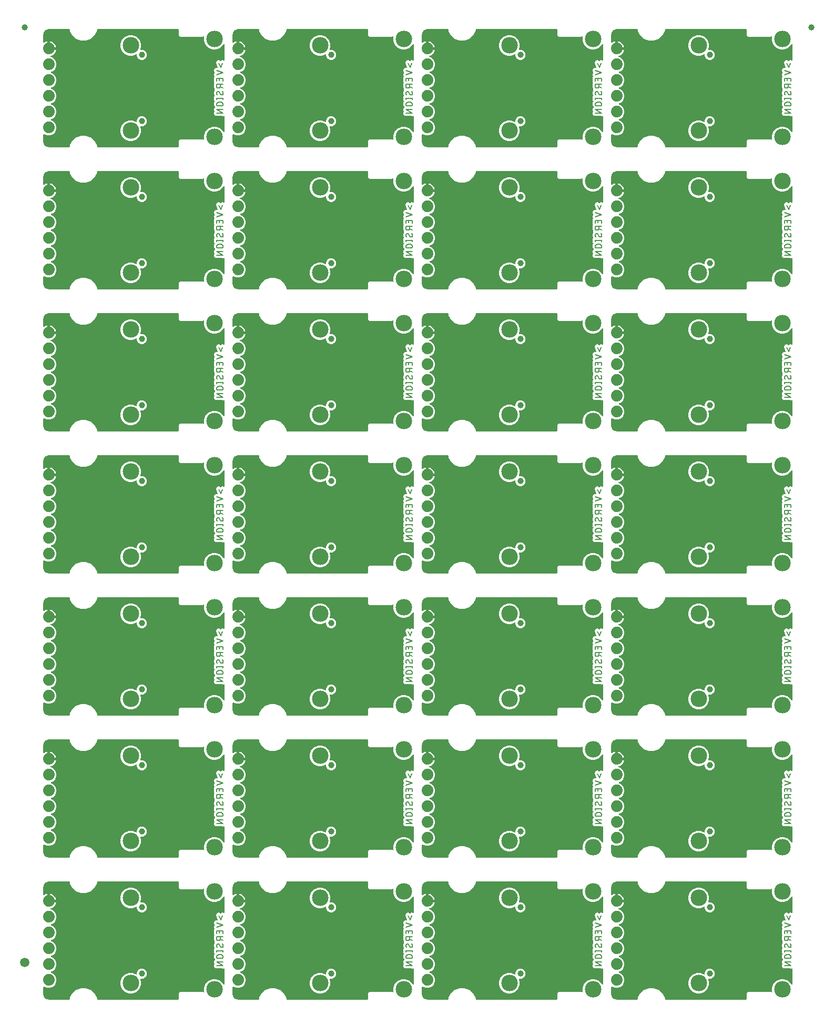
<source format=gbl>
G04 EAGLE Gerber RS-274X export*
G75*
%MOMM*%
%FSLAX34Y34*%
%LPD*%
%INBottom Copper*%
%IPPOS*%
%AMOC8*
5,1,8,0,0,1.08239X$1,22.5*%
G01*
%ADD10C,0.203200*%
%ADD11C,1.879600*%
%ADD12C,2.667000*%
%ADD13C,0.990600*%
%ADD14C,1.000000*%
%ADD15C,1.500000*%
%ADD16C,1.016000*%

G36*
X960000Y918480D02*
X960000Y918480D01*
X960112Y918489D01*
X960141Y918500D01*
X960171Y918505D01*
X960273Y918550D01*
X960378Y918590D01*
X960402Y918608D01*
X960430Y918621D01*
X960516Y918693D01*
X960606Y918760D01*
X960624Y918785D01*
X960647Y918804D01*
X960709Y918898D01*
X960777Y918987D01*
X960786Y919013D01*
X960805Y919041D01*
X960878Y919272D01*
X960889Y919304D01*
X961409Y922251D01*
X965395Y929155D01*
X971502Y934280D01*
X978994Y937007D01*
X986966Y937007D01*
X994458Y934280D01*
X1000565Y929156D01*
X1004551Y922251D01*
X1005071Y919304D01*
X1005106Y919197D01*
X1005134Y919089D01*
X1005149Y919062D01*
X1005159Y919033D01*
X1005222Y918940D01*
X1005279Y918844D01*
X1005301Y918823D01*
X1005318Y918798D01*
X1005405Y918726D01*
X1005486Y918650D01*
X1005514Y918636D01*
X1005537Y918616D01*
X1005640Y918571D01*
X1005740Y918520D01*
X1005767Y918516D01*
X1005797Y918502D01*
X1006037Y918470D01*
X1006071Y918465D01*
X1135380Y918465D01*
X1135438Y918473D01*
X1135496Y918471D01*
X1135578Y918493D01*
X1135662Y918505D01*
X1135715Y918528D01*
X1135771Y918543D01*
X1135844Y918586D01*
X1135921Y918621D01*
X1135966Y918659D01*
X1136016Y918688D01*
X1136074Y918750D01*
X1136138Y918804D01*
X1136170Y918853D01*
X1136210Y918896D01*
X1136249Y918971D01*
X1136296Y919041D01*
X1136313Y919097D01*
X1136340Y919149D01*
X1136351Y919217D01*
X1136381Y919312D01*
X1136384Y919412D01*
X1136395Y919480D01*
X1136395Y928784D01*
X1138776Y931165D01*
X1175164Y931165D01*
X1175683Y930645D01*
X1175707Y930628D01*
X1175726Y930605D01*
X1175820Y930542D01*
X1175910Y930474D01*
X1175938Y930464D01*
X1175962Y930448D01*
X1176070Y930413D01*
X1176176Y930373D01*
X1176205Y930371D01*
X1176233Y930362D01*
X1176347Y930359D01*
X1176459Y930350D01*
X1176488Y930355D01*
X1176517Y930355D01*
X1176627Y930383D01*
X1176738Y930405D01*
X1176764Y930419D01*
X1176792Y930426D01*
X1176890Y930484D01*
X1176990Y930536D01*
X1177012Y930557D01*
X1177037Y930572D01*
X1177114Y930654D01*
X1177196Y930732D01*
X1177211Y930758D01*
X1177231Y930779D01*
X1177283Y930880D01*
X1177340Y930978D01*
X1177347Y931006D01*
X1177361Y931032D01*
X1177374Y931109D01*
X1177410Y931253D01*
X1177408Y931316D01*
X1177416Y931363D01*
X1177416Y937979D01*
X1179911Y944001D01*
X1184519Y948609D01*
X1190541Y951104D01*
X1197059Y951104D01*
X1203081Y948609D01*
X1207689Y944001D01*
X1208102Y943004D01*
X1208146Y942931D01*
X1208181Y942852D01*
X1208218Y942809D01*
X1208247Y942760D01*
X1208309Y942701D01*
X1208365Y942635D01*
X1208412Y942604D01*
X1208453Y942564D01*
X1208530Y942525D01*
X1208601Y942477D01*
X1208655Y942460D01*
X1208706Y942434D01*
X1208790Y942418D01*
X1208872Y942392D01*
X1208929Y942390D01*
X1208985Y942379D01*
X1209070Y942387D01*
X1209156Y942384D01*
X1209211Y942399D01*
X1209268Y942404D01*
X1209348Y942435D01*
X1209431Y942456D01*
X1209480Y942485D01*
X1209533Y942506D01*
X1209602Y942558D01*
X1209676Y942601D01*
X1209715Y942643D01*
X1209760Y942677D01*
X1209812Y942746D01*
X1209870Y942809D01*
X1209896Y942860D01*
X1209930Y942905D01*
X1209961Y942985D01*
X1210000Y943062D01*
X1210008Y943111D01*
X1210031Y943171D01*
X1210042Y943316D01*
X1210055Y943393D01*
X1210055Y967782D01*
X1210047Y967840D01*
X1210049Y967899D01*
X1210027Y967980D01*
X1210015Y968064D01*
X1209992Y968117D01*
X1209977Y968174D01*
X1209934Y968246D01*
X1209899Y968323D01*
X1209861Y968368D01*
X1209832Y968418D01*
X1209770Y968476D01*
X1209716Y968540D01*
X1209667Y968573D01*
X1209624Y968613D01*
X1209549Y968651D01*
X1209479Y968698D01*
X1209423Y968716D01*
X1209371Y968742D01*
X1209303Y968754D01*
X1209208Y968784D01*
X1209108Y968786D01*
X1209040Y968798D01*
X1208735Y968798D01*
X1208470Y968760D01*
X1208457Y968759D01*
X1207522Y968492D01*
X1207201Y968670D01*
X1207118Y968702D01*
X1207039Y968742D01*
X1206992Y968750D01*
X1206935Y968772D01*
X1206785Y968785D01*
X1206708Y968798D01*
X1195672Y968798D01*
X1193291Y971179D01*
X1193291Y974546D01*
X1193685Y974940D01*
X1193737Y975009D01*
X1193796Y975072D01*
X1193822Y975122D01*
X1193856Y975167D01*
X1193887Y975248D01*
X1193926Y975324D01*
X1193937Y975380D01*
X1193957Y975433D01*
X1193965Y975519D01*
X1193981Y975603D01*
X1193976Y975652D01*
X1193981Y975716D01*
X1193952Y975859D01*
X1193944Y975937D01*
X1193809Y976407D01*
X1193773Y976488D01*
X1193746Y976572D01*
X1193718Y976611D01*
X1193694Y976666D01*
X1193596Y976782D01*
X1193551Y976846D01*
X1193291Y977105D01*
X1193291Y978078D01*
X1193254Y978343D01*
X1193252Y978357D01*
X1192985Y979291D01*
X1193164Y979612D01*
X1193195Y979695D01*
X1193236Y979774D01*
X1193244Y979821D01*
X1193265Y979878D01*
X1193278Y980028D01*
X1193291Y980105D01*
X1193291Y980473D01*
X1193979Y981160D01*
X1194140Y981375D01*
X1194148Y981385D01*
X1194686Y982352D01*
X1194711Y982417D01*
X1194744Y982478D01*
X1194761Y982549D01*
X1194788Y982618D01*
X1194793Y982687D01*
X1194809Y982754D01*
X1194806Y982828D01*
X1194812Y982901D01*
X1194798Y982969D01*
X1194795Y983038D01*
X1194773Y983096D01*
X1194757Y983180D01*
X1194703Y983283D01*
X1194677Y983353D01*
X1193291Y985753D01*
X1193291Y989520D01*
X1194509Y991630D01*
X1194535Y991693D01*
X1194569Y991752D01*
X1194588Y991824D01*
X1194616Y991893D01*
X1194623Y991961D01*
X1194639Y992027D01*
X1194637Y992102D01*
X1194645Y992176D01*
X1194632Y992243D01*
X1194630Y992311D01*
X1194607Y992382D01*
X1194594Y992456D01*
X1194564Y992517D01*
X1194543Y992582D01*
X1194506Y992633D01*
X1194468Y992711D01*
X1194391Y992795D01*
X1194348Y992855D01*
X1193291Y993912D01*
X1193291Y999650D01*
X1193502Y999860D01*
X1193554Y999930D01*
X1193614Y999994D01*
X1193640Y1000043D01*
X1193673Y1000088D01*
X1193704Y1000169D01*
X1193744Y1000247D01*
X1193752Y1000295D01*
X1193774Y1000353D01*
X1193786Y1000501D01*
X1193799Y1000578D01*
X1193799Y1002770D01*
X1193792Y1002822D01*
X1193793Y1002847D01*
X1193784Y1002881D01*
X1193759Y1003052D01*
X1193750Y1003073D01*
X1193747Y1003091D01*
X1193518Y1003778D01*
X1193489Y1003837D01*
X1193468Y1003901D01*
X1193431Y1003953D01*
X1193392Y1004032D01*
X1193316Y1004114D01*
X1193291Y1004149D01*
X1193291Y1007570D01*
X1193303Y1007584D01*
X1193663Y1008209D01*
X1193700Y1008299D01*
X1193744Y1008385D01*
X1193750Y1008425D01*
X1193770Y1008472D01*
X1193787Y1008643D01*
X1193799Y1008716D01*
X1193799Y1013447D01*
X1193786Y1013543D01*
X1193781Y1013640D01*
X1193767Y1013678D01*
X1193759Y1013729D01*
X1193689Y1013886D01*
X1193663Y1013955D01*
X1193291Y1014599D01*
X1193291Y1021129D01*
X1193502Y1021340D01*
X1193554Y1021410D01*
X1193614Y1021474D01*
X1193640Y1021523D01*
X1193673Y1021567D01*
X1193704Y1021649D01*
X1193744Y1021727D01*
X1193752Y1021774D01*
X1193774Y1021833D01*
X1193781Y1021916D01*
X1193793Y1021964D01*
X1193792Y1022013D01*
X1193799Y1022058D01*
X1193799Y1022075D01*
X1193796Y1022097D01*
X1193798Y1022116D01*
X1193787Y1022170D01*
X1193784Y1022249D01*
X1193767Y1022301D01*
X1193759Y1022356D01*
X1193724Y1022436D01*
X1193697Y1022519D01*
X1193669Y1022558D01*
X1193643Y1022615D01*
X1193547Y1022729D01*
X1193502Y1022792D01*
X1193291Y1023003D01*
X1193291Y1031112D01*
X1193593Y1031414D01*
X1193658Y1031500D01*
X1193729Y1031582D01*
X1193743Y1031613D01*
X1193764Y1031641D01*
X1193802Y1031742D01*
X1193848Y1031840D01*
X1193853Y1031874D01*
X1193865Y1031906D01*
X1193874Y1032014D01*
X1193890Y1032121D01*
X1193886Y1032152D01*
X1193889Y1032190D01*
X1193870Y1032284D01*
X1193870Y1032289D01*
X1193865Y1032308D01*
X1193847Y1032400D01*
X1193838Y1032453D01*
X1192967Y1035065D01*
X1194362Y1037856D01*
X1194368Y1037872D01*
X1194377Y1037886D01*
X1194413Y1038006D01*
X1194453Y1038125D01*
X1194453Y1038142D01*
X1194458Y1038158D01*
X1194459Y1038284D01*
X1194465Y1038409D01*
X1194461Y1038426D01*
X1194461Y1038443D01*
X1194440Y1038510D01*
X1194398Y1038685D01*
X1194374Y1038727D01*
X1194362Y1038764D01*
X1192967Y1041554D01*
X1194032Y1044748D01*
X1197044Y1046254D01*
X1198082Y1045908D01*
X1198217Y1045883D01*
X1198350Y1045857D01*
X1198356Y1045858D01*
X1198362Y1045857D01*
X1198497Y1045870D01*
X1198633Y1045883D01*
X1198639Y1045885D01*
X1198644Y1045885D01*
X1198772Y1045936D01*
X1198898Y1045985D01*
X1198903Y1045989D01*
X1198908Y1045991D01*
X1199017Y1046076D01*
X1199125Y1046157D01*
X1199128Y1046162D01*
X1199133Y1046165D01*
X1199213Y1046276D01*
X1199294Y1046385D01*
X1199296Y1046391D01*
X1199300Y1046395D01*
X1199346Y1046523D01*
X1199394Y1046651D01*
X1199395Y1046657D01*
X1199397Y1046663D01*
X1199406Y1046799D01*
X1199416Y1046935D01*
X1199415Y1046940D01*
X1199415Y1046946D01*
X1199355Y1047224D01*
X1199344Y1047244D01*
X1199340Y1047262D01*
X1196512Y1054048D01*
X1197794Y1057162D01*
X1200903Y1058457D01*
X1203489Y1057392D01*
X1203571Y1057371D01*
X1203651Y1057341D01*
X1203709Y1057336D01*
X1203764Y1057322D01*
X1203850Y1057325D01*
X1203935Y1057318D01*
X1203983Y1057329D01*
X1204048Y1057331D01*
X1204185Y1057375D01*
X1204262Y1057392D01*
X1206848Y1058457D01*
X1208650Y1057706D01*
X1208762Y1057677D01*
X1208872Y1057642D01*
X1208899Y1057642D01*
X1208925Y1057635D01*
X1209041Y1057638D01*
X1209156Y1057635D01*
X1209182Y1057642D01*
X1209209Y1057643D01*
X1209320Y1057678D01*
X1209431Y1057707D01*
X1209454Y1057720D01*
X1209480Y1057729D01*
X1209576Y1057793D01*
X1209676Y1057852D01*
X1209694Y1057872D01*
X1209716Y1057886D01*
X1209791Y1057975D01*
X1209870Y1058059D01*
X1209883Y1058083D01*
X1209900Y1058104D01*
X1209947Y1058209D01*
X1210000Y1058313D01*
X1210004Y1058336D01*
X1210016Y1058363D01*
X1210054Y1058638D01*
X1210055Y1058644D01*
X1210055Y1083527D01*
X1210043Y1083612D01*
X1210041Y1083698D01*
X1210023Y1083752D01*
X1210015Y1083809D01*
X1209980Y1083887D01*
X1209954Y1083969D01*
X1209922Y1084016D01*
X1209899Y1084068D01*
X1209844Y1084133D01*
X1209796Y1084205D01*
X1209752Y1084242D01*
X1209716Y1084285D01*
X1209644Y1084333D01*
X1209578Y1084388D01*
X1209526Y1084411D01*
X1209479Y1084443D01*
X1209397Y1084468D01*
X1209318Y1084503D01*
X1209262Y1084511D01*
X1209208Y1084528D01*
X1209122Y1084530D01*
X1209037Y1084542D01*
X1208981Y1084534D01*
X1208924Y1084536D01*
X1208841Y1084514D01*
X1208755Y1084502D01*
X1208704Y1084478D01*
X1208649Y1084464D01*
X1208575Y1084420D01*
X1208496Y1084384D01*
X1208453Y1084348D01*
X1208404Y1084319D01*
X1208345Y1084256D01*
X1208280Y1084200D01*
X1208254Y1084158D01*
X1208210Y1084111D01*
X1208144Y1083982D01*
X1208102Y1083916D01*
X1207689Y1082919D01*
X1203081Y1078311D01*
X1197059Y1075816D01*
X1190541Y1075816D01*
X1184519Y1078311D01*
X1179911Y1082919D01*
X1177416Y1088941D01*
X1177416Y1095557D01*
X1177412Y1095586D01*
X1177415Y1095615D01*
X1177392Y1095726D01*
X1177376Y1095838D01*
X1177364Y1095865D01*
X1177359Y1095894D01*
X1177306Y1095995D01*
X1177260Y1096098D01*
X1177241Y1096120D01*
X1177228Y1096146D01*
X1177150Y1096228D01*
X1177077Y1096315D01*
X1177052Y1096331D01*
X1177032Y1096352D01*
X1176934Y1096410D01*
X1176840Y1096472D01*
X1176812Y1096481D01*
X1176787Y1096496D01*
X1176677Y1096524D01*
X1176569Y1096558D01*
X1176539Y1096559D01*
X1176511Y1096566D01*
X1176398Y1096563D01*
X1176285Y1096565D01*
X1176256Y1096558D01*
X1176227Y1096557D01*
X1176119Y1096522D01*
X1176010Y1096494D01*
X1175984Y1096479D01*
X1175956Y1096470D01*
X1175892Y1096424D01*
X1175765Y1096348D01*
X1175722Y1096303D01*
X1175683Y1096275D01*
X1175164Y1095755D01*
X1138776Y1095755D01*
X1136395Y1098136D01*
X1136395Y1107440D01*
X1136387Y1107498D01*
X1136389Y1107556D01*
X1136367Y1107638D01*
X1136355Y1107722D01*
X1136332Y1107775D01*
X1136317Y1107831D01*
X1136274Y1107904D01*
X1136239Y1107981D01*
X1136201Y1108026D01*
X1136172Y1108076D01*
X1136110Y1108134D01*
X1136056Y1108198D01*
X1136007Y1108230D01*
X1135964Y1108270D01*
X1135889Y1108309D01*
X1135819Y1108356D01*
X1135763Y1108373D01*
X1135711Y1108400D01*
X1135643Y1108411D01*
X1135548Y1108441D01*
X1135448Y1108444D01*
X1135380Y1108455D01*
X1006071Y1108455D01*
X1005960Y1108440D01*
X1005848Y1108431D01*
X1005819Y1108420D01*
X1005789Y1108415D01*
X1005687Y1108370D01*
X1005582Y1108330D01*
X1005558Y1108312D01*
X1005530Y1108299D01*
X1005444Y1108227D01*
X1005354Y1108160D01*
X1005336Y1108135D01*
X1005313Y1108116D01*
X1005251Y1108022D01*
X1005183Y1107933D01*
X1005174Y1107907D01*
X1005155Y1107879D01*
X1005082Y1107648D01*
X1005071Y1107616D01*
X1004551Y1104669D01*
X1000565Y1097765D01*
X994458Y1092640D01*
X986966Y1089913D01*
X978994Y1089913D01*
X971502Y1092640D01*
X965395Y1097764D01*
X961409Y1104669D01*
X960889Y1107616D01*
X960854Y1107723D01*
X960826Y1107831D01*
X960811Y1107858D01*
X960801Y1107887D01*
X960738Y1107980D01*
X960681Y1108076D01*
X960659Y1108097D01*
X960642Y1108122D01*
X960555Y1108194D01*
X960474Y1108270D01*
X960446Y1108284D01*
X960423Y1108304D01*
X960320Y1108349D01*
X960220Y1108400D01*
X960193Y1108404D01*
X960163Y1108418D01*
X959923Y1108450D01*
X959889Y1108455D01*
X927100Y1108455D01*
X927044Y1108447D01*
X927000Y1108450D01*
X925514Y1108304D01*
X925238Y1108237D01*
X925231Y1108233D01*
X925225Y1108232D01*
X922478Y1107094D01*
X922451Y1107078D01*
X922422Y1107069D01*
X922358Y1107023D01*
X922233Y1106949D01*
X922189Y1106902D01*
X922149Y1106874D01*
X920046Y1104771D01*
X920028Y1104747D01*
X920004Y1104727D01*
X919962Y1104660D01*
X919875Y1104544D01*
X919853Y1104484D01*
X919826Y1104442D01*
X918688Y1101695D01*
X918617Y1101420D01*
X918618Y1101412D01*
X918616Y1101406D01*
X918470Y1099920D01*
X918472Y1099863D01*
X918465Y1099820D01*
X918465Y1087436D01*
X918478Y1087345D01*
X918481Y1087253D01*
X918497Y1087204D01*
X918505Y1087154D01*
X918542Y1087070D01*
X918571Y1086983D01*
X918600Y1086941D01*
X918621Y1086895D01*
X918680Y1086825D01*
X918732Y1086749D01*
X918772Y1086717D01*
X918804Y1086678D01*
X918881Y1086627D01*
X918952Y1086568D01*
X918999Y1086548D01*
X919041Y1086520D01*
X919129Y1086492D01*
X919213Y1086456D01*
X919264Y1086450D01*
X919312Y1086434D01*
X919404Y1086432D01*
X919495Y1086421D01*
X919546Y1086428D01*
X919596Y1086427D01*
X919685Y1086450D01*
X919776Y1086465D01*
X919816Y1086485D01*
X919871Y1086499D01*
X920008Y1086580D01*
X920077Y1086614D01*
X920843Y1087171D01*
X922517Y1088024D01*
X924304Y1088605D01*
X925069Y1088726D01*
X925069Y1077976D01*
X925077Y1077918D01*
X925075Y1077860D01*
X925097Y1077778D01*
X925109Y1077695D01*
X925133Y1077641D01*
X925147Y1077585D01*
X925190Y1077512D01*
X925225Y1077435D01*
X925263Y1077391D01*
X925293Y1077340D01*
X925354Y1077283D01*
X925409Y1077218D01*
X925457Y1077186D01*
X925500Y1077146D01*
X925575Y1077107D01*
X925645Y1077061D01*
X925701Y1077043D01*
X925753Y1077016D01*
X925821Y1077005D01*
X925916Y1076975D01*
X926016Y1076972D01*
X926084Y1076961D01*
X927101Y1076961D01*
X927101Y1075944D01*
X927109Y1075886D01*
X927108Y1075828D01*
X927129Y1075746D01*
X927141Y1075663D01*
X927165Y1075609D01*
X927179Y1075553D01*
X927222Y1075480D01*
X927257Y1075403D01*
X927295Y1075358D01*
X927325Y1075308D01*
X927386Y1075250D01*
X927441Y1075186D01*
X927489Y1075154D01*
X927532Y1075114D01*
X927607Y1075075D01*
X927677Y1075029D01*
X927733Y1075011D01*
X927785Y1074984D01*
X927853Y1074973D01*
X927948Y1074943D01*
X928048Y1074940D01*
X928116Y1074929D01*
X938866Y1074929D01*
X938745Y1074164D01*
X938164Y1072377D01*
X937311Y1070703D01*
X936206Y1069182D01*
X934878Y1067854D01*
X933357Y1066749D01*
X931683Y1065896D01*
X930563Y1065532D01*
X930501Y1065502D01*
X930435Y1065481D01*
X930374Y1065440D01*
X930308Y1065407D01*
X930257Y1065361D01*
X930199Y1065322D01*
X930152Y1065266D01*
X930097Y1065217D01*
X930061Y1065158D01*
X930016Y1065105D01*
X929986Y1065038D01*
X929947Y1064975D01*
X929929Y1064908D01*
X929901Y1064845D01*
X929891Y1064772D01*
X929871Y1064701D01*
X929871Y1064632D01*
X929862Y1064563D01*
X929872Y1064491D01*
X929873Y1064417D01*
X929893Y1064350D01*
X929902Y1064282D01*
X929933Y1064215D01*
X929954Y1064144D01*
X929991Y1064086D01*
X930020Y1064023D01*
X930067Y1063967D01*
X930107Y1063905D01*
X930159Y1063859D01*
X930204Y1063807D01*
X930257Y1063774D01*
X930321Y1063717D01*
X930425Y1063668D01*
X930489Y1063629D01*
X934151Y1062112D01*
X937652Y1058611D01*
X939547Y1054036D01*
X939547Y1049084D01*
X937652Y1044509D01*
X934151Y1041008D01*
X931229Y1039798D01*
X931204Y1039783D01*
X931176Y1039774D01*
X931081Y1039711D01*
X930984Y1039653D01*
X930964Y1039632D01*
X930939Y1039616D01*
X930866Y1039529D01*
X930789Y1039447D01*
X930775Y1039421D01*
X930756Y1039398D01*
X930710Y1039295D01*
X930659Y1039194D01*
X930653Y1039165D01*
X930641Y1039138D01*
X930625Y1039026D01*
X930604Y1038915D01*
X930606Y1038886D01*
X930602Y1038857D01*
X930618Y1038745D01*
X930628Y1038632D01*
X930639Y1038605D01*
X930643Y1038576D01*
X930689Y1038472D01*
X930730Y1038367D01*
X930748Y1038343D01*
X930760Y1038316D01*
X930833Y1038230D01*
X930902Y1038140D01*
X930925Y1038122D01*
X930944Y1038100D01*
X931011Y1038058D01*
X931129Y1037970D01*
X931188Y1037948D01*
X931229Y1037922D01*
X934151Y1036712D01*
X937652Y1033211D01*
X939547Y1028636D01*
X939547Y1023684D01*
X937652Y1019109D01*
X934151Y1015608D01*
X931229Y1014398D01*
X931204Y1014383D01*
X931176Y1014374D01*
X931081Y1014311D01*
X930984Y1014253D01*
X930964Y1014232D01*
X930939Y1014216D01*
X930866Y1014129D01*
X930789Y1014047D01*
X930775Y1014021D01*
X930756Y1013998D01*
X930710Y1013895D01*
X930659Y1013794D01*
X930653Y1013765D01*
X930641Y1013738D01*
X930625Y1013626D01*
X930604Y1013515D01*
X930606Y1013486D01*
X930602Y1013457D01*
X930618Y1013345D01*
X930628Y1013232D01*
X930639Y1013205D01*
X930643Y1013176D01*
X930689Y1013072D01*
X930730Y1012967D01*
X930748Y1012943D01*
X930760Y1012916D01*
X930833Y1012830D01*
X930902Y1012740D01*
X930925Y1012722D01*
X930944Y1012700D01*
X931011Y1012658D01*
X931129Y1012570D01*
X931188Y1012548D01*
X931229Y1012522D01*
X934151Y1011312D01*
X937652Y1007811D01*
X939547Y1003236D01*
X939547Y998284D01*
X937652Y993709D01*
X934151Y990208D01*
X931229Y988998D01*
X931204Y988983D01*
X931176Y988974D01*
X931081Y988911D01*
X930984Y988853D01*
X930964Y988832D01*
X930939Y988816D01*
X930867Y988729D01*
X930789Y988647D01*
X930775Y988621D01*
X930757Y988598D01*
X930711Y988495D01*
X930659Y988394D01*
X930653Y988365D01*
X930641Y988338D01*
X930625Y988226D01*
X930604Y988115D01*
X930606Y988086D01*
X930602Y988057D01*
X930618Y987945D01*
X930628Y987832D01*
X930639Y987805D01*
X930643Y987776D01*
X930689Y987672D01*
X930730Y987567D01*
X930748Y987543D01*
X930760Y987516D01*
X930833Y987430D01*
X930902Y987340D01*
X930925Y987322D01*
X930944Y987300D01*
X931011Y987258D01*
X931129Y987170D01*
X931188Y987148D01*
X931229Y987122D01*
X934151Y985912D01*
X937652Y982411D01*
X939547Y977836D01*
X939547Y972884D01*
X937652Y968309D01*
X934151Y964808D01*
X931229Y963598D01*
X931204Y963583D01*
X931176Y963574D01*
X931081Y963511D01*
X930984Y963453D01*
X930964Y963432D01*
X930939Y963416D01*
X930867Y963329D01*
X930789Y963247D01*
X930775Y963221D01*
X930757Y963198D01*
X930711Y963095D01*
X930659Y962994D01*
X930653Y962965D01*
X930641Y962938D01*
X930625Y962826D01*
X930604Y962715D01*
X930606Y962686D01*
X930602Y962657D01*
X930618Y962545D01*
X930628Y962432D01*
X930639Y962405D01*
X930643Y962376D01*
X930689Y962272D01*
X930730Y962167D01*
X930748Y962143D01*
X930760Y962116D01*
X930833Y962030D01*
X930902Y961940D01*
X930925Y961922D01*
X930944Y961900D01*
X931011Y961858D01*
X931129Y961770D01*
X931188Y961748D01*
X931229Y961722D01*
X934151Y960512D01*
X937652Y957011D01*
X939547Y952436D01*
X939547Y947484D01*
X937652Y942909D01*
X934151Y939408D01*
X929576Y937513D01*
X924624Y937513D01*
X919869Y939483D01*
X919757Y939512D01*
X919648Y939546D01*
X919620Y939547D01*
X919593Y939554D01*
X919479Y939551D01*
X919364Y939554D01*
X919337Y939547D01*
X919309Y939546D01*
X919200Y939511D01*
X919089Y939482D01*
X919065Y939468D01*
X919038Y939459D01*
X918943Y939395D01*
X918844Y939337D01*
X918825Y939316D01*
X918802Y939301D01*
X918728Y939213D01*
X918650Y939129D01*
X918637Y939105D01*
X918619Y939083D01*
X918573Y938979D01*
X918520Y938876D01*
X918516Y938852D01*
X918504Y938824D01*
X918467Y938560D01*
X918465Y938545D01*
X918465Y927100D01*
X918473Y927044D01*
X918470Y927001D01*
X918616Y925514D01*
X918683Y925238D01*
X918687Y925231D01*
X918688Y925225D01*
X919826Y922478D01*
X919842Y922451D01*
X919851Y922422D01*
X919897Y922358D01*
X919971Y922233D01*
X920018Y922189D01*
X920046Y922149D01*
X922149Y920046D01*
X922173Y920028D01*
X922193Y920004D01*
X922260Y919962D01*
X922376Y919875D01*
X922436Y919853D01*
X922478Y919826D01*
X925225Y918688D01*
X925500Y918617D01*
X925508Y918618D01*
X925514Y918616D01*
X927001Y918470D01*
X927057Y918472D01*
X927100Y918465D01*
X959889Y918465D01*
X960000Y918480D01*
G37*
G36*
X45600Y918480D02*
X45600Y918480D01*
X45712Y918489D01*
X45741Y918500D01*
X45771Y918505D01*
X45873Y918550D01*
X45978Y918590D01*
X46002Y918608D01*
X46030Y918621D01*
X46116Y918693D01*
X46206Y918760D01*
X46224Y918785D01*
X46247Y918804D01*
X46309Y918898D01*
X46377Y918987D01*
X46386Y919013D01*
X46405Y919041D01*
X46478Y919272D01*
X46489Y919304D01*
X47009Y922251D01*
X50995Y929155D01*
X57102Y934280D01*
X64594Y937007D01*
X72566Y937007D01*
X80058Y934280D01*
X86165Y929156D01*
X90151Y922251D01*
X90671Y919304D01*
X90706Y919197D01*
X90734Y919089D01*
X90749Y919062D01*
X90759Y919033D01*
X90822Y918940D01*
X90879Y918844D01*
X90901Y918823D01*
X90918Y918798D01*
X91005Y918726D01*
X91086Y918650D01*
X91114Y918636D01*
X91137Y918616D01*
X91240Y918571D01*
X91340Y918520D01*
X91367Y918516D01*
X91397Y918502D01*
X91637Y918470D01*
X91671Y918465D01*
X220980Y918465D01*
X221038Y918473D01*
X221096Y918471D01*
X221178Y918493D01*
X221262Y918505D01*
X221315Y918528D01*
X221371Y918543D01*
X221444Y918586D01*
X221521Y918621D01*
X221566Y918659D01*
X221616Y918688D01*
X221674Y918750D01*
X221738Y918804D01*
X221770Y918853D01*
X221810Y918896D01*
X221849Y918971D01*
X221896Y919041D01*
X221913Y919097D01*
X221940Y919149D01*
X221951Y919217D01*
X221981Y919312D01*
X221984Y919412D01*
X221995Y919480D01*
X221995Y928784D01*
X224376Y931165D01*
X260764Y931165D01*
X261283Y930645D01*
X261307Y930628D01*
X261326Y930605D01*
X261420Y930542D01*
X261510Y930474D01*
X261538Y930464D01*
X261562Y930448D01*
X261670Y930413D01*
X261776Y930373D01*
X261805Y930371D01*
X261833Y930362D01*
X261947Y930359D01*
X262059Y930350D01*
X262088Y930355D01*
X262117Y930355D01*
X262227Y930383D01*
X262338Y930405D01*
X262364Y930419D01*
X262392Y930426D01*
X262490Y930484D01*
X262590Y930536D01*
X262612Y930557D01*
X262637Y930572D01*
X262714Y930654D01*
X262796Y930732D01*
X262811Y930758D01*
X262831Y930779D01*
X262883Y930880D01*
X262940Y930978D01*
X262947Y931006D01*
X262961Y931032D01*
X262974Y931109D01*
X263010Y931253D01*
X263008Y931316D01*
X263016Y931363D01*
X263016Y937979D01*
X265511Y944001D01*
X270119Y948609D01*
X276141Y951104D01*
X282659Y951104D01*
X288681Y948609D01*
X293289Y944001D01*
X293702Y943004D01*
X293746Y942931D01*
X293781Y942852D01*
X293818Y942809D01*
X293847Y942760D01*
X293909Y942701D01*
X293965Y942635D01*
X294012Y942604D01*
X294053Y942564D01*
X294130Y942525D01*
X294201Y942477D01*
X294255Y942460D01*
X294306Y942434D01*
X294390Y942418D01*
X294472Y942392D01*
X294529Y942390D01*
X294585Y942379D01*
X294670Y942387D01*
X294756Y942384D01*
X294811Y942399D01*
X294868Y942404D01*
X294948Y942435D01*
X295031Y942456D01*
X295080Y942485D01*
X295133Y942506D01*
X295202Y942558D01*
X295276Y942601D01*
X295315Y942643D01*
X295360Y942677D01*
X295412Y942746D01*
X295470Y942809D01*
X295496Y942860D01*
X295530Y942905D01*
X295561Y942985D01*
X295600Y943062D01*
X295608Y943111D01*
X295631Y943171D01*
X295642Y943316D01*
X295655Y943393D01*
X295655Y967782D01*
X295647Y967840D01*
X295649Y967899D01*
X295627Y967980D01*
X295615Y968064D01*
X295592Y968117D01*
X295577Y968174D01*
X295534Y968246D01*
X295499Y968323D01*
X295461Y968368D01*
X295432Y968418D01*
X295370Y968476D01*
X295316Y968540D01*
X295267Y968573D01*
X295224Y968613D01*
X295149Y968651D01*
X295079Y968698D01*
X295023Y968716D01*
X294971Y968742D01*
X294903Y968754D01*
X294808Y968784D01*
X294708Y968786D01*
X294640Y968798D01*
X294335Y968798D01*
X294070Y968760D01*
X294057Y968759D01*
X293122Y968492D01*
X292801Y968670D01*
X292718Y968702D01*
X292639Y968742D01*
X292592Y968750D01*
X292535Y968772D01*
X292385Y968785D01*
X292308Y968798D01*
X281272Y968798D01*
X278891Y971179D01*
X278891Y974546D01*
X279285Y974940D01*
X279337Y975009D01*
X279396Y975072D01*
X279422Y975122D01*
X279456Y975167D01*
X279487Y975248D01*
X279526Y975324D01*
X279537Y975380D01*
X279557Y975433D01*
X279565Y975519D01*
X279581Y975603D01*
X279576Y975652D01*
X279581Y975716D01*
X279552Y975859D01*
X279544Y975937D01*
X279409Y976407D01*
X279373Y976488D01*
X279346Y976572D01*
X279318Y976611D01*
X279294Y976666D01*
X279196Y976782D01*
X279151Y976846D01*
X278891Y977105D01*
X278891Y978078D01*
X278854Y978343D01*
X278852Y978357D01*
X278585Y979291D01*
X278764Y979612D01*
X278795Y979695D01*
X278836Y979774D01*
X278844Y979821D01*
X278865Y979878D01*
X278878Y980028D01*
X278891Y980105D01*
X278891Y980473D01*
X279579Y981160D01*
X279740Y981375D01*
X279748Y981385D01*
X280286Y982352D01*
X280311Y982417D01*
X280344Y982478D01*
X280361Y982549D01*
X280388Y982618D01*
X280393Y982687D01*
X280409Y982754D01*
X280406Y982828D01*
X280412Y982901D01*
X280398Y982969D01*
X280395Y983038D01*
X280373Y983096D01*
X280357Y983180D01*
X280303Y983283D01*
X280277Y983353D01*
X278891Y985753D01*
X278891Y989520D01*
X280109Y991630D01*
X280135Y991693D01*
X280169Y991752D01*
X280188Y991824D01*
X280216Y991893D01*
X280223Y991961D01*
X280239Y992027D01*
X280237Y992102D01*
X280245Y992176D01*
X280232Y992243D01*
X280230Y992311D01*
X280207Y992382D01*
X280194Y992456D01*
X280164Y992517D01*
X280143Y992582D01*
X280106Y992633D01*
X280068Y992711D01*
X279991Y992795D01*
X279948Y992855D01*
X278891Y993912D01*
X278891Y999650D01*
X279102Y999860D01*
X279154Y999930D01*
X279214Y999994D01*
X279240Y1000043D01*
X279273Y1000087D01*
X279304Y1000169D01*
X279344Y1000247D01*
X279352Y1000295D01*
X279374Y1000353D01*
X279386Y1000501D01*
X279399Y1000578D01*
X279399Y1002770D01*
X279392Y1002822D01*
X279393Y1002847D01*
X279384Y1002881D01*
X279359Y1003052D01*
X279350Y1003073D01*
X279347Y1003091D01*
X279118Y1003778D01*
X279089Y1003837D01*
X279068Y1003901D01*
X279031Y1003953D01*
X278992Y1004032D01*
X278916Y1004114D01*
X278891Y1004149D01*
X278891Y1007570D01*
X278902Y1007584D01*
X279263Y1008209D01*
X279300Y1008299D01*
X279344Y1008385D01*
X279350Y1008425D01*
X279370Y1008472D01*
X279387Y1008644D01*
X279399Y1008716D01*
X279399Y1013447D01*
X279386Y1013543D01*
X279381Y1013640D01*
X279367Y1013678D01*
X279359Y1013729D01*
X279289Y1013886D01*
X279263Y1013955D01*
X278891Y1014599D01*
X278891Y1021129D01*
X279102Y1021340D01*
X279154Y1021410D01*
X279214Y1021474D01*
X279240Y1021523D01*
X279273Y1021567D01*
X279304Y1021649D01*
X279344Y1021727D01*
X279352Y1021774D01*
X279374Y1021833D01*
X279381Y1021916D01*
X279393Y1021964D01*
X279392Y1022013D01*
X279399Y1022058D01*
X279399Y1022075D01*
X279396Y1022097D01*
X279398Y1022116D01*
X279387Y1022170D01*
X279384Y1022249D01*
X279367Y1022301D01*
X279359Y1022356D01*
X279324Y1022436D01*
X279297Y1022519D01*
X279269Y1022558D01*
X279243Y1022615D01*
X279147Y1022729D01*
X279102Y1022792D01*
X278891Y1023003D01*
X278891Y1031112D01*
X279193Y1031414D01*
X279258Y1031500D01*
X279329Y1031582D01*
X279343Y1031613D01*
X279364Y1031641D01*
X279402Y1031742D01*
X279448Y1031840D01*
X279453Y1031874D01*
X279465Y1031906D01*
X279474Y1032014D01*
X279490Y1032121D01*
X279486Y1032152D01*
X279489Y1032190D01*
X279470Y1032284D01*
X279470Y1032289D01*
X279465Y1032308D01*
X279447Y1032400D01*
X279438Y1032453D01*
X278567Y1035065D01*
X279962Y1037856D01*
X279968Y1037872D01*
X279977Y1037886D01*
X280013Y1038006D01*
X280053Y1038125D01*
X280053Y1038142D01*
X280058Y1038158D01*
X280059Y1038284D01*
X280065Y1038409D01*
X280061Y1038426D01*
X280061Y1038443D01*
X280040Y1038510D01*
X279998Y1038685D01*
X279974Y1038727D01*
X279962Y1038764D01*
X278567Y1041554D01*
X279632Y1044748D01*
X282644Y1046254D01*
X283682Y1045908D01*
X283816Y1045884D01*
X283950Y1045857D01*
X283956Y1045858D01*
X283962Y1045857D01*
X284097Y1045871D01*
X284233Y1045883D01*
X284239Y1045885D01*
X284244Y1045885D01*
X284371Y1045936D01*
X284498Y1045985D01*
X284503Y1045989D01*
X284508Y1045991D01*
X284616Y1046074D01*
X284725Y1046157D01*
X284728Y1046162D01*
X284733Y1046166D01*
X284813Y1046276D01*
X284894Y1046385D01*
X284896Y1046391D01*
X284900Y1046395D01*
X284946Y1046523D01*
X284994Y1046651D01*
X284995Y1046657D01*
X284997Y1046663D01*
X285006Y1046799D01*
X285016Y1046935D01*
X285015Y1046940D01*
X285015Y1046946D01*
X284955Y1047224D01*
X284944Y1047244D01*
X284940Y1047262D01*
X282112Y1054048D01*
X283394Y1057162D01*
X286503Y1058457D01*
X289089Y1057392D01*
X289171Y1057371D01*
X289251Y1057341D01*
X289309Y1057336D01*
X289364Y1057322D01*
X289450Y1057325D01*
X289535Y1057318D01*
X289583Y1057329D01*
X289648Y1057331D01*
X289785Y1057375D01*
X289862Y1057392D01*
X292448Y1058457D01*
X294250Y1057706D01*
X294362Y1057677D01*
X294472Y1057642D01*
X294499Y1057642D01*
X294525Y1057635D01*
X294641Y1057638D01*
X294756Y1057635D01*
X294782Y1057642D01*
X294809Y1057643D01*
X294920Y1057678D01*
X295031Y1057707D01*
X295054Y1057720D01*
X295080Y1057729D01*
X295176Y1057793D01*
X295276Y1057852D01*
X295294Y1057872D01*
X295316Y1057886D01*
X295391Y1057975D01*
X295470Y1058059D01*
X295483Y1058083D01*
X295500Y1058104D01*
X295547Y1058209D01*
X295600Y1058313D01*
X295604Y1058336D01*
X295616Y1058363D01*
X295654Y1058638D01*
X295655Y1058644D01*
X295655Y1083527D01*
X295643Y1083612D01*
X295641Y1083698D01*
X295623Y1083752D01*
X295615Y1083809D01*
X295580Y1083887D01*
X295554Y1083969D01*
X295522Y1084016D01*
X295499Y1084068D01*
X295444Y1084133D01*
X295396Y1084205D01*
X295352Y1084242D01*
X295316Y1084285D01*
X295244Y1084333D01*
X295178Y1084388D01*
X295126Y1084411D01*
X295079Y1084443D01*
X294997Y1084468D01*
X294918Y1084503D01*
X294862Y1084511D01*
X294808Y1084528D01*
X294722Y1084530D01*
X294637Y1084542D01*
X294581Y1084534D01*
X294524Y1084536D01*
X294441Y1084514D01*
X294355Y1084502D01*
X294304Y1084478D01*
X294249Y1084464D01*
X294175Y1084420D01*
X294096Y1084384D01*
X294053Y1084348D01*
X294004Y1084319D01*
X293945Y1084256D01*
X293880Y1084200D01*
X293854Y1084158D01*
X293810Y1084111D01*
X293744Y1083982D01*
X293702Y1083916D01*
X293289Y1082919D01*
X288681Y1078311D01*
X282659Y1075816D01*
X276141Y1075816D01*
X270119Y1078311D01*
X265511Y1082919D01*
X263016Y1088941D01*
X263016Y1095557D01*
X263012Y1095586D01*
X263015Y1095615D01*
X262992Y1095726D01*
X262976Y1095838D01*
X262964Y1095865D01*
X262959Y1095894D01*
X262906Y1095995D01*
X262860Y1096098D01*
X262841Y1096120D01*
X262828Y1096146D01*
X262750Y1096228D01*
X262677Y1096315D01*
X262652Y1096331D01*
X262632Y1096352D01*
X262534Y1096410D01*
X262440Y1096472D01*
X262412Y1096481D01*
X262387Y1096496D01*
X262277Y1096524D01*
X262169Y1096558D01*
X262139Y1096559D01*
X262111Y1096566D01*
X261998Y1096563D01*
X261885Y1096565D01*
X261856Y1096558D01*
X261827Y1096557D01*
X261719Y1096522D01*
X261610Y1096494D01*
X261584Y1096479D01*
X261556Y1096470D01*
X261492Y1096424D01*
X261365Y1096348D01*
X261322Y1096303D01*
X261283Y1096275D01*
X260764Y1095755D01*
X224376Y1095755D01*
X221995Y1098136D01*
X221995Y1107440D01*
X221987Y1107498D01*
X221989Y1107556D01*
X221967Y1107638D01*
X221955Y1107722D01*
X221932Y1107775D01*
X221917Y1107831D01*
X221874Y1107904D01*
X221839Y1107981D01*
X221801Y1108026D01*
X221772Y1108076D01*
X221710Y1108134D01*
X221656Y1108198D01*
X221607Y1108230D01*
X221564Y1108270D01*
X221489Y1108309D01*
X221419Y1108356D01*
X221363Y1108373D01*
X221311Y1108400D01*
X221243Y1108411D01*
X221148Y1108441D01*
X221048Y1108444D01*
X220980Y1108455D01*
X91671Y1108455D01*
X91560Y1108440D01*
X91448Y1108431D01*
X91419Y1108420D01*
X91389Y1108415D01*
X91287Y1108370D01*
X91182Y1108330D01*
X91158Y1108312D01*
X91130Y1108299D01*
X91044Y1108227D01*
X90954Y1108160D01*
X90936Y1108135D01*
X90913Y1108116D01*
X90851Y1108022D01*
X90783Y1107933D01*
X90774Y1107907D01*
X90755Y1107879D01*
X90682Y1107648D01*
X90671Y1107616D01*
X90151Y1104669D01*
X86165Y1097765D01*
X80058Y1092640D01*
X72566Y1089913D01*
X64594Y1089913D01*
X57102Y1092640D01*
X50995Y1097764D01*
X47009Y1104669D01*
X46489Y1107616D01*
X46454Y1107723D01*
X46426Y1107831D01*
X46411Y1107858D01*
X46401Y1107887D01*
X46338Y1107980D01*
X46281Y1108076D01*
X46259Y1108097D01*
X46242Y1108122D01*
X46155Y1108194D01*
X46074Y1108270D01*
X46046Y1108284D01*
X46023Y1108304D01*
X45920Y1108349D01*
X45820Y1108400D01*
X45793Y1108404D01*
X45763Y1108418D01*
X45523Y1108450D01*
X45489Y1108455D01*
X12700Y1108455D01*
X12644Y1108447D01*
X12600Y1108450D01*
X11114Y1108304D01*
X10838Y1108237D01*
X10831Y1108233D01*
X10825Y1108232D01*
X8078Y1107094D01*
X8051Y1107078D01*
X8022Y1107069D01*
X7958Y1107023D01*
X7833Y1106949D01*
X7789Y1106902D01*
X7749Y1106874D01*
X5646Y1104771D01*
X5628Y1104747D01*
X5604Y1104727D01*
X5562Y1104660D01*
X5475Y1104544D01*
X5453Y1104484D01*
X5426Y1104442D01*
X4288Y1101695D01*
X4217Y1101420D01*
X4218Y1101412D01*
X4216Y1101406D01*
X4070Y1099920D01*
X4072Y1099863D01*
X4065Y1099820D01*
X4065Y1087436D01*
X4078Y1087345D01*
X4081Y1087253D01*
X4097Y1087204D01*
X4105Y1087154D01*
X4142Y1087070D01*
X4171Y1086983D01*
X4200Y1086941D01*
X4221Y1086895D01*
X4280Y1086825D01*
X4332Y1086749D01*
X4372Y1086717D01*
X4404Y1086678D01*
X4481Y1086627D01*
X4552Y1086568D01*
X4599Y1086548D01*
X4641Y1086520D01*
X4729Y1086492D01*
X4813Y1086456D01*
X4864Y1086450D01*
X4912Y1086434D01*
X5004Y1086432D01*
X5095Y1086421D01*
X5146Y1086428D01*
X5196Y1086427D01*
X5285Y1086450D01*
X5376Y1086465D01*
X5416Y1086485D01*
X5471Y1086499D01*
X5608Y1086580D01*
X5677Y1086614D01*
X6443Y1087171D01*
X8117Y1088024D01*
X9904Y1088605D01*
X10669Y1088726D01*
X10669Y1077976D01*
X10677Y1077918D01*
X10675Y1077860D01*
X10697Y1077778D01*
X10709Y1077695D01*
X10733Y1077641D01*
X10747Y1077585D01*
X10790Y1077512D01*
X10825Y1077435D01*
X10863Y1077391D01*
X10893Y1077340D01*
X10954Y1077283D01*
X11009Y1077218D01*
X11057Y1077186D01*
X11100Y1077146D01*
X11175Y1077107D01*
X11245Y1077061D01*
X11301Y1077043D01*
X11353Y1077016D01*
X11421Y1077005D01*
X11516Y1076975D01*
X11616Y1076972D01*
X11684Y1076961D01*
X12701Y1076961D01*
X12701Y1075944D01*
X12709Y1075886D01*
X12708Y1075828D01*
X12729Y1075746D01*
X12741Y1075663D01*
X12765Y1075609D01*
X12779Y1075553D01*
X12822Y1075480D01*
X12857Y1075403D01*
X12895Y1075358D01*
X12925Y1075308D01*
X12986Y1075250D01*
X13041Y1075186D01*
X13089Y1075154D01*
X13132Y1075114D01*
X13207Y1075075D01*
X13277Y1075029D01*
X13333Y1075011D01*
X13385Y1074984D01*
X13453Y1074973D01*
X13548Y1074943D01*
X13648Y1074940D01*
X13716Y1074929D01*
X24466Y1074929D01*
X24345Y1074164D01*
X23764Y1072377D01*
X22911Y1070703D01*
X21806Y1069182D01*
X20478Y1067854D01*
X18957Y1066749D01*
X17283Y1065896D01*
X16163Y1065532D01*
X16101Y1065502D01*
X16035Y1065481D01*
X15974Y1065440D01*
X15908Y1065407D01*
X15857Y1065361D01*
X15799Y1065322D01*
X15752Y1065266D01*
X15697Y1065217D01*
X15661Y1065158D01*
X15616Y1065105D01*
X15586Y1065038D01*
X15547Y1064975D01*
X15529Y1064908D01*
X15501Y1064845D01*
X15491Y1064772D01*
X15471Y1064701D01*
X15471Y1064632D01*
X15462Y1064563D01*
X15472Y1064491D01*
X15473Y1064417D01*
X15493Y1064350D01*
X15502Y1064282D01*
X15533Y1064215D01*
X15554Y1064144D01*
X15591Y1064086D01*
X15620Y1064023D01*
X15667Y1063967D01*
X15707Y1063905D01*
X15759Y1063859D01*
X15804Y1063807D01*
X15857Y1063774D01*
X15921Y1063717D01*
X16025Y1063668D01*
X16089Y1063629D01*
X19751Y1062112D01*
X23252Y1058611D01*
X25147Y1054036D01*
X25147Y1049084D01*
X23252Y1044509D01*
X19751Y1041008D01*
X16829Y1039798D01*
X16804Y1039783D01*
X16776Y1039774D01*
X16681Y1039711D01*
X16584Y1039653D01*
X16564Y1039632D01*
X16539Y1039616D01*
X16466Y1039529D01*
X16389Y1039447D01*
X16375Y1039421D01*
X16356Y1039398D01*
X16310Y1039295D01*
X16259Y1039194D01*
X16253Y1039165D01*
X16241Y1039138D01*
X16225Y1039026D01*
X16204Y1038915D01*
X16206Y1038886D01*
X16202Y1038857D01*
X16218Y1038745D01*
X16228Y1038632D01*
X16239Y1038605D01*
X16243Y1038576D01*
X16289Y1038472D01*
X16330Y1038367D01*
X16348Y1038343D01*
X16360Y1038316D01*
X16433Y1038230D01*
X16502Y1038140D01*
X16525Y1038122D01*
X16544Y1038100D01*
X16611Y1038058D01*
X16729Y1037970D01*
X16788Y1037948D01*
X16829Y1037922D01*
X19751Y1036712D01*
X23252Y1033211D01*
X25147Y1028636D01*
X25147Y1023684D01*
X23252Y1019109D01*
X19751Y1015608D01*
X16829Y1014398D01*
X16804Y1014383D01*
X16776Y1014374D01*
X16681Y1014311D01*
X16584Y1014253D01*
X16564Y1014232D01*
X16539Y1014216D01*
X16466Y1014129D01*
X16389Y1014047D01*
X16375Y1014021D01*
X16356Y1013998D01*
X16310Y1013895D01*
X16259Y1013794D01*
X16253Y1013765D01*
X16241Y1013738D01*
X16225Y1013626D01*
X16204Y1013515D01*
X16206Y1013486D01*
X16202Y1013457D01*
X16218Y1013345D01*
X16228Y1013232D01*
X16239Y1013205D01*
X16243Y1013176D01*
X16289Y1013072D01*
X16330Y1012967D01*
X16348Y1012943D01*
X16360Y1012916D01*
X16433Y1012830D01*
X16502Y1012740D01*
X16525Y1012722D01*
X16544Y1012700D01*
X16611Y1012658D01*
X16729Y1012570D01*
X16788Y1012548D01*
X16829Y1012522D01*
X19751Y1011312D01*
X23252Y1007811D01*
X25147Y1003236D01*
X25147Y998284D01*
X23252Y993709D01*
X19751Y990208D01*
X16829Y988998D01*
X16804Y988983D01*
X16776Y988974D01*
X16681Y988911D01*
X16584Y988853D01*
X16564Y988832D01*
X16539Y988816D01*
X16466Y988729D01*
X16389Y988647D01*
X16375Y988621D01*
X16356Y988598D01*
X16310Y988495D01*
X16259Y988394D01*
X16253Y988365D01*
X16241Y988338D01*
X16225Y988226D01*
X16204Y988115D01*
X16206Y988086D01*
X16202Y988057D01*
X16218Y987945D01*
X16228Y987832D01*
X16239Y987805D01*
X16243Y987776D01*
X16289Y987672D01*
X16330Y987567D01*
X16348Y987543D01*
X16360Y987516D01*
X16433Y987430D01*
X16502Y987340D01*
X16525Y987322D01*
X16544Y987300D01*
X16611Y987258D01*
X16729Y987170D01*
X16788Y987148D01*
X16829Y987122D01*
X19751Y985912D01*
X23252Y982411D01*
X25147Y977836D01*
X25147Y972884D01*
X23252Y968309D01*
X19751Y964808D01*
X16829Y963598D01*
X16804Y963583D01*
X16776Y963574D01*
X16681Y963511D01*
X16584Y963453D01*
X16564Y963432D01*
X16539Y963416D01*
X16466Y963329D01*
X16389Y963247D01*
X16375Y963221D01*
X16356Y963198D01*
X16310Y963095D01*
X16259Y962994D01*
X16253Y962965D01*
X16241Y962938D01*
X16225Y962826D01*
X16204Y962715D01*
X16206Y962686D01*
X16202Y962657D01*
X16218Y962545D01*
X16228Y962432D01*
X16239Y962405D01*
X16243Y962376D01*
X16289Y962272D01*
X16330Y962167D01*
X16348Y962143D01*
X16360Y962116D01*
X16433Y962030D01*
X16502Y961940D01*
X16525Y961922D01*
X16544Y961900D01*
X16611Y961858D01*
X16729Y961770D01*
X16788Y961748D01*
X16829Y961722D01*
X19751Y960512D01*
X23252Y957011D01*
X25147Y952436D01*
X25147Y947484D01*
X23252Y942909D01*
X19751Y939408D01*
X15176Y937513D01*
X10224Y937513D01*
X5469Y939483D01*
X5357Y939512D01*
X5248Y939546D01*
X5220Y939547D01*
X5193Y939554D01*
X5079Y939551D01*
X4964Y939554D01*
X4937Y939547D01*
X4909Y939546D01*
X4800Y939511D01*
X4689Y939482D01*
X4665Y939468D01*
X4638Y939459D01*
X4543Y939395D01*
X4444Y939337D01*
X4425Y939316D01*
X4402Y939301D01*
X4328Y939213D01*
X4250Y939129D01*
X4237Y939105D01*
X4219Y939083D01*
X4173Y938979D01*
X4120Y938876D01*
X4116Y938852D01*
X4104Y938824D01*
X4067Y938560D01*
X4065Y938545D01*
X4065Y927100D01*
X4073Y927044D01*
X4070Y927000D01*
X4216Y925514D01*
X4283Y925238D01*
X4287Y925231D01*
X4288Y925225D01*
X5426Y922478D01*
X5442Y922451D01*
X5451Y922422D01*
X5497Y922358D01*
X5571Y922233D01*
X5618Y922189D01*
X5646Y922149D01*
X7749Y920046D01*
X7773Y920028D01*
X7793Y920004D01*
X7860Y919962D01*
X7976Y919875D01*
X8036Y919853D01*
X8078Y919826D01*
X10825Y918688D01*
X11100Y918617D01*
X11108Y918618D01*
X11114Y918616D01*
X12600Y918470D01*
X12657Y918472D01*
X12700Y918465D01*
X45489Y918465D01*
X45600Y918480D01*
G37*
G36*
X45600Y1147080D02*
X45600Y1147080D01*
X45712Y1147089D01*
X45741Y1147100D01*
X45771Y1147105D01*
X45873Y1147150D01*
X45978Y1147190D01*
X46002Y1147208D01*
X46030Y1147221D01*
X46116Y1147293D01*
X46206Y1147360D01*
X46224Y1147385D01*
X46247Y1147404D01*
X46309Y1147498D01*
X46377Y1147587D01*
X46386Y1147613D01*
X46405Y1147641D01*
X46478Y1147872D01*
X46489Y1147904D01*
X47009Y1150851D01*
X50995Y1157755D01*
X57102Y1162880D01*
X64594Y1165607D01*
X72566Y1165607D01*
X80058Y1162880D01*
X86165Y1157756D01*
X90151Y1150851D01*
X90671Y1147904D01*
X90706Y1147797D01*
X90734Y1147689D01*
X90749Y1147662D01*
X90759Y1147633D01*
X90822Y1147540D01*
X90879Y1147444D01*
X90901Y1147423D01*
X90918Y1147398D01*
X91005Y1147326D01*
X91086Y1147250D01*
X91114Y1147236D01*
X91137Y1147216D01*
X91240Y1147171D01*
X91340Y1147120D01*
X91367Y1147116D01*
X91397Y1147102D01*
X91637Y1147070D01*
X91671Y1147065D01*
X220980Y1147065D01*
X221038Y1147073D01*
X221096Y1147071D01*
X221178Y1147093D01*
X221262Y1147105D01*
X221315Y1147128D01*
X221371Y1147143D01*
X221444Y1147186D01*
X221521Y1147221D01*
X221566Y1147259D01*
X221616Y1147288D01*
X221674Y1147350D01*
X221738Y1147404D01*
X221770Y1147453D01*
X221810Y1147496D01*
X221849Y1147571D01*
X221896Y1147641D01*
X221913Y1147697D01*
X221940Y1147749D01*
X221951Y1147817D01*
X221981Y1147912D01*
X221984Y1148012D01*
X221995Y1148080D01*
X221995Y1157384D01*
X224376Y1159765D01*
X260764Y1159765D01*
X261283Y1159245D01*
X261307Y1159228D01*
X261326Y1159205D01*
X261420Y1159142D01*
X261510Y1159074D01*
X261538Y1159064D01*
X261562Y1159048D01*
X261670Y1159013D01*
X261776Y1158973D01*
X261805Y1158971D01*
X261833Y1158962D01*
X261947Y1158959D01*
X262059Y1158950D01*
X262088Y1158955D01*
X262117Y1158955D01*
X262227Y1158983D01*
X262338Y1159005D01*
X262364Y1159019D01*
X262392Y1159026D01*
X262490Y1159084D01*
X262590Y1159136D01*
X262612Y1159157D01*
X262637Y1159172D01*
X262714Y1159254D01*
X262796Y1159332D01*
X262811Y1159358D01*
X262831Y1159379D01*
X262883Y1159480D01*
X262940Y1159578D01*
X262947Y1159606D01*
X262961Y1159632D01*
X262974Y1159709D01*
X263010Y1159853D01*
X263008Y1159916D01*
X263016Y1159963D01*
X263016Y1166579D01*
X265511Y1172601D01*
X270119Y1177209D01*
X276141Y1179704D01*
X282659Y1179704D01*
X288681Y1177209D01*
X293289Y1172601D01*
X293702Y1171605D01*
X293746Y1171531D01*
X293781Y1171452D01*
X293818Y1171409D01*
X293847Y1171360D01*
X293909Y1171301D01*
X293965Y1171235D01*
X294012Y1171204D01*
X294053Y1171165D01*
X294130Y1171125D01*
X294201Y1171078D01*
X294255Y1171060D01*
X294306Y1171034D01*
X294390Y1171018D01*
X294472Y1170992D01*
X294529Y1170990D01*
X294585Y1170979D01*
X294670Y1170987D01*
X294756Y1170984D01*
X294811Y1170999D01*
X294868Y1171004D01*
X294948Y1171035D01*
X295031Y1171056D01*
X295080Y1171085D01*
X295133Y1171106D01*
X295202Y1171158D01*
X295276Y1171202D01*
X295315Y1171243D01*
X295360Y1171277D01*
X295412Y1171346D01*
X295470Y1171409D01*
X295496Y1171459D01*
X295530Y1171505D01*
X295561Y1171586D01*
X295600Y1171662D01*
X295608Y1171711D01*
X295631Y1171771D01*
X295642Y1171916D01*
X295655Y1171993D01*
X295655Y1196382D01*
X295647Y1196440D01*
X295649Y1196499D01*
X295627Y1196580D01*
X295615Y1196664D01*
X295592Y1196717D01*
X295577Y1196774D01*
X295534Y1196846D01*
X295499Y1196923D01*
X295461Y1196968D01*
X295432Y1197018D01*
X295370Y1197076D01*
X295316Y1197140D01*
X295267Y1197173D01*
X295224Y1197213D01*
X295149Y1197251D01*
X295079Y1197298D01*
X295023Y1197316D01*
X294971Y1197342D01*
X294903Y1197354D01*
X294808Y1197384D01*
X294708Y1197386D01*
X294640Y1197398D01*
X294335Y1197398D01*
X294070Y1197360D01*
X294057Y1197359D01*
X293122Y1197092D01*
X292801Y1197270D01*
X292718Y1197302D01*
X292639Y1197342D01*
X292592Y1197350D01*
X292535Y1197372D01*
X292385Y1197385D01*
X292308Y1197398D01*
X281272Y1197398D01*
X278891Y1199779D01*
X278891Y1203146D01*
X279285Y1203540D01*
X279337Y1203609D01*
X279396Y1203671D01*
X279422Y1203722D01*
X279456Y1203767D01*
X279487Y1203848D01*
X279526Y1203924D01*
X279537Y1203980D01*
X279557Y1204033D01*
X279564Y1204119D01*
X279581Y1204203D01*
X279576Y1204252D01*
X279581Y1204316D01*
X279552Y1204459D01*
X279544Y1204537D01*
X279409Y1205007D01*
X279373Y1205088D01*
X279346Y1205172D01*
X279318Y1205211D01*
X279294Y1205266D01*
X279196Y1205382D01*
X279151Y1205446D01*
X278891Y1205705D01*
X278891Y1206678D01*
X278854Y1206943D01*
X278852Y1206957D01*
X278585Y1207891D01*
X278764Y1208212D01*
X278795Y1208295D01*
X278836Y1208374D01*
X278844Y1208421D01*
X278865Y1208478D01*
X278878Y1208628D01*
X278891Y1208705D01*
X278891Y1209073D01*
X279579Y1209760D01*
X279740Y1209974D01*
X279748Y1209985D01*
X280286Y1210952D01*
X280311Y1211017D01*
X280344Y1211078D01*
X280361Y1211149D01*
X280388Y1211217D01*
X280393Y1211287D01*
X280409Y1211354D01*
X280406Y1211428D01*
X280412Y1211501D01*
X280398Y1211569D01*
X280395Y1211638D01*
X280373Y1211696D01*
X280357Y1211780D01*
X280304Y1211883D01*
X280277Y1211953D01*
X278891Y1214353D01*
X278891Y1218120D01*
X280109Y1220230D01*
X280135Y1220293D01*
X280169Y1220352D01*
X280188Y1220424D01*
X280216Y1220493D01*
X280223Y1220561D01*
X280239Y1220627D01*
X280237Y1220702D01*
X280245Y1220776D01*
X280232Y1220843D01*
X280230Y1220911D01*
X280207Y1220982D01*
X280194Y1221056D01*
X280164Y1221117D01*
X280143Y1221182D01*
X280106Y1221233D01*
X280068Y1221311D01*
X279991Y1221395D01*
X279948Y1221455D01*
X278891Y1222512D01*
X278891Y1228250D01*
X279102Y1228460D01*
X279154Y1228530D01*
X279214Y1228594D01*
X279240Y1228643D01*
X279273Y1228687D01*
X279304Y1228769D01*
X279344Y1228847D01*
X279352Y1228895D01*
X279374Y1228953D01*
X279386Y1229101D01*
X279399Y1229178D01*
X279399Y1231370D01*
X279392Y1231422D01*
X279393Y1231447D01*
X279384Y1231481D01*
X279359Y1231652D01*
X279350Y1231673D01*
X279347Y1231691D01*
X279118Y1232378D01*
X279089Y1232437D01*
X279068Y1232501D01*
X279031Y1232553D01*
X278992Y1232632D01*
X278916Y1232715D01*
X278891Y1232749D01*
X278891Y1236170D01*
X278902Y1236184D01*
X279263Y1236809D01*
X279300Y1236899D01*
X279344Y1236985D01*
X279350Y1237025D01*
X279370Y1237072D01*
X279387Y1237244D01*
X279399Y1237316D01*
X279399Y1242047D01*
X279386Y1242143D01*
X279381Y1242240D01*
X279367Y1242278D01*
X279359Y1242329D01*
X279289Y1242486D01*
X279263Y1242555D01*
X278891Y1243199D01*
X278891Y1249729D01*
X279102Y1249940D01*
X279154Y1250010D01*
X279214Y1250073D01*
X279240Y1250123D01*
X279273Y1250167D01*
X279304Y1250249D01*
X279344Y1250327D01*
X279352Y1250374D01*
X279374Y1250433D01*
X279381Y1250516D01*
X279393Y1250564D01*
X279392Y1250613D01*
X279399Y1250658D01*
X279399Y1250675D01*
X279396Y1250697D01*
X279398Y1250716D01*
X279387Y1250770D01*
X279384Y1250849D01*
X279367Y1250901D01*
X279359Y1250956D01*
X279324Y1251036D01*
X279297Y1251119D01*
X279269Y1251158D01*
X279243Y1251215D01*
X279147Y1251329D01*
X279102Y1251392D01*
X278891Y1251603D01*
X278891Y1259712D01*
X279193Y1260014D01*
X279258Y1260100D01*
X279329Y1260182D01*
X279343Y1260213D01*
X279364Y1260241D01*
X279402Y1260342D01*
X279448Y1260440D01*
X279453Y1260474D01*
X279465Y1260506D01*
X279474Y1260614D01*
X279490Y1260721D01*
X279486Y1260751D01*
X279489Y1260790D01*
X279470Y1260884D01*
X279470Y1260889D01*
X279465Y1260908D01*
X279447Y1261000D01*
X279438Y1261053D01*
X278567Y1263665D01*
X279962Y1266456D01*
X279968Y1266472D01*
X279977Y1266486D01*
X280013Y1266606D01*
X280053Y1266725D01*
X280053Y1266742D01*
X280058Y1266758D01*
X280059Y1266884D01*
X280065Y1267009D01*
X280061Y1267026D01*
X280061Y1267043D01*
X280040Y1267110D01*
X279998Y1267285D01*
X279974Y1267327D01*
X279962Y1267364D01*
X278567Y1270154D01*
X279632Y1273348D01*
X282644Y1274854D01*
X283682Y1274508D01*
X283817Y1274483D01*
X283950Y1274457D01*
X283956Y1274458D01*
X283962Y1274457D01*
X284097Y1274470D01*
X284233Y1274483D01*
X284239Y1274485D01*
X284244Y1274485D01*
X284372Y1274536D01*
X284498Y1274585D01*
X284503Y1274589D01*
X284508Y1274591D01*
X284617Y1274676D01*
X284725Y1274757D01*
X284728Y1274762D01*
X284733Y1274765D01*
X284813Y1274876D01*
X284894Y1274985D01*
X284896Y1274991D01*
X284900Y1274995D01*
X284946Y1275123D01*
X284994Y1275251D01*
X284995Y1275257D01*
X284997Y1275263D01*
X285006Y1275399D01*
X285016Y1275535D01*
X285015Y1275540D01*
X285015Y1275546D01*
X284955Y1275824D01*
X284944Y1275844D01*
X284940Y1275862D01*
X282112Y1282648D01*
X283394Y1285762D01*
X286503Y1287057D01*
X289089Y1285992D01*
X289171Y1285971D01*
X289251Y1285941D01*
X289309Y1285936D01*
X289364Y1285922D01*
X289450Y1285925D01*
X289535Y1285918D01*
X289583Y1285929D01*
X289648Y1285931D01*
X289785Y1285975D01*
X289862Y1285992D01*
X292448Y1287057D01*
X294250Y1286306D01*
X294362Y1286277D01*
X294472Y1286242D01*
X294499Y1286242D01*
X294525Y1286235D01*
X294641Y1286238D01*
X294756Y1286235D01*
X294782Y1286242D01*
X294809Y1286243D01*
X294920Y1286278D01*
X295031Y1286307D01*
X295054Y1286320D01*
X295080Y1286329D01*
X295176Y1286393D01*
X295276Y1286452D01*
X295294Y1286472D01*
X295316Y1286486D01*
X295391Y1286575D01*
X295470Y1286659D01*
X295483Y1286683D01*
X295500Y1286704D01*
X295547Y1286809D01*
X295600Y1286913D01*
X295604Y1286936D01*
X295616Y1286963D01*
X295654Y1287238D01*
X295655Y1287244D01*
X295655Y1312127D01*
X295643Y1312212D01*
X295641Y1312298D01*
X295623Y1312352D01*
X295615Y1312408D01*
X295580Y1312487D01*
X295554Y1312569D01*
X295522Y1312616D01*
X295499Y1312668D01*
X295444Y1312733D01*
X295396Y1312805D01*
X295352Y1312841D01*
X295316Y1312885D01*
X295244Y1312932D01*
X295178Y1312988D01*
X295126Y1313011D01*
X295079Y1313042D01*
X294997Y1313068D01*
X294918Y1313103D01*
X294862Y1313111D01*
X294808Y1313128D01*
X294722Y1313130D01*
X294637Y1313142D01*
X294581Y1313134D01*
X294524Y1313136D01*
X294441Y1313114D01*
X294356Y1313102D01*
X294304Y1313078D01*
X294249Y1313064D01*
X294175Y1313020D01*
X294096Y1312984D01*
X294053Y1312948D01*
X294004Y1312918D01*
X293945Y1312856D01*
X293880Y1312800D01*
X293854Y1312758D01*
X293810Y1312711D01*
X293744Y1312582D01*
X293702Y1312515D01*
X293289Y1311519D01*
X288681Y1306911D01*
X282659Y1304416D01*
X276141Y1304416D01*
X270119Y1306911D01*
X265511Y1311519D01*
X263016Y1317541D01*
X263016Y1324157D01*
X263012Y1324186D01*
X263015Y1324215D01*
X262992Y1324326D01*
X262976Y1324438D01*
X262964Y1324465D01*
X262959Y1324494D01*
X262906Y1324595D01*
X262860Y1324698D01*
X262841Y1324720D01*
X262828Y1324746D01*
X262750Y1324828D01*
X262677Y1324915D01*
X262652Y1324931D01*
X262632Y1324952D01*
X262534Y1325010D01*
X262440Y1325072D01*
X262412Y1325081D01*
X262387Y1325096D01*
X262277Y1325124D01*
X262169Y1325158D01*
X262139Y1325159D01*
X262111Y1325166D01*
X261998Y1325163D01*
X261885Y1325165D01*
X261856Y1325158D01*
X261827Y1325157D01*
X261719Y1325122D01*
X261610Y1325094D01*
X261584Y1325079D01*
X261556Y1325070D01*
X261492Y1325024D01*
X261365Y1324948D01*
X261322Y1324903D01*
X261283Y1324875D01*
X260764Y1324355D01*
X224376Y1324355D01*
X221995Y1326736D01*
X221995Y1336040D01*
X221987Y1336098D01*
X221989Y1336156D01*
X221967Y1336238D01*
X221955Y1336322D01*
X221932Y1336375D01*
X221917Y1336431D01*
X221874Y1336504D01*
X221839Y1336581D01*
X221801Y1336626D01*
X221772Y1336676D01*
X221710Y1336734D01*
X221656Y1336798D01*
X221607Y1336830D01*
X221564Y1336870D01*
X221489Y1336909D01*
X221419Y1336956D01*
X221363Y1336973D01*
X221311Y1337000D01*
X221243Y1337011D01*
X221148Y1337041D01*
X221048Y1337044D01*
X220980Y1337055D01*
X91671Y1337055D01*
X91560Y1337040D01*
X91448Y1337031D01*
X91419Y1337020D01*
X91389Y1337015D01*
X91287Y1336970D01*
X91182Y1336930D01*
X91158Y1336912D01*
X91130Y1336899D01*
X91044Y1336827D01*
X90954Y1336760D01*
X90936Y1336735D01*
X90913Y1336716D01*
X90851Y1336622D01*
X90783Y1336533D01*
X90774Y1336507D01*
X90755Y1336479D01*
X90682Y1336248D01*
X90671Y1336216D01*
X90151Y1333269D01*
X86165Y1326365D01*
X80058Y1321240D01*
X72566Y1318513D01*
X64594Y1318513D01*
X57102Y1321240D01*
X50995Y1326364D01*
X47009Y1333269D01*
X46489Y1336216D01*
X46454Y1336323D01*
X46426Y1336431D01*
X46411Y1336458D01*
X46401Y1336487D01*
X46338Y1336580D01*
X46281Y1336676D01*
X46259Y1336697D01*
X46242Y1336722D01*
X46155Y1336794D01*
X46074Y1336870D01*
X46046Y1336884D01*
X46023Y1336904D01*
X45920Y1336949D01*
X45820Y1337000D01*
X45793Y1337004D01*
X45763Y1337018D01*
X45523Y1337050D01*
X45489Y1337055D01*
X12700Y1337055D01*
X12644Y1337047D01*
X12600Y1337050D01*
X11114Y1336904D01*
X10838Y1336837D01*
X10831Y1336833D01*
X10825Y1336832D01*
X8078Y1335694D01*
X8051Y1335678D01*
X8022Y1335669D01*
X7958Y1335623D01*
X7833Y1335549D01*
X7789Y1335502D01*
X7749Y1335474D01*
X5646Y1333371D01*
X5628Y1333347D01*
X5604Y1333327D01*
X5562Y1333260D01*
X5475Y1333144D01*
X5453Y1333084D01*
X5426Y1333042D01*
X4288Y1330295D01*
X4217Y1330020D01*
X4218Y1330012D01*
X4216Y1330006D01*
X4070Y1328520D01*
X4072Y1328463D01*
X4065Y1328420D01*
X4065Y1316036D01*
X4078Y1315945D01*
X4081Y1315853D01*
X4097Y1315804D01*
X4105Y1315754D01*
X4142Y1315670D01*
X4171Y1315583D01*
X4200Y1315541D01*
X4221Y1315495D01*
X4280Y1315425D01*
X4332Y1315349D01*
X4372Y1315317D01*
X4404Y1315278D01*
X4481Y1315227D01*
X4552Y1315168D01*
X4599Y1315148D01*
X4641Y1315120D01*
X4729Y1315092D01*
X4813Y1315056D01*
X4864Y1315050D01*
X4912Y1315034D01*
X5004Y1315032D01*
X5095Y1315021D01*
X5146Y1315028D01*
X5196Y1315027D01*
X5285Y1315050D01*
X5376Y1315065D01*
X5416Y1315085D01*
X5471Y1315099D01*
X5608Y1315180D01*
X5677Y1315214D01*
X6443Y1315771D01*
X8117Y1316624D01*
X9904Y1317205D01*
X10669Y1317326D01*
X10669Y1306576D01*
X10677Y1306518D01*
X10675Y1306460D01*
X10697Y1306378D01*
X10709Y1306295D01*
X10733Y1306241D01*
X10747Y1306185D01*
X10790Y1306112D01*
X10825Y1306035D01*
X10863Y1305991D01*
X10893Y1305940D01*
X10954Y1305883D01*
X11009Y1305818D01*
X11057Y1305786D01*
X11100Y1305746D01*
X11175Y1305707D01*
X11245Y1305661D01*
X11301Y1305643D01*
X11353Y1305616D01*
X11421Y1305605D01*
X11516Y1305575D01*
X11616Y1305572D01*
X11684Y1305561D01*
X12701Y1305561D01*
X12701Y1304544D01*
X12709Y1304486D01*
X12708Y1304428D01*
X12729Y1304346D01*
X12741Y1304263D01*
X12765Y1304209D01*
X12779Y1304153D01*
X12822Y1304080D01*
X12857Y1304003D01*
X12895Y1303958D01*
X12925Y1303908D01*
X12986Y1303850D01*
X13041Y1303786D01*
X13089Y1303754D01*
X13132Y1303714D01*
X13207Y1303675D01*
X13277Y1303629D01*
X13333Y1303611D01*
X13385Y1303584D01*
X13453Y1303573D01*
X13548Y1303543D01*
X13648Y1303540D01*
X13716Y1303529D01*
X24466Y1303529D01*
X24345Y1302764D01*
X23764Y1300977D01*
X22911Y1299303D01*
X21806Y1297782D01*
X20478Y1296454D01*
X18957Y1295349D01*
X17283Y1294496D01*
X16163Y1294132D01*
X16101Y1294102D01*
X16035Y1294081D01*
X15974Y1294040D01*
X15908Y1294007D01*
X15857Y1293961D01*
X15799Y1293922D01*
X15752Y1293866D01*
X15697Y1293817D01*
X15661Y1293758D01*
X15616Y1293705D01*
X15586Y1293637D01*
X15547Y1293575D01*
X15529Y1293508D01*
X15501Y1293445D01*
X15491Y1293372D01*
X15471Y1293301D01*
X15471Y1293232D01*
X15462Y1293163D01*
X15472Y1293090D01*
X15473Y1293017D01*
X15493Y1292951D01*
X15502Y1292882D01*
X15533Y1292815D01*
X15554Y1292744D01*
X15591Y1292686D01*
X15620Y1292623D01*
X15667Y1292567D01*
X15707Y1292505D01*
X15759Y1292459D01*
X15804Y1292407D01*
X15857Y1292374D01*
X15921Y1292317D01*
X16025Y1292268D01*
X16089Y1292229D01*
X19751Y1290712D01*
X23252Y1287211D01*
X25147Y1282636D01*
X25147Y1277684D01*
X23252Y1273109D01*
X19751Y1269608D01*
X16829Y1268398D01*
X16804Y1268383D01*
X16776Y1268374D01*
X16681Y1268311D01*
X16584Y1268253D01*
X16564Y1268232D01*
X16539Y1268216D01*
X16466Y1268129D01*
X16389Y1268047D01*
X16375Y1268021D01*
X16356Y1267998D01*
X16310Y1267895D01*
X16259Y1267794D01*
X16253Y1267765D01*
X16241Y1267738D01*
X16225Y1267626D01*
X16204Y1267515D01*
X16206Y1267486D01*
X16202Y1267457D01*
X16218Y1267345D01*
X16228Y1267232D01*
X16239Y1267205D01*
X16243Y1267176D01*
X16289Y1267072D01*
X16330Y1266967D01*
X16348Y1266943D01*
X16360Y1266916D01*
X16433Y1266830D01*
X16502Y1266740D01*
X16525Y1266722D01*
X16544Y1266700D01*
X16611Y1266658D01*
X16729Y1266570D01*
X16788Y1266548D01*
X16829Y1266522D01*
X19751Y1265312D01*
X23252Y1261811D01*
X25147Y1257236D01*
X25147Y1252284D01*
X23252Y1247709D01*
X19751Y1244208D01*
X16829Y1242998D01*
X16804Y1242983D01*
X16776Y1242974D01*
X16681Y1242911D01*
X16584Y1242853D01*
X16564Y1242832D01*
X16539Y1242816D01*
X16466Y1242729D01*
X16389Y1242647D01*
X16375Y1242621D01*
X16356Y1242598D01*
X16310Y1242495D01*
X16259Y1242394D01*
X16253Y1242365D01*
X16241Y1242338D01*
X16225Y1242226D01*
X16204Y1242115D01*
X16206Y1242086D01*
X16202Y1242057D01*
X16218Y1241945D01*
X16228Y1241832D01*
X16239Y1241805D01*
X16243Y1241776D01*
X16289Y1241672D01*
X16330Y1241567D01*
X16348Y1241543D01*
X16360Y1241516D01*
X16433Y1241430D01*
X16502Y1241340D01*
X16525Y1241322D01*
X16544Y1241300D01*
X16611Y1241258D01*
X16729Y1241170D01*
X16788Y1241148D01*
X16829Y1241122D01*
X19751Y1239912D01*
X23252Y1236411D01*
X25147Y1231836D01*
X25147Y1226884D01*
X23252Y1222309D01*
X19751Y1218808D01*
X16829Y1217598D01*
X16804Y1217583D01*
X16776Y1217574D01*
X16681Y1217511D01*
X16584Y1217453D01*
X16564Y1217432D01*
X16539Y1217416D01*
X16466Y1217329D01*
X16389Y1217247D01*
X16375Y1217221D01*
X16356Y1217198D01*
X16310Y1217095D01*
X16259Y1216994D01*
X16253Y1216965D01*
X16241Y1216938D01*
X16225Y1216826D01*
X16204Y1216715D01*
X16206Y1216686D01*
X16202Y1216657D01*
X16218Y1216545D01*
X16228Y1216432D01*
X16239Y1216405D01*
X16243Y1216376D01*
X16289Y1216272D01*
X16330Y1216167D01*
X16348Y1216143D01*
X16360Y1216116D01*
X16433Y1216030D01*
X16502Y1215940D01*
X16525Y1215922D01*
X16544Y1215900D01*
X16611Y1215858D01*
X16729Y1215770D01*
X16788Y1215748D01*
X16829Y1215722D01*
X19751Y1214512D01*
X23252Y1211011D01*
X25147Y1206436D01*
X25147Y1201484D01*
X23252Y1196909D01*
X19751Y1193408D01*
X16829Y1192198D01*
X16804Y1192183D01*
X16776Y1192174D01*
X16681Y1192111D01*
X16584Y1192053D01*
X16564Y1192032D01*
X16539Y1192016D01*
X16466Y1191929D01*
X16389Y1191847D01*
X16375Y1191821D01*
X16356Y1191798D01*
X16310Y1191695D01*
X16259Y1191594D01*
X16253Y1191565D01*
X16241Y1191538D01*
X16225Y1191426D01*
X16204Y1191315D01*
X16206Y1191286D01*
X16202Y1191257D01*
X16218Y1191145D01*
X16228Y1191032D01*
X16239Y1191005D01*
X16243Y1190976D01*
X16289Y1190872D01*
X16330Y1190767D01*
X16348Y1190743D01*
X16360Y1190716D01*
X16433Y1190630D01*
X16502Y1190540D01*
X16525Y1190522D01*
X16544Y1190500D01*
X16611Y1190458D01*
X16729Y1190370D01*
X16788Y1190348D01*
X16829Y1190322D01*
X19751Y1189112D01*
X23252Y1185611D01*
X25147Y1181036D01*
X25147Y1176084D01*
X23252Y1171509D01*
X19751Y1168008D01*
X15176Y1166113D01*
X10224Y1166113D01*
X5469Y1168083D01*
X5357Y1168112D01*
X5248Y1168146D01*
X5220Y1168147D01*
X5193Y1168154D01*
X5079Y1168151D01*
X4964Y1168154D01*
X4937Y1168147D01*
X4909Y1168146D01*
X4800Y1168111D01*
X4689Y1168082D01*
X4665Y1168068D01*
X4638Y1168059D01*
X4543Y1167995D01*
X4444Y1167937D01*
X4425Y1167916D01*
X4402Y1167901D01*
X4328Y1167813D01*
X4250Y1167729D01*
X4237Y1167705D01*
X4219Y1167683D01*
X4173Y1167579D01*
X4120Y1167476D01*
X4116Y1167452D01*
X4104Y1167424D01*
X4067Y1167160D01*
X4065Y1167145D01*
X4065Y1155700D01*
X4073Y1155644D01*
X4070Y1155601D01*
X4216Y1154114D01*
X4283Y1153838D01*
X4287Y1153831D01*
X4288Y1153825D01*
X5426Y1151078D01*
X5442Y1151051D01*
X5451Y1151022D01*
X5497Y1150958D01*
X5571Y1150833D01*
X5618Y1150789D01*
X5646Y1150749D01*
X7749Y1148646D01*
X7773Y1148628D01*
X7793Y1148604D01*
X7860Y1148562D01*
X7976Y1148475D01*
X8036Y1148453D01*
X8078Y1148426D01*
X10825Y1147288D01*
X11100Y1147217D01*
X11108Y1147218D01*
X11114Y1147216D01*
X12600Y1147070D01*
X12657Y1147072D01*
X12700Y1147065D01*
X45489Y1147065D01*
X45600Y1147080D01*
G37*
G36*
X655200Y4080D02*
X655200Y4080D01*
X655312Y4089D01*
X655341Y4100D01*
X655371Y4105D01*
X655473Y4150D01*
X655578Y4190D01*
X655602Y4208D01*
X655630Y4221D01*
X655716Y4293D01*
X655806Y4360D01*
X655824Y4385D01*
X655847Y4404D01*
X655909Y4498D01*
X655977Y4587D01*
X655986Y4613D01*
X656005Y4641D01*
X656078Y4872D01*
X656089Y4904D01*
X656609Y7851D01*
X660595Y14755D01*
X666702Y19880D01*
X674194Y22607D01*
X682166Y22607D01*
X689658Y19880D01*
X695765Y14756D01*
X699751Y7851D01*
X700271Y4904D01*
X700306Y4797D01*
X700334Y4689D01*
X700349Y4662D01*
X700359Y4633D01*
X700422Y4540D01*
X700479Y4444D01*
X700501Y4423D01*
X700518Y4398D01*
X700605Y4326D01*
X700686Y4250D01*
X700714Y4236D01*
X700737Y4216D01*
X700840Y4171D01*
X700940Y4120D01*
X700967Y4116D01*
X700997Y4102D01*
X701237Y4070D01*
X701271Y4065D01*
X830580Y4065D01*
X830638Y4073D01*
X830696Y4071D01*
X830778Y4093D01*
X830862Y4105D01*
X830915Y4128D01*
X830971Y4143D01*
X831044Y4186D01*
X831121Y4221D01*
X831166Y4259D01*
X831216Y4288D01*
X831274Y4350D01*
X831338Y4404D01*
X831370Y4453D01*
X831410Y4496D01*
X831449Y4571D01*
X831496Y4641D01*
X831513Y4697D01*
X831540Y4749D01*
X831551Y4817D01*
X831581Y4912D01*
X831584Y5012D01*
X831595Y5080D01*
X831595Y14384D01*
X833976Y16765D01*
X870364Y16765D01*
X870883Y16245D01*
X870907Y16228D01*
X870926Y16205D01*
X871020Y16142D01*
X871110Y16074D01*
X871138Y16064D01*
X871162Y16048D01*
X871270Y16013D01*
X871376Y15973D01*
X871405Y15971D01*
X871433Y15962D01*
X871547Y15959D01*
X871659Y15950D01*
X871688Y15955D01*
X871717Y15955D01*
X871827Y15983D01*
X871938Y16005D01*
X871964Y16019D01*
X871992Y16026D01*
X872090Y16084D01*
X872190Y16136D01*
X872212Y16157D01*
X872237Y16172D01*
X872314Y16254D01*
X872396Y16332D01*
X872411Y16358D01*
X872431Y16379D01*
X872483Y16480D01*
X872540Y16578D01*
X872547Y16606D01*
X872561Y16632D01*
X872574Y16709D01*
X872610Y16853D01*
X872608Y16916D01*
X872616Y16963D01*
X872616Y23579D01*
X875111Y29601D01*
X879719Y34209D01*
X885741Y36704D01*
X892259Y36704D01*
X898281Y34209D01*
X902889Y29601D01*
X903302Y28605D01*
X903346Y28530D01*
X903381Y28452D01*
X903418Y28409D01*
X903447Y28360D01*
X903509Y28301D01*
X903565Y28235D01*
X903612Y28204D01*
X903653Y28165D01*
X903730Y28125D01*
X903801Y28078D01*
X903855Y28060D01*
X903906Y28034D01*
X903990Y28018D01*
X904072Y27992D01*
X904129Y27990D01*
X904185Y27979D01*
X904270Y27987D01*
X904356Y27984D01*
X904411Y27999D01*
X904468Y28004D01*
X904549Y28035D01*
X904631Y28056D01*
X904680Y28085D01*
X904733Y28106D01*
X904802Y28158D01*
X904876Y28202D01*
X904915Y28243D01*
X904960Y28277D01*
X905012Y28346D01*
X905070Y28409D01*
X905096Y28460D01*
X905130Y28505D01*
X905161Y28585D01*
X905200Y28662D01*
X905208Y28711D01*
X905231Y28771D01*
X905242Y28916D01*
X905255Y28993D01*
X905255Y53382D01*
X905247Y53440D01*
X905249Y53499D01*
X905227Y53580D01*
X905215Y53664D01*
X905192Y53717D01*
X905177Y53774D01*
X905134Y53846D01*
X905099Y53923D01*
X905061Y53968D01*
X905032Y54018D01*
X904970Y54076D01*
X904916Y54140D01*
X904867Y54173D01*
X904824Y54213D01*
X904749Y54251D01*
X904679Y54298D01*
X904623Y54316D01*
X904571Y54342D01*
X904503Y54354D01*
X904408Y54384D01*
X904308Y54386D01*
X904240Y54398D01*
X903935Y54398D01*
X903670Y54360D01*
X903657Y54359D01*
X902722Y54092D01*
X902401Y54270D01*
X902318Y54302D01*
X902239Y54342D01*
X902192Y54350D01*
X902135Y54372D01*
X901985Y54385D01*
X901908Y54398D01*
X890872Y54398D01*
X888491Y56779D01*
X888491Y60146D01*
X888885Y60540D01*
X888937Y60609D01*
X888996Y60672D01*
X889022Y60722D01*
X889056Y60767D01*
X889087Y60848D01*
X889126Y60924D01*
X889137Y60980D01*
X889157Y61033D01*
X889165Y61119D01*
X889181Y61203D01*
X889176Y61252D01*
X889181Y61316D01*
X889152Y61459D01*
X889144Y61537D01*
X889009Y62007D01*
X888973Y62088D01*
X888946Y62172D01*
X888918Y62211D01*
X888894Y62266D01*
X888796Y62382D01*
X888751Y62446D01*
X888491Y62705D01*
X888491Y63678D01*
X888454Y63943D01*
X888452Y63957D01*
X888185Y64891D01*
X888364Y65212D01*
X888395Y65295D01*
X888436Y65374D01*
X888444Y65421D01*
X888465Y65478D01*
X888478Y65628D01*
X888491Y65705D01*
X888491Y66073D01*
X889179Y66760D01*
X889340Y66975D01*
X889348Y66985D01*
X889886Y67952D01*
X889911Y68017D01*
X889944Y68078D01*
X889961Y68149D01*
X889988Y68218D01*
X889993Y68287D01*
X890009Y68354D01*
X890006Y68428D01*
X890012Y68501D01*
X889998Y68569D01*
X889995Y68638D01*
X889973Y68696D01*
X889957Y68780D01*
X889903Y68883D01*
X889877Y68953D01*
X888491Y71353D01*
X888491Y75120D01*
X889709Y77230D01*
X889735Y77293D01*
X889769Y77352D01*
X889788Y77424D01*
X889816Y77493D01*
X889823Y77561D01*
X889839Y77627D01*
X889837Y77702D01*
X889845Y77776D01*
X889832Y77843D01*
X889830Y77911D01*
X889807Y77982D01*
X889794Y78056D01*
X889764Y78117D01*
X889743Y78182D01*
X889706Y78233D01*
X889668Y78311D01*
X889591Y78395D01*
X889548Y78455D01*
X888491Y79512D01*
X888491Y85250D01*
X888702Y85460D01*
X888754Y85530D01*
X888814Y85594D01*
X888840Y85643D01*
X888873Y85687D01*
X888904Y85769D01*
X888944Y85847D01*
X888952Y85895D01*
X888974Y85953D01*
X888986Y86101D01*
X888999Y86178D01*
X888999Y88370D01*
X888992Y88422D01*
X888993Y88447D01*
X888984Y88481D01*
X888959Y88652D01*
X888950Y88673D01*
X888947Y88691D01*
X888718Y89378D01*
X888689Y89437D01*
X888668Y89501D01*
X888631Y89553D01*
X888592Y89632D01*
X888516Y89714D01*
X888491Y89749D01*
X888491Y93170D01*
X888503Y93184D01*
X888863Y93809D01*
X888900Y93899D01*
X888944Y93985D01*
X888950Y94025D01*
X888970Y94072D01*
X888987Y94243D01*
X888999Y94316D01*
X888999Y99047D01*
X888986Y99143D01*
X888981Y99240D01*
X888967Y99278D01*
X888959Y99329D01*
X888889Y99486D01*
X888863Y99555D01*
X888491Y100199D01*
X888491Y106729D01*
X888702Y106940D01*
X888754Y107010D01*
X888814Y107074D01*
X888840Y107123D01*
X888873Y107167D01*
X888904Y107249D01*
X888944Y107327D01*
X888952Y107374D01*
X888974Y107433D01*
X888981Y107516D01*
X888993Y107564D01*
X888992Y107613D01*
X888999Y107658D01*
X888999Y107675D01*
X888996Y107697D01*
X888998Y107716D01*
X888987Y107770D01*
X888984Y107849D01*
X888967Y107901D01*
X888959Y107956D01*
X888924Y108036D01*
X888897Y108119D01*
X888869Y108158D01*
X888843Y108215D01*
X888747Y108329D01*
X888702Y108392D01*
X888491Y108603D01*
X888491Y116712D01*
X888793Y117014D01*
X888858Y117100D01*
X888929Y117182D01*
X888943Y117213D01*
X888964Y117241D01*
X889002Y117342D01*
X889048Y117440D01*
X889053Y117474D01*
X889065Y117506D01*
X889074Y117614D01*
X889090Y117721D01*
X889086Y117752D01*
X889089Y117790D01*
X889070Y117884D01*
X889070Y117889D01*
X889065Y117908D01*
X889047Y118000D01*
X889038Y118053D01*
X888167Y120665D01*
X889562Y123456D01*
X889568Y123472D01*
X889577Y123486D01*
X889613Y123606D01*
X889653Y123725D01*
X889653Y123742D01*
X889658Y123758D01*
X889659Y123884D01*
X889665Y124009D01*
X889661Y124026D01*
X889661Y124043D01*
X889640Y124110D01*
X889598Y124285D01*
X889574Y124327D01*
X889562Y124364D01*
X888167Y127154D01*
X889232Y130348D01*
X892244Y131854D01*
X893282Y131508D01*
X893417Y131483D01*
X893550Y131457D01*
X893556Y131458D01*
X893562Y131457D01*
X893697Y131470D01*
X893833Y131483D01*
X893839Y131485D01*
X893844Y131485D01*
X893972Y131536D01*
X894098Y131585D01*
X894103Y131589D01*
X894108Y131591D01*
X894217Y131676D01*
X894325Y131757D01*
X894328Y131762D01*
X894333Y131765D01*
X894413Y131876D01*
X894494Y131985D01*
X894496Y131991D01*
X894500Y131995D01*
X894546Y132123D01*
X894594Y132251D01*
X894595Y132257D01*
X894597Y132263D01*
X894606Y132399D01*
X894616Y132535D01*
X894615Y132540D01*
X894615Y132546D01*
X894555Y132824D01*
X894544Y132844D01*
X894540Y132862D01*
X891712Y139648D01*
X892994Y142762D01*
X896103Y144057D01*
X898689Y142992D01*
X898771Y142971D01*
X898851Y142941D01*
X898909Y142936D01*
X898964Y142922D01*
X899050Y142925D01*
X899135Y142918D01*
X899183Y142929D01*
X899248Y142931D01*
X899385Y142975D01*
X899462Y142992D01*
X902048Y144057D01*
X903850Y143306D01*
X903962Y143277D01*
X904072Y143242D01*
X904099Y143242D01*
X904125Y143235D01*
X904241Y143238D01*
X904356Y143235D01*
X904382Y143242D01*
X904409Y143243D01*
X904520Y143278D01*
X904631Y143307D01*
X904654Y143320D01*
X904680Y143329D01*
X904776Y143393D01*
X904876Y143452D01*
X904894Y143472D01*
X904916Y143486D01*
X904991Y143575D01*
X905070Y143659D01*
X905083Y143683D01*
X905100Y143704D01*
X905147Y143809D01*
X905200Y143913D01*
X905204Y143936D01*
X905216Y143963D01*
X905254Y144238D01*
X905255Y144244D01*
X905255Y169127D01*
X905243Y169212D01*
X905241Y169298D01*
X905223Y169352D01*
X905215Y169408D01*
X905180Y169487D01*
X905154Y169569D01*
X905122Y169616D01*
X905099Y169668D01*
X905044Y169733D01*
X904996Y169805D01*
X904952Y169841D01*
X904916Y169885D01*
X904844Y169933D01*
X904778Y169988D01*
X904726Y170011D01*
X904679Y170042D01*
X904597Y170068D01*
X904518Y170103D01*
X904462Y170111D01*
X904408Y170128D01*
X904322Y170130D01*
X904237Y170142D01*
X904181Y170134D01*
X904124Y170136D01*
X904041Y170114D01*
X903955Y170102D01*
X903904Y170078D01*
X903849Y170064D01*
X903775Y170020D01*
X903696Y169984D01*
X903653Y169948D01*
X903604Y169918D01*
X903545Y169856D01*
X903480Y169800D01*
X903454Y169758D01*
X903410Y169711D01*
X903344Y169582D01*
X903302Y169515D01*
X902889Y168519D01*
X898281Y163911D01*
X892259Y161416D01*
X885741Y161416D01*
X879719Y163911D01*
X875111Y168519D01*
X872616Y174541D01*
X872616Y181157D01*
X872612Y181186D01*
X872615Y181215D01*
X872592Y181326D01*
X872576Y181438D01*
X872564Y181465D01*
X872559Y181494D01*
X872506Y181595D01*
X872460Y181698D01*
X872441Y181720D01*
X872428Y181746D01*
X872350Y181828D01*
X872277Y181915D01*
X872252Y181931D01*
X872232Y181952D01*
X872134Y182010D01*
X872040Y182072D01*
X872012Y182081D01*
X871987Y182096D01*
X871877Y182124D01*
X871769Y182158D01*
X871739Y182159D01*
X871711Y182166D01*
X871598Y182163D01*
X871485Y182165D01*
X871456Y182158D01*
X871427Y182157D01*
X871319Y182122D01*
X871210Y182094D01*
X871184Y182079D01*
X871156Y182070D01*
X871092Y182024D01*
X870965Y181948D01*
X870922Y181903D01*
X870883Y181875D01*
X870364Y181355D01*
X833976Y181355D01*
X831595Y183736D01*
X831595Y193040D01*
X831587Y193098D01*
X831589Y193156D01*
X831567Y193238D01*
X831555Y193322D01*
X831532Y193375D01*
X831517Y193431D01*
X831474Y193504D01*
X831439Y193581D01*
X831401Y193626D01*
X831372Y193676D01*
X831310Y193734D01*
X831256Y193798D01*
X831207Y193830D01*
X831164Y193870D01*
X831089Y193909D01*
X831019Y193956D01*
X830963Y193973D01*
X830911Y194000D01*
X830843Y194011D01*
X830748Y194041D01*
X830648Y194044D01*
X830580Y194055D01*
X701271Y194055D01*
X701160Y194040D01*
X701048Y194031D01*
X701019Y194020D01*
X700989Y194015D01*
X700887Y193970D01*
X700782Y193930D01*
X700758Y193912D01*
X700730Y193899D01*
X700644Y193827D01*
X700554Y193760D01*
X700536Y193735D01*
X700513Y193716D01*
X700451Y193622D01*
X700383Y193533D01*
X700374Y193507D01*
X700355Y193479D01*
X700282Y193248D01*
X700271Y193216D01*
X699751Y190269D01*
X695765Y183365D01*
X689658Y178240D01*
X682166Y175513D01*
X674194Y175513D01*
X666702Y178240D01*
X660595Y183364D01*
X656609Y190269D01*
X656089Y193216D01*
X656054Y193323D01*
X656026Y193431D01*
X656011Y193458D01*
X656001Y193487D01*
X655938Y193580D01*
X655881Y193676D01*
X655859Y193697D01*
X655842Y193722D01*
X655755Y193794D01*
X655674Y193870D01*
X655646Y193884D01*
X655623Y193904D01*
X655520Y193949D01*
X655420Y194000D01*
X655393Y194004D01*
X655363Y194018D01*
X655123Y194050D01*
X655089Y194055D01*
X622300Y194055D01*
X622244Y194047D01*
X622200Y194050D01*
X620714Y193904D01*
X620438Y193837D01*
X620431Y193833D01*
X620425Y193832D01*
X617678Y192694D01*
X617651Y192678D01*
X617622Y192669D01*
X617558Y192623D01*
X617433Y192549D01*
X617389Y192502D01*
X617349Y192474D01*
X615246Y190371D01*
X615228Y190347D01*
X615204Y190327D01*
X615162Y190260D01*
X615075Y190144D01*
X615053Y190084D01*
X615026Y190042D01*
X613888Y187295D01*
X613817Y187020D01*
X613818Y187012D01*
X613816Y187006D01*
X613670Y185520D01*
X613672Y185463D01*
X613665Y185420D01*
X613665Y173036D01*
X613678Y172945D01*
X613681Y172853D01*
X613697Y172804D01*
X613705Y172754D01*
X613742Y172670D01*
X613771Y172583D01*
X613800Y172541D01*
X613821Y172495D01*
X613880Y172425D01*
X613932Y172349D01*
X613972Y172316D01*
X614004Y172278D01*
X614081Y172227D01*
X614152Y172168D01*
X614199Y172148D01*
X614241Y172120D01*
X614329Y172092D01*
X614413Y172056D01*
X614464Y172050D01*
X614512Y172034D01*
X614604Y172032D01*
X614695Y172021D01*
X614746Y172028D01*
X614796Y172027D01*
X614885Y172050D01*
X614976Y172065D01*
X615016Y172085D01*
X615071Y172099D01*
X615208Y172180D01*
X615277Y172214D01*
X616043Y172771D01*
X617717Y173624D01*
X619504Y174205D01*
X620269Y174326D01*
X620269Y163576D01*
X620277Y163518D01*
X620275Y163460D01*
X620297Y163378D01*
X620309Y163295D01*
X620333Y163241D01*
X620347Y163185D01*
X620390Y163112D01*
X620425Y163035D01*
X620463Y162991D01*
X620493Y162940D01*
X620554Y162883D01*
X620609Y162818D01*
X620657Y162786D01*
X620700Y162746D01*
X620775Y162707D01*
X620845Y162661D01*
X620901Y162643D01*
X620953Y162616D01*
X621021Y162605D01*
X621116Y162575D01*
X621216Y162572D01*
X621284Y162561D01*
X622301Y162561D01*
X622301Y161544D01*
X622309Y161486D01*
X622308Y161428D01*
X622329Y161346D01*
X622341Y161263D01*
X622365Y161209D01*
X622379Y161153D01*
X622422Y161080D01*
X622457Y161003D01*
X622495Y160958D01*
X622525Y160908D01*
X622586Y160850D01*
X622641Y160786D01*
X622689Y160754D01*
X622732Y160714D01*
X622807Y160675D01*
X622877Y160629D01*
X622933Y160611D01*
X622985Y160584D01*
X623053Y160573D01*
X623148Y160543D01*
X623248Y160540D01*
X623316Y160529D01*
X634066Y160529D01*
X633945Y159764D01*
X633364Y157977D01*
X632511Y156303D01*
X631406Y154782D01*
X630078Y153454D01*
X628557Y152349D01*
X626883Y151496D01*
X625763Y151132D01*
X625701Y151102D01*
X625635Y151081D01*
X625574Y151040D01*
X625508Y151007D01*
X625457Y150961D01*
X625399Y150922D01*
X625352Y150866D01*
X625297Y150817D01*
X625261Y150758D01*
X625216Y150705D01*
X625186Y150637D01*
X625147Y150575D01*
X625129Y150508D01*
X625101Y150445D01*
X625091Y150372D01*
X625071Y150301D01*
X625071Y150232D01*
X625062Y150163D01*
X625072Y150090D01*
X625073Y150017D01*
X625093Y149951D01*
X625102Y149882D01*
X625133Y149815D01*
X625154Y149744D01*
X625191Y149686D01*
X625220Y149623D01*
X625267Y149567D01*
X625307Y149505D01*
X625359Y149459D01*
X625404Y149407D01*
X625457Y149374D01*
X625521Y149317D01*
X625625Y149268D01*
X625689Y149229D01*
X629351Y147712D01*
X632852Y144211D01*
X634747Y139636D01*
X634747Y134684D01*
X632852Y130109D01*
X629351Y126608D01*
X626429Y125398D01*
X626404Y125383D01*
X626376Y125374D01*
X626281Y125311D01*
X626184Y125253D01*
X626164Y125232D01*
X626139Y125216D01*
X626066Y125129D01*
X625989Y125047D01*
X625975Y125021D01*
X625956Y124998D01*
X625910Y124895D01*
X625859Y124794D01*
X625853Y124765D01*
X625841Y124738D01*
X625825Y124626D01*
X625804Y124515D01*
X625806Y124486D01*
X625802Y124457D01*
X625818Y124345D01*
X625828Y124232D01*
X625839Y124205D01*
X625843Y124176D01*
X625889Y124072D01*
X625930Y123967D01*
X625948Y123943D01*
X625960Y123916D01*
X626033Y123830D01*
X626102Y123740D01*
X626125Y123722D01*
X626144Y123700D01*
X626211Y123658D01*
X626329Y123570D01*
X626388Y123548D01*
X626429Y123522D01*
X629351Y122312D01*
X632852Y118811D01*
X634747Y114236D01*
X634747Y109284D01*
X632852Y104709D01*
X629351Y101208D01*
X626429Y99998D01*
X626404Y99983D01*
X626376Y99974D01*
X626281Y99911D01*
X626184Y99853D01*
X626164Y99832D01*
X626139Y99816D01*
X626066Y99729D01*
X625989Y99647D01*
X625975Y99621D01*
X625956Y99598D01*
X625910Y99495D01*
X625859Y99394D01*
X625853Y99365D01*
X625841Y99338D01*
X625825Y99226D01*
X625804Y99115D01*
X625806Y99086D01*
X625802Y99057D01*
X625818Y98945D01*
X625828Y98832D01*
X625839Y98805D01*
X625843Y98776D01*
X625889Y98672D01*
X625930Y98567D01*
X625948Y98543D01*
X625960Y98516D01*
X626033Y98430D01*
X626102Y98340D01*
X626125Y98322D01*
X626144Y98300D01*
X626211Y98258D01*
X626329Y98170D01*
X626388Y98148D01*
X626429Y98122D01*
X629351Y96912D01*
X632852Y93411D01*
X634747Y88836D01*
X634747Y83884D01*
X632852Y79309D01*
X629351Y75808D01*
X626429Y74598D01*
X626404Y74583D01*
X626376Y74574D01*
X626281Y74511D01*
X626184Y74453D01*
X626164Y74432D01*
X626139Y74416D01*
X626066Y74329D01*
X625989Y74247D01*
X625975Y74221D01*
X625956Y74198D01*
X625910Y74095D01*
X625859Y73994D01*
X625853Y73965D01*
X625841Y73938D01*
X625825Y73826D01*
X625804Y73715D01*
X625806Y73686D01*
X625802Y73657D01*
X625818Y73545D01*
X625828Y73432D01*
X625839Y73405D01*
X625843Y73376D01*
X625889Y73272D01*
X625930Y73167D01*
X625948Y73143D01*
X625960Y73116D01*
X626033Y73030D01*
X626102Y72940D01*
X626125Y72922D01*
X626144Y72900D01*
X626211Y72858D01*
X626329Y72770D01*
X626388Y72748D01*
X626429Y72722D01*
X629351Y71512D01*
X632852Y68011D01*
X634747Y63436D01*
X634747Y58484D01*
X632852Y53909D01*
X629351Y50408D01*
X626429Y49198D01*
X626404Y49183D01*
X626376Y49174D01*
X626281Y49111D01*
X626184Y49053D01*
X626164Y49032D01*
X626139Y49016D01*
X626066Y48929D01*
X625989Y48847D01*
X625975Y48821D01*
X625956Y48798D01*
X625910Y48695D01*
X625859Y48594D01*
X625853Y48565D01*
X625841Y48538D01*
X625825Y48426D01*
X625804Y48315D01*
X625806Y48286D01*
X625802Y48257D01*
X625818Y48145D01*
X625828Y48032D01*
X625839Y48005D01*
X625843Y47976D01*
X625889Y47872D01*
X625930Y47767D01*
X625948Y47743D01*
X625960Y47716D01*
X626033Y47630D01*
X626102Y47540D01*
X626125Y47522D01*
X626144Y47500D01*
X626211Y47458D01*
X626329Y47370D01*
X626388Y47348D01*
X626429Y47322D01*
X629351Y46112D01*
X632852Y42611D01*
X634747Y38036D01*
X634747Y33084D01*
X632852Y28509D01*
X629351Y25008D01*
X624776Y23113D01*
X619824Y23113D01*
X615069Y25083D01*
X614957Y25112D01*
X614848Y25146D01*
X614820Y25147D01*
X614793Y25154D01*
X614679Y25151D01*
X614564Y25154D01*
X614537Y25147D01*
X614509Y25146D01*
X614400Y25111D01*
X614289Y25082D01*
X614265Y25068D01*
X614238Y25059D01*
X614143Y24995D01*
X614044Y24937D01*
X614025Y24916D01*
X614002Y24901D01*
X613928Y24813D01*
X613850Y24729D01*
X613837Y24705D01*
X613819Y24683D01*
X613773Y24579D01*
X613720Y24476D01*
X613716Y24452D01*
X613704Y24424D01*
X613667Y24160D01*
X613665Y24145D01*
X613665Y12700D01*
X613673Y12644D01*
X613670Y12601D01*
X613816Y11114D01*
X613883Y10838D01*
X613887Y10831D01*
X613888Y10825D01*
X615026Y8078D01*
X615042Y8051D01*
X615051Y8022D01*
X615097Y7958D01*
X615171Y7833D01*
X615218Y7789D01*
X615246Y7749D01*
X617349Y5646D01*
X617373Y5628D01*
X617393Y5604D01*
X617460Y5562D01*
X617576Y5475D01*
X617636Y5453D01*
X617678Y5426D01*
X620425Y4288D01*
X620700Y4217D01*
X620708Y4218D01*
X620714Y4216D01*
X622200Y4070D01*
X622257Y4072D01*
X622300Y4065D01*
X655089Y4065D01*
X655200Y4080D01*
G37*
G36*
X45600Y689880D02*
X45600Y689880D01*
X45712Y689889D01*
X45741Y689900D01*
X45771Y689905D01*
X45873Y689950D01*
X45978Y689990D01*
X46002Y690008D01*
X46030Y690021D01*
X46116Y690093D01*
X46206Y690160D01*
X46224Y690185D01*
X46247Y690204D01*
X46309Y690298D01*
X46377Y690387D01*
X46386Y690413D01*
X46405Y690441D01*
X46478Y690672D01*
X46489Y690704D01*
X47009Y693651D01*
X50995Y700555D01*
X57102Y705680D01*
X64594Y708407D01*
X72566Y708407D01*
X80058Y705680D01*
X86165Y700556D01*
X90151Y693651D01*
X90671Y690704D01*
X90706Y690597D01*
X90734Y690489D01*
X90749Y690462D01*
X90759Y690433D01*
X90822Y690340D01*
X90879Y690244D01*
X90901Y690223D01*
X90918Y690198D01*
X91005Y690126D01*
X91086Y690050D01*
X91114Y690036D01*
X91137Y690016D01*
X91240Y689971D01*
X91340Y689920D01*
X91367Y689916D01*
X91397Y689902D01*
X91637Y689870D01*
X91671Y689865D01*
X220980Y689865D01*
X221038Y689873D01*
X221096Y689871D01*
X221178Y689893D01*
X221262Y689905D01*
X221315Y689928D01*
X221371Y689943D01*
X221444Y689986D01*
X221521Y690021D01*
X221566Y690059D01*
X221616Y690088D01*
X221674Y690150D01*
X221738Y690204D01*
X221770Y690253D01*
X221810Y690296D01*
X221849Y690371D01*
X221896Y690441D01*
X221913Y690497D01*
X221940Y690549D01*
X221951Y690617D01*
X221981Y690712D01*
X221984Y690812D01*
X221995Y690880D01*
X221995Y700184D01*
X224376Y702565D01*
X260764Y702565D01*
X261283Y702045D01*
X261307Y702028D01*
X261326Y702005D01*
X261420Y701942D01*
X261510Y701874D01*
X261538Y701864D01*
X261562Y701848D01*
X261670Y701813D01*
X261776Y701773D01*
X261805Y701771D01*
X261833Y701762D01*
X261947Y701759D01*
X262059Y701750D01*
X262088Y701755D01*
X262117Y701755D01*
X262227Y701783D01*
X262338Y701805D01*
X262364Y701819D01*
X262392Y701826D01*
X262490Y701884D01*
X262590Y701936D01*
X262612Y701957D01*
X262637Y701972D01*
X262714Y702054D01*
X262796Y702132D01*
X262811Y702158D01*
X262831Y702179D01*
X262883Y702280D01*
X262940Y702378D01*
X262947Y702406D01*
X262961Y702432D01*
X262974Y702509D01*
X263010Y702653D01*
X263008Y702716D01*
X263016Y702763D01*
X263016Y709379D01*
X265511Y715401D01*
X270119Y720009D01*
X276141Y722504D01*
X282659Y722504D01*
X288681Y720009D01*
X293289Y715401D01*
X293702Y714405D01*
X293746Y714330D01*
X293781Y714252D01*
X293818Y714209D01*
X293847Y714160D01*
X293909Y714101D01*
X293965Y714035D01*
X294012Y714004D01*
X294053Y713965D01*
X294130Y713925D01*
X294201Y713878D01*
X294255Y713860D01*
X294306Y713834D01*
X294390Y713818D01*
X294472Y713792D01*
X294529Y713790D01*
X294585Y713779D01*
X294670Y713787D01*
X294756Y713784D01*
X294811Y713799D01*
X294868Y713804D01*
X294949Y713835D01*
X295031Y713856D01*
X295080Y713885D01*
X295133Y713906D01*
X295202Y713958D01*
X295276Y714002D01*
X295315Y714043D01*
X295360Y714077D01*
X295412Y714146D01*
X295470Y714209D01*
X295496Y714260D01*
X295530Y714305D01*
X295561Y714385D01*
X295600Y714462D01*
X295608Y714511D01*
X295631Y714571D01*
X295642Y714716D01*
X295655Y714793D01*
X295655Y739182D01*
X295647Y739240D01*
X295649Y739299D01*
X295627Y739380D01*
X295615Y739464D01*
X295592Y739517D01*
X295577Y739574D01*
X295534Y739646D01*
X295499Y739723D01*
X295461Y739768D01*
X295432Y739818D01*
X295370Y739876D01*
X295316Y739940D01*
X295267Y739973D01*
X295224Y740013D01*
X295149Y740051D01*
X295079Y740098D01*
X295023Y740116D01*
X294971Y740142D01*
X294903Y740154D01*
X294808Y740184D01*
X294708Y740186D01*
X294640Y740198D01*
X294335Y740198D01*
X294070Y740160D01*
X294057Y740159D01*
X293122Y739892D01*
X292801Y740070D01*
X292718Y740102D01*
X292639Y740142D01*
X292592Y740150D01*
X292535Y740172D01*
X292385Y740185D01*
X292308Y740198D01*
X281272Y740198D01*
X278891Y742579D01*
X278891Y745946D01*
X279285Y746340D01*
X279337Y746409D01*
X279396Y746472D01*
X279422Y746522D01*
X279456Y746567D01*
X279487Y746648D01*
X279526Y746724D01*
X279537Y746780D01*
X279557Y746833D01*
X279565Y746919D01*
X279581Y747003D01*
X279576Y747052D01*
X279581Y747116D01*
X279552Y747259D01*
X279544Y747337D01*
X279409Y747807D01*
X279373Y747888D01*
X279346Y747972D01*
X279318Y748011D01*
X279294Y748066D01*
X279196Y748182D01*
X279151Y748246D01*
X278891Y748505D01*
X278891Y749478D01*
X278854Y749743D01*
X278852Y749757D01*
X278585Y750691D01*
X278764Y751012D01*
X278795Y751095D01*
X278836Y751174D01*
X278844Y751221D01*
X278865Y751278D01*
X278878Y751428D01*
X278891Y751505D01*
X278891Y751873D01*
X279579Y752560D01*
X279740Y752775D01*
X279748Y752785D01*
X280286Y753752D01*
X280311Y753817D01*
X280344Y753878D01*
X280361Y753949D01*
X280388Y754018D01*
X280393Y754087D01*
X280409Y754154D01*
X280406Y754228D01*
X280412Y754301D01*
X280398Y754369D01*
X280395Y754438D01*
X280373Y754496D01*
X280357Y754580D01*
X280303Y754683D01*
X280277Y754753D01*
X278891Y757153D01*
X278891Y760920D01*
X280109Y763030D01*
X280135Y763093D01*
X280169Y763152D01*
X280188Y763224D01*
X280216Y763293D01*
X280223Y763361D01*
X280239Y763427D01*
X280237Y763502D01*
X280245Y763576D01*
X280232Y763643D01*
X280230Y763711D01*
X280207Y763782D01*
X280194Y763856D01*
X280164Y763917D01*
X280143Y763982D01*
X280106Y764033D01*
X280068Y764111D01*
X279991Y764195D01*
X279948Y764255D01*
X278891Y765312D01*
X278891Y771050D01*
X279102Y771260D01*
X279154Y771330D01*
X279214Y771394D01*
X279240Y771443D01*
X279273Y771488D01*
X279304Y771569D01*
X279344Y771647D01*
X279352Y771695D01*
X279374Y771753D01*
X279386Y771901D01*
X279399Y771978D01*
X279399Y774170D01*
X279392Y774222D01*
X279393Y774247D01*
X279384Y774281D01*
X279359Y774452D01*
X279350Y774473D01*
X279347Y774491D01*
X279118Y775178D01*
X279089Y775237D01*
X279068Y775301D01*
X279031Y775353D01*
X278992Y775432D01*
X278916Y775514D01*
X278891Y775549D01*
X278891Y778970D01*
X278903Y778984D01*
X279263Y779609D01*
X279300Y779699D01*
X279344Y779785D01*
X279350Y779825D01*
X279370Y779872D01*
X279387Y780043D01*
X279399Y780116D01*
X279399Y784847D01*
X279386Y784943D01*
X279381Y785040D01*
X279367Y785078D01*
X279359Y785129D01*
X279289Y785286D01*
X279263Y785355D01*
X278891Y785999D01*
X278891Y792529D01*
X279102Y792740D01*
X279154Y792810D01*
X279214Y792874D01*
X279240Y792923D01*
X279273Y792967D01*
X279304Y793049D01*
X279344Y793127D01*
X279352Y793174D01*
X279374Y793233D01*
X279381Y793316D01*
X279393Y793364D01*
X279392Y793413D01*
X279399Y793458D01*
X279399Y793475D01*
X279396Y793497D01*
X279398Y793516D01*
X279387Y793570D01*
X279384Y793649D01*
X279367Y793701D01*
X279359Y793756D01*
X279324Y793836D01*
X279297Y793919D01*
X279269Y793958D01*
X279243Y794015D01*
X279147Y794129D01*
X279102Y794192D01*
X278891Y794403D01*
X278891Y802512D01*
X279193Y802814D01*
X279258Y802900D01*
X279329Y802982D01*
X279343Y803013D01*
X279364Y803041D01*
X279402Y803142D01*
X279448Y803240D01*
X279453Y803274D01*
X279465Y803306D01*
X279474Y803414D01*
X279490Y803521D01*
X279486Y803552D01*
X279489Y803590D01*
X279470Y803684D01*
X279470Y803689D01*
X279465Y803708D01*
X279447Y803800D01*
X279438Y803853D01*
X278567Y806465D01*
X279962Y809256D01*
X279968Y809272D01*
X279977Y809286D01*
X280013Y809406D01*
X280053Y809525D01*
X280053Y809542D01*
X280058Y809558D01*
X280059Y809684D01*
X280065Y809809D01*
X280061Y809826D01*
X280061Y809843D01*
X280040Y809910D01*
X279998Y810085D01*
X279974Y810127D01*
X279962Y810164D01*
X278567Y812954D01*
X279632Y816148D01*
X282644Y817654D01*
X283682Y817308D01*
X283817Y817283D01*
X283950Y817257D01*
X283956Y817258D01*
X283962Y817257D01*
X284097Y817270D01*
X284233Y817283D01*
X284239Y817285D01*
X284244Y817285D01*
X284372Y817336D01*
X284498Y817385D01*
X284503Y817389D01*
X284508Y817391D01*
X284617Y817476D01*
X284725Y817557D01*
X284728Y817562D01*
X284733Y817565D01*
X284813Y817676D01*
X284894Y817785D01*
X284896Y817791D01*
X284900Y817795D01*
X284946Y817923D01*
X284994Y818051D01*
X284995Y818057D01*
X284997Y818063D01*
X285006Y818199D01*
X285016Y818335D01*
X285015Y818340D01*
X285015Y818346D01*
X284955Y818624D01*
X284944Y818644D01*
X284940Y818662D01*
X282112Y825448D01*
X283394Y828562D01*
X286503Y829857D01*
X289089Y828792D01*
X289171Y828771D01*
X289251Y828741D01*
X289309Y828736D01*
X289364Y828722D01*
X289450Y828725D01*
X289535Y828718D01*
X289583Y828729D01*
X289648Y828731D01*
X289785Y828775D01*
X289862Y828792D01*
X292448Y829857D01*
X294250Y829106D01*
X294362Y829077D01*
X294472Y829042D01*
X294499Y829042D01*
X294525Y829035D01*
X294641Y829038D01*
X294756Y829035D01*
X294782Y829042D01*
X294809Y829043D01*
X294920Y829078D01*
X295031Y829107D01*
X295054Y829120D01*
X295080Y829129D01*
X295176Y829193D01*
X295276Y829252D01*
X295294Y829272D01*
X295316Y829286D01*
X295391Y829375D01*
X295470Y829459D01*
X295483Y829483D01*
X295500Y829504D01*
X295547Y829609D01*
X295600Y829713D01*
X295604Y829736D01*
X295616Y829763D01*
X295654Y830038D01*
X295655Y830044D01*
X295655Y854927D01*
X295643Y855012D01*
X295641Y855098D01*
X295623Y855152D01*
X295615Y855208D01*
X295580Y855287D01*
X295554Y855369D01*
X295522Y855416D01*
X295499Y855468D01*
X295444Y855533D01*
X295396Y855605D01*
X295352Y855641D01*
X295316Y855685D01*
X295244Y855733D01*
X295178Y855788D01*
X295126Y855811D01*
X295079Y855842D01*
X294997Y855868D01*
X294918Y855903D01*
X294862Y855911D01*
X294808Y855928D01*
X294722Y855930D01*
X294637Y855942D01*
X294581Y855934D01*
X294524Y855936D01*
X294441Y855914D01*
X294355Y855902D01*
X294304Y855878D01*
X294249Y855864D01*
X294175Y855820D01*
X294096Y855784D01*
X294053Y855748D01*
X294004Y855718D01*
X293945Y855656D01*
X293880Y855600D01*
X293854Y855558D01*
X293810Y855511D01*
X293744Y855382D01*
X293702Y855315D01*
X293289Y854319D01*
X288681Y849711D01*
X282659Y847216D01*
X276141Y847216D01*
X270119Y849711D01*
X265511Y854319D01*
X263016Y860341D01*
X263016Y866957D01*
X263012Y866986D01*
X263015Y867015D01*
X262992Y867126D01*
X262976Y867238D01*
X262964Y867265D01*
X262959Y867294D01*
X262906Y867395D01*
X262860Y867498D01*
X262841Y867520D01*
X262828Y867546D01*
X262750Y867628D01*
X262677Y867715D01*
X262652Y867731D01*
X262632Y867752D01*
X262534Y867810D01*
X262440Y867872D01*
X262412Y867881D01*
X262387Y867896D01*
X262277Y867924D01*
X262169Y867958D01*
X262139Y867959D01*
X262111Y867966D01*
X261998Y867963D01*
X261885Y867965D01*
X261856Y867958D01*
X261827Y867957D01*
X261719Y867922D01*
X261610Y867894D01*
X261584Y867879D01*
X261556Y867870D01*
X261492Y867824D01*
X261365Y867748D01*
X261322Y867703D01*
X261283Y867675D01*
X260764Y867155D01*
X224376Y867155D01*
X221995Y869536D01*
X221995Y878840D01*
X221987Y878898D01*
X221989Y878956D01*
X221967Y879038D01*
X221955Y879122D01*
X221932Y879175D01*
X221917Y879231D01*
X221874Y879304D01*
X221839Y879381D01*
X221801Y879426D01*
X221772Y879476D01*
X221710Y879534D01*
X221656Y879598D01*
X221607Y879630D01*
X221564Y879670D01*
X221489Y879709D01*
X221419Y879756D01*
X221363Y879773D01*
X221311Y879800D01*
X221243Y879811D01*
X221148Y879841D01*
X221048Y879844D01*
X220980Y879855D01*
X91671Y879855D01*
X91560Y879840D01*
X91448Y879831D01*
X91419Y879820D01*
X91389Y879815D01*
X91287Y879770D01*
X91182Y879730D01*
X91158Y879712D01*
X91130Y879699D01*
X91044Y879627D01*
X90954Y879560D01*
X90936Y879535D01*
X90913Y879516D01*
X90851Y879422D01*
X90783Y879333D01*
X90774Y879307D01*
X90755Y879279D01*
X90682Y879048D01*
X90671Y879016D01*
X90151Y876069D01*
X86165Y869165D01*
X80058Y864040D01*
X72566Y861313D01*
X64594Y861313D01*
X57102Y864040D01*
X50995Y869164D01*
X47009Y876069D01*
X46489Y879016D01*
X46454Y879123D01*
X46426Y879231D01*
X46411Y879258D01*
X46401Y879287D01*
X46338Y879380D01*
X46281Y879476D01*
X46259Y879497D01*
X46242Y879522D01*
X46155Y879594D01*
X46074Y879670D01*
X46046Y879684D01*
X46023Y879704D01*
X45920Y879749D01*
X45820Y879800D01*
X45793Y879804D01*
X45763Y879818D01*
X45523Y879850D01*
X45489Y879855D01*
X12700Y879855D01*
X12644Y879847D01*
X12600Y879850D01*
X11114Y879704D01*
X10838Y879637D01*
X10831Y879633D01*
X10825Y879632D01*
X8078Y878494D01*
X8051Y878478D01*
X8022Y878469D01*
X7958Y878423D01*
X7833Y878349D01*
X7789Y878302D01*
X7749Y878274D01*
X5646Y876171D01*
X5628Y876147D01*
X5604Y876127D01*
X5562Y876060D01*
X5475Y875944D01*
X5453Y875884D01*
X5426Y875842D01*
X4288Y873095D01*
X4217Y872820D01*
X4218Y872812D01*
X4216Y872806D01*
X4070Y871320D01*
X4072Y871263D01*
X4065Y871220D01*
X4065Y858836D01*
X4078Y858745D01*
X4081Y858653D01*
X4097Y858604D01*
X4105Y858554D01*
X4142Y858470D01*
X4171Y858383D01*
X4200Y858341D01*
X4221Y858295D01*
X4280Y858225D01*
X4332Y858149D01*
X4372Y858117D01*
X4404Y858078D01*
X4481Y858027D01*
X4552Y857968D01*
X4599Y857948D01*
X4641Y857920D01*
X4729Y857892D01*
X4813Y857856D01*
X4864Y857850D01*
X4912Y857834D01*
X5004Y857832D01*
X5095Y857821D01*
X5146Y857828D01*
X5196Y857827D01*
X5285Y857850D01*
X5376Y857865D01*
X5416Y857885D01*
X5471Y857899D01*
X5608Y857980D01*
X5677Y858014D01*
X6443Y858571D01*
X8117Y859424D01*
X9904Y860005D01*
X10669Y860126D01*
X10669Y849376D01*
X10677Y849318D01*
X10675Y849260D01*
X10697Y849178D01*
X10709Y849095D01*
X10733Y849041D01*
X10747Y848985D01*
X10790Y848912D01*
X10825Y848835D01*
X10863Y848791D01*
X10893Y848740D01*
X10954Y848683D01*
X11009Y848618D01*
X11057Y848586D01*
X11100Y848546D01*
X11175Y848507D01*
X11245Y848461D01*
X11301Y848443D01*
X11353Y848416D01*
X11421Y848405D01*
X11516Y848375D01*
X11616Y848372D01*
X11684Y848361D01*
X12701Y848361D01*
X12701Y847344D01*
X12709Y847286D01*
X12708Y847228D01*
X12729Y847146D01*
X12741Y847063D01*
X12765Y847009D01*
X12779Y846953D01*
X12822Y846880D01*
X12857Y846803D01*
X12895Y846758D01*
X12925Y846708D01*
X12986Y846650D01*
X13041Y846586D01*
X13089Y846554D01*
X13132Y846514D01*
X13207Y846475D01*
X13277Y846429D01*
X13333Y846411D01*
X13385Y846384D01*
X13453Y846373D01*
X13548Y846343D01*
X13648Y846340D01*
X13716Y846329D01*
X24466Y846329D01*
X24345Y845564D01*
X23764Y843777D01*
X22911Y842103D01*
X21806Y840582D01*
X20478Y839254D01*
X18957Y838149D01*
X17283Y837296D01*
X16163Y836932D01*
X16101Y836902D01*
X16035Y836881D01*
X15974Y836840D01*
X15908Y836807D01*
X15857Y836761D01*
X15799Y836722D01*
X15752Y836666D01*
X15697Y836617D01*
X15661Y836558D01*
X15616Y836505D01*
X15586Y836438D01*
X15547Y836375D01*
X15529Y836308D01*
X15501Y836245D01*
X15491Y836172D01*
X15471Y836101D01*
X15471Y836032D01*
X15462Y835963D01*
X15472Y835891D01*
X15473Y835817D01*
X15493Y835750D01*
X15502Y835682D01*
X15533Y835615D01*
X15554Y835544D01*
X15591Y835486D01*
X15620Y835423D01*
X15667Y835367D01*
X15707Y835305D01*
X15759Y835259D01*
X15804Y835207D01*
X15857Y835174D01*
X15921Y835117D01*
X16025Y835068D01*
X16089Y835029D01*
X19751Y833512D01*
X23252Y830011D01*
X25147Y825436D01*
X25147Y820484D01*
X23252Y815909D01*
X19751Y812408D01*
X16829Y811198D01*
X16804Y811183D01*
X16776Y811174D01*
X16681Y811111D01*
X16584Y811053D01*
X16564Y811032D01*
X16539Y811016D01*
X16466Y810929D01*
X16389Y810847D01*
X16375Y810821D01*
X16356Y810798D01*
X16310Y810695D01*
X16259Y810594D01*
X16253Y810565D01*
X16241Y810538D01*
X16225Y810426D01*
X16204Y810315D01*
X16206Y810286D01*
X16202Y810257D01*
X16218Y810145D01*
X16228Y810032D01*
X16239Y810005D01*
X16243Y809976D01*
X16289Y809872D01*
X16330Y809767D01*
X16348Y809743D01*
X16360Y809716D01*
X16433Y809630D01*
X16502Y809540D01*
X16525Y809522D01*
X16544Y809500D01*
X16611Y809458D01*
X16729Y809370D01*
X16788Y809348D01*
X16829Y809322D01*
X19751Y808112D01*
X23252Y804611D01*
X25147Y800036D01*
X25147Y795084D01*
X23252Y790509D01*
X19751Y787008D01*
X16829Y785798D01*
X16804Y785783D01*
X16776Y785774D01*
X16681Y785711D01*
X16584Y785653D01*
X16564Y785632D01*
X16539Y785616D01*
X16466Y785529D01*
X16389Y785447D01*
X16375Y785421D01*
X16356Y785398D01*
X16310Y785295D01*
X16259Y785194D01*
X16253Y785165D01*
X16241Y785138D01*
X16225Y785026D01*
X16204Y784915D01*
X16206Y784886D01*
X16202Y784857D01*
X16218Y784745D01*
X16228Y784632D01*
X16239Y784605D01*
X16243Y784576D01*
X16289Y784472D01*
X16330Y784367D01*
X16348Y784343D01*
X16360Y784316D01*
X16433Y784230D01*
X16502Y784140D01*
X16525Y784122D01*
X16544Y784100D01*
X16611Y784058D01*
X16729Y783970D01*
X16788Y783948D01*
X16829Y783922D01*
X19751Y782712D01*
X23252Y779211D01*
X25147Y774636D01*
X25147Y769684D01*
X23252Y765109D01*
X19751Y761608D01*
X16829Y760398D01*
X16804Y760383D01*
X16776Y760374D01*
X16681Y760311D01*
X16584Y760253D01*
X16564Y760232D01*
X16539Y760216D01*
X16466Y760129D01*
X16389Y760047D01*
X16375Y760021D01*
X16356Y759998D01*
X16310Y759895D01*
X16259Y759794D01*
X16253Y759765D01*
X16241Y759738D01*
X16225Y759626D01*
X16204Y759515D01*
X16206Y759486D01*
X16202Y759457D01*
X16218Y759345D01*
X16228Y759232D01*
X16239Y759205D01*
X16243Y759176D01*
X16289Y759072D01*
X16330Y758967D01*
X16348Y758943D01*
X16360Y758916D01*
X16433Y758830D01*
X16502Y758740D01*
X16525Y758722D01*
X16544Y758700D01*
X16611Y758658D01*
X16729Y758570D01*
X16788Y758548D01*
X16829Y758522D01*
X19751Y757312D01*
X23252Y753811D01*
X25147Y749236D01*
X25147Y744284D01*
X23252Y739709D01*
X19751Y736208D01*
X16829Y734998D01*
X16804Y734983D01*
X16776Y734974D01*
X16681Y734911D01*
X16584Y734853D01*
X16564Y734832D01*
X16539Y734816D01*
X16466Y734729D01*
X16389Y734647D01*
X16375Y734621D01*
X16356Y734598D01*
X16310Y734495D01*
X16259Y734394D01*
X16253Y734365D01*
X16241Y734338D01*
X16225Y734226D01*
X16204Y734115D01*
X16206Y734086D01*
X16202Y734057D01*
X16218Y733945D01*
X16228Y733832D01*
X16239Y733805D01*
X16243Y733776D01*
X16289Y733672D01*
X16330Y733567D01*
X16348Y733543D01*
X16360Y733516D01*
X16433Y733430D01*
X16502Y733340D01*
X16525Y733322D01*
X16544Y733300D01*
X16611Y733258D01*
X16729Y733170D01*
X16788Y733148D01*
X16829Y733122D01*
X19751Y731912D01*
X23252Y728411D01*
X25147Y723836D01*
X25147Y718884D01*
X23252Y714309D01*
X19751Y710808D01*
X15176Y708913D01*
X10224Y708913D01*
X5469Y710883D01*
X5357Y710912D01*
X5248Y710946D01*
X5220Y710947D01*
X5193Y710954D01*
X5079Y710951D01*
X4964Y710954D01*
X4937Y710947D01*
X4909Y710946D01*
X4800Y710911D01*
X4689Y710882D01*
X4665Y710868D01*
X4638Y710859D01*
X4543Y710795D01*
X4444Y710737D01*
X4425Y710716D01*
X4402Y710701D01*
X4328Y710613D01*
X4250Y710529D01*
X4237Y710505D01*
X4219Y710483D01*
X4173Y710379D01*
X4120Y710276D01*
X4116Y710252D01*
X4104Y710224D01*
X4067Y709960D01*
X4065Y709945D01*
X4065Y698500D01*
X4073Y698444D01*
X4070Y698401D01*
X4216Y696914D01*
X4283Y696638D01*
X4287Y696631D01*
X4288Y696625D01*
X5426Y693878D01*
X5442Y693851D01*
X5451Y693822D01*
X5497Y693758D01*
X5571Y693633D01*
X5618Y693589D01*
X5646Y693549D01*
X7749Y691446D01*
X7773Y691428D01*
X7793Y691404D01*
X7860Y691362D01*
X7976Y691275D01*
X8036Y691253D01*
X8078Y691226D01*
X10825Y690088D01*
X11100Y690017D01*
X11108Y690018D01*
X11114Y690016D01*
X12600Y689870D01*
X12657Y689872D01*
X12700Y689865D01*
X45489Y689865D01*
X45600Y689880D01*
G37*
G36*
X350400Y4080D02*
X350400Y4080D01*
X350512Y4089D01*
X350541Y4100D01*
X350571Y4105D01*
X350673Y4150D01*
X350778Y4190D01*
X350802Y4208D01*
X350830Y4221D01*
X350916Y4293D01*
X351006Y4360D01*
X351024Y4385D01*
X351047Y4404D01*
X351109Y4498D01*
X351177Y4587D01*
X351186Y4613D01*
X351205Y4641D01*
X351278Y4872D01*
X351289Y4904D01*
X351809Y7851D01*
X355795Y14755D01*
X361902Y19880D01*
X369394Y22607D01*
X377366Y22607D01*
X384858Y19880D01*
X390965Y14756D01*
X394951Y7851D01*
X395471Y4904D01*
X395506Y4797D01*
X395534Y4689D01*
X395549Y4662D01*
X395559Y4633D01*
X395622Y4540D01*
X395679Y4444D01*
X395701Y4423D01*
X395718Y4398D01*
X395805Y4326D01*
X395886Y4250D01*
X395914Y4236D01*
X395937Y4216D01*
X396040Y4171D01*
X396140Y4120D01*
X396167Y4116D01*
X396197Y4102D01*
X396437Y4070D01*
X396471Y4065D01*
X525780Y4065D01*
X525838Y4073D01*
X525896Y4071D01*
X525978Y4093D01*
X526062Y4105D01*
X526115Y4128D01*
X526171Y4143D01*
X526244Y4186D01*
X526321Y4221D01*
X526366Y4259D01*
X526416Y4288D01*
X526474Y4350D01*
X526538Y4404D01*
X526570Y4453D01*
X526610Y4496D01*
X526649Y4571D01*
X526696Y4641D01*
X526713Y4697D01*
X526740Y4749D01*
X526751Y4817D01*
X526781Y4912D01*
X526784Y5012D01*
X526795Y5080D01*
X526795Y14384D01*
X529176Y16765D01*
X565564Y16765D01*
X566083Y16245D01*
X566107Y16228D01*
X566126Y16205D01*
X566220Y16142D01*
X566310Y16074D01*
X566338Y16064D01*
X566362Y16048D01*
X566470Y16013D01*
X566576Y15973D01*
X566605Y15971D01*
X566633Y15962D01*
X566747Y15959D01*
X566859Y15950D01*
X566888Y15955D01*
X566917Y15955D01*
X567027Y15983D01*
X567138Y16005D01*
X567164Y16019D01*
X567192Y16026D01*
X567290Y16084D01*
X567390Y16136D01*
X567412Y16157D01*
X567437Y16172D01*
X567514Y16254D01*
X567596Y16332D01*
X567611Y16358D01*
X567631Y16379D01*
X567683Y16480D01*
X567740Y16578D01*
X567747Y16606D01*
X567761Y16632D01*
X567774Y16709D01*
X567810Y16853D01*
X567808Y16916D01*
X567816Y16963D01*
X567816Y23579D01*
X570311Y29601D01*
X574919Y34209D01*
X580941Y36704D01*
X587459Y36704D01*
X593481Y34209D01*
X598089Y29601D01*
X598502Y28605D01*
X598546Y28530D01*
X598581Y28452D01*
X598618Y28409D01*
X598647Y28360D01*
X598709Y28301D01*
X598765Y28235D01*
X598812Y28204D01*
X598853Y28165D01*
X598930Y28125D01*
X599001Y28078D01*
X599055Y28060D01*
X599106Y28034D01*
X599190Y28018D01*
X599272Y27992D01*
X599329Y27990D01*
X599385Y27979D01*
X599470Y27987D01*
X599556Y27984D01*
X599611Y27999D01*
X599668Y28004D01*
X599749Y28035D01*
X599831Y28056D01*
X599880Y28085D01*
X599933Y28106D01*
X600002Y28158D01*
X600076Y28202D01*
X600115Y28243D01*
X600160Y28277D01*
X600212Y28346D01*
X600270Y28409D01*
X600296Y28460D01*
X600330Y28505D01*
X600361Y28585D01*
X600400Y28662D01*
X600408Y28711D01*
X600431Y28771D01*
X600442Y28916D01*
X600455Y28993D01*
X600455Y53382D01*
X600447Y53440D01*
X600449Y53499D01*
X600427Y53580D01*
X600415Y53664D01*
X600392Y53717D01*
X600377Y53774D01*
X600334Y53846D01*
X600299Y53923D01*
X600261Y53968D01*
X600232Y54018D01*
X600170Y54076D01*
X600116Y54140D01*
X600067Y54173D01*
X600024Y54213D01*
X599949Y54251D01*
X599879Y54298D01*
X599823Y54316D01*
X599771Y54342D01*
X599703Y54354D01*
X599608Y54384D01*
X599508Y54386D01*
X599440Y54398D01*
X599135Y54398D01*
X598870Y54360D01*
X598857Y54359D01*
X597922Y54092D01*
X597601Y54270D01*
X597518Y54302D01*
X597439Y54342D01*
X597392Y54350D01*
X597335Y54372D01*
X597185Y54385D01*
X597108Y54398D01*
X586072Y54398D01*
X583691Y56779D01*
X583691Y60146D01*
X584085Y60540D01*
X584137Y60609D01*
X584196Y60671D01*
X584222Y60722D01*
X584256Y60767D01*
X584287Y60848D01*
X584326Y60924D01*
X584337Y60980D01*
X584357Y61033D01*
X584364Y61119D01*
X584381Y61203D01*
X584376Y61252D01*
X584381Y61316D01*
X584352Y61459D01*
X584344Y61537D01*
X584209Y62007D01*
X584173Y62088D01*
X584146Y62172D01*
X584118Y62211D01*
X584094Y62266D01*
X583996Y62382D01*
X583951Y62446D01*
X583691Y62705D01*
X583691Y63678D01*
X583654Y63943D01*
X583652Y63957D01*
X583385Y64891D01*
X583564Y65212D01*
X583595Y65295D01*
X583636Y65374D01*
X583644Y65421D01*
X583665Y65478D01*
X583678Y65628D01*
X583691Y65705D01*
X583691Y66073D01*
X584379Y66760D01*
X584540Y66974D01*
X584548Y66985D01*
X585086Y67952D01*
X585111Y68017D01*
X585144Y68078D01*
X585161Y68149D01*
X585188Y68217D01*
X585193Y68287D01*
X585209Y68354D01*
X585206Y68428D01*
X585212Y68501D01*
X585198Y68569D01*
X585195Y68638D01*
X585173Y68696D01*
X585157Y68780D01*
X585104Y68883D01*
X585077Y68953D01*
X583691Y71353D01*
X583691Y75120D01*
X584909Y77230D01*
X584935Y77293D01*
X584969Y77352D01*
X584988Y77424D01*
X585016Y77493D01*
X585023Y77561D01*
X585039Y77627D01*
X585037Y77702D01*
X585045Y77776D01*
X585032Y77843D01*
X585030Y77911D01*
X585007Y77982D01*
X584994Y78056D01*
X584964Y78117D01*
X584943Y78182D01*
X584906Y78233D01*
X584868Y78311D01*
X584791Y78395D01*
X584748Y78455D01*
X583691Y79512D01*
X583691Y85250D01*
X583902Y85460D01*
X583954Y85530D01*
X584014Y85594D01*
X584040Y85643D01*
X584073Y85687D01*
X584104Y85769D01*
X584144Y85847D01*
X584152Y85895D01*
X584174Y85953D01*
X584186Y86101D01*
X584199Y86178D01*
X584199Y88370D01*
X584192Y88422D01*
X584193Y88447D01*
X584184Y88481D01*
X584159Y88652D01*
X584150Y88673D01*
X584147Y88691D01*
X583918Y89378D01*
X583889Y89437D01*
X583868Y89501D01*
X583831Y89553D01*
X583792Y89632D01*
X583716Y89715D01*
X583691Y89749D01*
X583691Y93170D01*
X583702Y93184D01*
X584063Y93809D01*
X584100Y93899D01*
X584144Y93985D01*
X584150Y94025D01*
X584170Y94072D01*
X584187Y94244D01*
X584199Y94316D01*
X584199Y99047D01*
X584186Y99143D01*
X584181Y99240D01*
X584167Y99278D01*
X584159Y99329D01*
X584089Y99486D01*
X584063Y99555D01*
X583691Y100199D01*
X583691Y106729D01*
X583902Y106940D01*
X583954Y107010D01*
X584014Y107073D01*
X584040Y107123D01*
X584073Y107167D01*
X584104Y107249D01*
X584144Y107327D01*
X584152Y107374D01*
X584174Y107433D01*
X584181Y107516D01*
X584193Y107564D01*
X584192Y107613D01*
X584199Y107658D01*
X584199Y107675D01*
X584196Y107697D01*
X584198Y107716D01*
X584187Y107770D01*
X584184Y107849D01*
X584167Y107901D01*
X584159Y107956D01*
X584124Y108036D01*
X584097Y108119D01*
X584069Y108158D01*
X584043Y108215D01*
X583947Y108329D01*
X583902Y108392D01*
X583691Y108603D01*
X583691Y116712D01*
X583993Y117014D01*
X584058Y117100D01*
X584129Y117182D01*
X584143Y117213D01*
X584164Y117241D01*
X584202Y117342D01*
X584248Y117440D01*
X584253Y117474D01*
X584265Y117506D01*
X584274Y117614D01*
X584290Y117721D01*
X584286Y117751D01*
X584289Y117790D01*
X584270Y117884D01*
X584270Y117889D01*
X584265Y117908D01*
X584247Y118000D01*
X584238Y118053D01*
X583367Y120665D01*
X584762Y123456D01*
X584768Y123472D01*
X584777Y123486D01*
X584813Y123606D01*
X584853Y123725D01*
X584853Y123742D01*
X584858Y123758D01*
X584859Y123884D01*
X584865Y124009D01*
X584861Y124026D01*
X584861Y124043D01*
X584840Y124110D01*
X584798Y124285D01*
X584774Y124327D01*
X584762Y124364D01*
X583367Y127154D01*
X584432Y130348D01*
X587444Y131854D01*
X588482Y131508D01*
X588616Y131484D01*
X588750Y131457D01*
X588756Y131458D01*
X588762Y131457D01*
X588897Y131471D01*
X589033Y131483D01*
X589039Y131485D01*
X589044Y131485D01*
X589171Y131536D01*
X589298Y131585D01*
X589303Y131589D01*
X589308Y131591D01*
X589416Y131674D01*
X589525Y131757D01*
X589528Y131762D01*
X589533Y131766D01*
X589613Y131876D01*
X589694Y131985D01*
X589696Y131991D01*
X589700Y131995D01*
X589746Y132123D01*
X589794Y132251D01*
X589795Y132257D01*
X589797Y132263D01*
X589806Y132399D01*
X589816Y132535D01*
X589815Y132540D01*
X589815Y132546D01*
X589755Y132824D01*
X589744Y132844D01*
X589740Y132862D01*
X586912Y139648D01*
X588194Y142762D01*
X591303Y144057D01*
X593889Y142992D01*
X593971Y142971D01*
X594051Y142941D01*
X594109Y142936D01*
X594164Y142922D01*
X594250Y142925D01*
X594335Y142918D01*
X594383Y142929D01*
X594448Y142931D01*
X594585Y142975D01*
X594662Y142992D01*
X597248Y144057D01*
X599050Y143306D01*
X599162Y143277D01*
X599272Y143242D01*
X599299Y143242D01*
X599325Y143235D01*
X599441Y143238D01*
X599556Y143235D01*
X599582Y143242D01*
X599609Y143243D01*
X599720Y143278D01*
X599831Y143307D01*
X599854Y143320D01*
X599880Y143329D01*
X599976Y143393D01*
X600076Y143452D01*
X600094Y143472D01*
X600116Y143486D01*
X600191Y143575D01*
X600270Y143659D01*
X600283Y143683D01*
X600300Y143704D01*
X600347Y143809D01*
X600400Y143913D01*
X600404Y143936D01*
X600416Y143963D01*
X600454Y144238D01*
X600455Y144244D01*
X600455Y169127D01*
X600443Y169212D01*
X600441Y169298D01*
X600423Y169352D01*
X600415Y169408D01*
X600380Y169487D01*
X600354Y169569D01*
X600322Y169616D01*
X600299Y169668D01*
X600244Y169733D01*
X600196Y169805D01*
X600152Y169841D01*
X600116Y169885D01*
X600044Y169933D01*
X599978Y169988D01*
X599926Y170011D01*
X599879Y170042D01*
X599797Y170068D01*
X599718Y170103D01*
X599662Y170111D01*
X599608Y170128D01*
X599522Y170130D01*
X599437Y170142D01*
X599381Y170134D01*
X599324Y170136D01*
X599241Y170114D01*
X599155Y170102D01*
X599104Y170078D01*
X599049Y170064D01*
X598975Y170020D01*
X598896Y169984D01*
X598853Y169948D01*
X598804Y169918D01*
X598745Y169856D01*
X598680Y169800D01*
X598654Y169758D01*
X598610Y169711D01*
X598544Y169582D01*
X598502Y169515D01*
X598089Y168519D01*
X593481Y163911D01*
X587459Y161416D01*
X580941Y161416D01*
X574919Y163911D01*
X570311Y168519D01*
X567816Y174541D01*
X567816Y181157D01*
X567812Y181186D01*
X567815Y181215D01*
X567792Y181326D01*
X567776Y181438D01*
X567764Y181465D01*
X567759Y181494D01*
X567706Y181595D01*
X567660Y181698D01*
X567641Y181720D01*
X567628Y181746D01*
X567550Y181828D01*
X567477Y181915D01*
X567452Y181931D01*
X567432Y181952D01*
X567334Y182010D01*
X567240Y182072D01*
X567212Y182081D01*
X567187Y182096D01*
X567077Y182124D01*
X566969Y182158D01*
X566939Y182159D01*
X566911Y182166D01*
X566798Y182163D01*
X566685Y182165D01*
X566656Y182158D01*
X566627Y182157D01*
X566519Y182122D01*
X566410Y182094D01*
X566384Y182079D01*
X566356Y182070D01*
X566292Y182024D01*
X566165Y181948D01*
X566122Y181903D01*
X566083Y181875D01*
X565564Y181355D01*
X529176Y181355D01*
X526795Y183736D01*
X526795Y193040D01*
X526787Y193098D01*
X526789Y193156D01*
X526767Y193238D01*
X526755Y193322D01*
X526732Y193375D01*
X526717Y193431D01*
X526674Y193504D01*
X526639Y193581D01*
X526601Y193626D01*
X526572Y193676D01*
X526510Y193734D01*
X526456Y193798D01*
X526407Y193830D01*
X526364Y193870D01*
X526289Y193909D01*
X526219Y193956D01*
X526163Y193973D01*
X526111Y194000D01*
X526043Y194011D01*
X525948Y194041D01*
X525848Y194044D01*
X525780Y194055D01*
X396471Y194055D01*
X396360Y194040D01*
X396248Y194031D01*
X396219Y194020D01*
X396189Y194015D01*
X396087Y193970D01*
X395982Y193930D01*
X395958Y193912D01*
X395930Y193899D01*
X395844Y193827D01*
X395754Y193760D01*
X395736Y193735D01*
X395713Y193716D01*
X395651Y193622D01*
X395583Y193533D01*
X395574Y193507D01*
X395555Y193479D01*
X395482Y193248D01*
X395471Y193216D01*
X394951Y190269D01*
X390965Y183365D01*
X384858Y178240D01*
X377366Y175513D01*
X369394Y175513D01*
X361902Y178240D01*
X355795Y183364D01*
X351809Y190269D01*
X351289Y193216D01*
X351254Y193323D01*
X351226Y193431D01*
X351211Y193458D01*
X351201Y193487D01*
X351138Y193580D01*
X351081Y193676D01*
X351059Y193697D01*
X351042Y193722D01*
X350955Y193794D01*
X350874Y193870D01*
X350846Y193884D01*
X350823Y193904D01*
X350720Y193949D01*
X350620Y194000D01*
X350593Y194004D01*
X350563Y194018D01*
X350323Y194050D01*
X350289Y194055D01*
X317500Y194055D01*
X317444Y194047D01*
X317400Y194050D01*
X315914Y193904D01*
X315638Y193837D01*
X315631Y193833D01*
X315625Y193832D01*
X312878Y192694D01*
X312851Y192678D01*
X312822Y192669D01*
X312758Y192623D01*
X312633Y192549D01*
X312589Y192502D01*
X312549Y192474D01*
X310446Y190371D01*
X310428Y190347D01*
X310404Y190327D01*
X310362Y190260D01*
X310275Y190144D01*
X310253Y190084D01*
X310226Y190042D01*
X309088Y187295D01*
X309017Y187020D01*
X309018Y187012D01*
X309016Y187006D01*
X308870Y185519D01*
X308872Y185463D01*
X308865Y185420D01*
X308865Y173036D01*
X308878Y172945D01*
X308881Y172853D01*
X308897Y172804D01*
X308905Y172754D01*
X308942Y172670D01*
X308971Y172583D01*
X309000Y172541D01*
X309021Y172495D01*
X309080Y172425D01*
X309132Y172349D01*
X309172Y172317D01*
X309204Y172278D01*
X309281Y172227D01*
X309352Y172168D01*
X309399Y172148D01*
X309441Y172120D01*
X309529Y172092D01*
X309613Y172056D01*
X309664Y172050D01*
X309712Y172034D01*
X309804Y172032D01*
X309895Y172021D01*
X309946Y172028D01*
X309996Y172027D01*
X310085Y172050D01*
X310176Y172065D01*
X310216Y172085D01*
X310271Y172099D01*
X310408Y172180D01*
X310477Y172214D01*
X311243Y172771D01*
X312917Y173624D01*
X314704Y174205D01*
X315469Y174326D01*
X315469Y163576D01*
X315477Y163518D01*
X315475Y163460D01*
X315497Y163378D01*
X315509Y163295D01*
X315533Y163241D01*
X315547Y163185D01*
X315590Y163112D01*
X315625Y163035D01*
X315663Y162991D01*
X315693Y162940D01*
X315754Y162883D01*
X315809Y162818D01*
X315857Y162786D01*
X315900Y162746D01*
X315975Y162707D01*
X316045Y162661D01*
X316101Y162643D01*
X316153Y162616D01*
X316221Y162605D01*
X316316Y162575D01*
X316416Y162572D01*
X316484Y162561D01*
X317501Y162561D01*
X317501Y161544D01*
X317509Y161486D01*
X317508Y161428D01*
X317529Y161346D01*
X317541Y161263D01*
X317565Y161209D01*
X317579Y161153D01*
X317622Y161080D01*
X317657Y161003D01*
X317695Y160958D01*
X317725Y160908D01*
X317786Y160850D01*
X317841Y160786D01*
X317889Y160754D01*
X317932Y160714D01*
X318007Y160675D01*
X318077Y160629D01*
X318133Y160611D01*
X318185Y160584D01*
X318253Y160573D01*
X318348Y160543D01*
X318448Y160540D01*
X318516Y160529D01*
X329266Y160529D01*
X329145Y159764D01*
X328564Y157977D01*
X327711Y156303D01*
X326606Y154782D01*
X325278Y153454D01*
X323757Y152349D01*
X322083Y151496D01*
X320963Y151132D01*
X320901Y151102D01*
X320835Y151081D01*
X320774Y151040D01*
X320708Y151007D01*
X320657Y150961D01*
X320599Y150922D01*
X320552Y150866D01*
X320497Y150817D01*
X320461Y150758D01*
X320416Y150705D01*
X320386Y150638D01*
X320347Y150575D01*
X320329Y150508D01*
X320301Y150445D01*
X320291Y150372D01*
X320271Y150301D01*
X320271Y150232D01*
X320262Y150163D01*
X320272Y150091D01*
X320273Y150017D01*
X320293Y149950D01*
X320302Y149882D01*
X320333Y149815D01*
X320354Y149744D01*
X320391Y149686D01*
X320420Y149623D01*
X320467Y149567D01*
X320507Y149505D01*
X320559Y149459D01*
X320604Y149407D01*
X320657Y149374D01*
X320721Y149317D01*
X320825Y149268D01*
X320889Y149229D01*
X324551Y147712D01*
X328052Y144211D01*
X329947Y139636D01*
X329947Y134684D01*
X328052Y130109D01*
X324551Y126608D01*
X321629Y125398D01*
X321604Y125383D01*
X321576Y125374D01*
X321481Y125311D01*
X321384Y125253D01*
X321364Y125232D01*
X321339Y125216D01*
X321266Y125129D01*
X321189Y125047D01*
X321175Y125021D01*
X321156Y124998D01*
X321110Y124895D01*
X321059Y124794D01*
X321053Y124765D01*
X321041Y124738D01*
X321025Y124626D01*
X321004Y124515D01*
X321006Y124486D01*
X321002Y124457D01*
X321018Y124345D01*
X321028Y124232D01*
X321039Y124205D01*
X321043Y124176D01*
X321089Y124072D01*
X321130Y123967D01*
X321148Y123943D01*
X321160Y123916D01*
X321233Y123830D01*
X321302Y123740D01*
X321325Y123722D01*
X321344Y123700D01*
X321411Y123658D01*
X321529Y123570D01*
X321588Y123548D01*
X321629Y123522D01*
X324551Y122312D01*
X328052Y118811D01*
X329947Y114236D01*
X329947Y109284D01*
X328052Y104709D01*
X324551Y101208D01*
X321629Y99998D01*
X321604Y99983D01*
X321576Y99974D01*
X321481Y99911D01*
X321384Y99853D01*
X321364Y99832D01*
X321339Y99816D01*
X321266Y99729D01*
X321189Y99647D01*
X321175Y99621D01*
X321156Y99598D01*
X321110Y99495D01*
X321059Y99394D01*
X321053Y99365D01*
X321041Y99338D01*
X321025Y99226D01*
X321004Y99115D01*
X321006Y99086D01*
X321002Y99057D01*
X321018Y98945D01*
X321028Y98832D01*
X321039Y98805D01*
X321043Y98776D01*
X321089Y98672D01*
X321130Y98567D01*
X321148Y98543D01*
X321160Y98516D01*
X321233Y98430D01*
X321302Y98340D01*
X321325Y98322D01*
X321344Y98300D01*
X321411Y98258D01*
X321529Y98170D01*
X321588Y98148D01*
X321629Y98122D01*
X324551Y96912D01*
X328052Y93411D01*
X329947Y88836D01*
X329947Y83884D01*
X328052Y79309D01*
X324551Y75808D01*
X321629Y74598D01*
X321604Y74583D01*
X321576Y74574D01*
X321481Y74511D01*
X321384Y74453D01*
X321364Y74432D01*
X321339Y74416D01*
X321267Y74329D01*
X321189Y74247D01*
X321175Y74221D01*
X321157Y74198D01*
X321111Y74095D01*
X321059Y73994D01*
X321053Y73965D01*
X321041Y73938D01*
X321025Y73826D01*
X321004Y73715D01*
X321006Y73686D01*
X321002Y73657D01*
X321018Y73545D01*
X321028Y73432D01*
X321039Y73405D01*
X321043Y73376D01*
X321089Y73272D01*
X321130Y73167D01*
X321148Y73143D01*
X321160Y73116D01*
X321233Y73030D01*
X321302Y72940D01*
X321325Y72922D01*
X321344Y72900D01*
X321411Y72858D01*
X321529Y72770D01*
X321588Y72748D01*
X321629Y72722D01*
X324551Y71512D01*
X328052Y68011D01*
X329947Y63436D01*
X329947Y58484D01*
X328052Y53909D01*
X324551Y50408D01*
X321629Y49198D01*
X321604Y49183D01*
X321576Y49174D01*
X321481Y49111D01*
X321384Y49053D01*
X321364Y49032D01*
X321339Y49016D01*
X321267Y48929D01*
X321189Y48847D01*
X321175Y48821D01*
X321157Y48798D01*
X321111Y48695D01*
X321059Y48594D01*
X321053Y48565D01*
X321041Y48538D01*
X321025Y48426D01*
X321004Y48315D01*
X321006Y48286D01*
X321002Y48257D01*
X321018Y48145D01*
X321028Y48032D01*
X321039Y48005D01*
X321043Y47976D01*
X321089Y47872D01*
X321130Y47767D01*
X321148Y47743D01*
X321160Y47716D01*
X321233Y47630D01*
X321302Y47540D01*
X321325Y47522D01*
X321344Y47500D01*
X321411Y47458D01*
X321529Y47370D01*
X321588Y47348D01*
X321629Y47322D01*
X324551Y46112D01*
X328052Y42611D01*
X329947Y38036D01*
X329947Y33084D01*
X328052Y28509D01*
X324551Y25008D01*
X319976Y23113D01*
X315024Y23113D01*
X310269Y25083D01*
X310157Y25112D01*
X310048Y25146D01*
X310020Y25147D01*
X309993Y25154D01*
X309879Y25151D01*
X309764Y25154D01*
X309737Y25147D01*
X309709Y25146D01*
X309600Y25111D01*
X309489Y25082D01*
X309465Y25068D01*
X309438Y25059D01*
X309343Y24995D01*
X309244Y24937D01*
X309225Y24916D01*
X309202Y24901D01*
X309128Y24813D01*
X309050Y24729D01*
X309037Y24705D01*
X309019Y24683D01*
X308973Y24579D01*
X308920Y24476D01*
X308916Y24452D01*
X308904Y24424D01*
X308867Y24160D01*
X308865Y24145D01*
X308865Y12700D01*
X308873Y12644D01*
X308870Y12601D01*
X309016Y11114D01*
X309083Y10838D01*
X309087Y10831D01*
X309088Y10825D01*
X310226Y8078D01*
X310242Y8051D01*
X310251Y8022D01*
X310297Y7958D01*
X310371Y7833D01*
X310418Y7789D01*
X310446Y7749D01*
X312549Y5646D01*
X312573Y5628D01*
X312593Y5604D01*
X312660Y5562D01*
X312776Y5475D01*
X312836Y5453D01*
X312878Y5426D01*
X315625Y4288D01*
X315900Y4217D01*
X315908Y4218D01*
X315914Y4216D01*
X317400Y4070D01*
X317457Y4072D01*
X317500Y4065D01*
X350289Y4065D01*
X350400Y4080D01*
G37*
G36*
X350400Y232680D02*
X350400Y232680D01*
X350512Y232689D01*
X350541Y232700D01*
X350571Y232705D01*
X350673Y232750D01*
X350778Y232790D01*
X350802Y232808D01*
X350830Y232821D01*
X350916Y232893D01*
X351006Y232960D01*
X351024Y232985D01*
X351047Y233004D01*
X351109Y233098D01*
X351177Y233187D01*
X351186Y233213D01*
X351205Y233241D01*
X351278Y233472D01*
X351289Y233504D01*
X351809Y236451D01*
X355795Y243355D01*
X361902Y248480D01*
X369394Y251207D01*
X377366Y251207D01*
X384858Y248480D01*
X390965Y243356D01*
X394951Y236451D01*
X395471Y233504D01*
X395506Y233397D01*
X395534Y233289D01*
X395549Y233262D01*
X395559Y233233D01*
X395622Y233140D01*
X395679Y233044D01*
X395701Y233023D01*
X395718Y232998D01*
X395805Y232926D01*
X395886Y232850D01*
X395914Y232836D01*
X395937Y232816D01*
X396040Y232771D01*
X396140Y232720D01*
X396167Y232716D01*
X396197Y232702D01*
X396437Y232670D01*
X396471Y232665D01*
X525780Y232665D01*
X525838Y232673D01*
X525896Y232671D01*
X525978Y232693D01*
X526062Y232705D01*
X526115Y232728D01*
X526171Y232743D01*
X526244Y232786D01*
X526321Y232821D01*
X526366Y232859D01*
X526416Y232888D01*
X526474Y232950D01*
X526538Y233004D01*
X526570Y233053D01*
X526610Y233096D01*
X526649Y233171D01*
X526696Y233241D01*
X526713Y233297D01*
X526740Y233349D01*
X526751Y233417D01*
X526781Y233512D01*
X526784Y233612D01*
X526795Y233680D01*
X526795Y242984D01*
X529176Y245365D01*
X565564Y245365D01*
X566083Y244845D01*
X566107Y244828D01*
X566126Y244805D01*
X566220Y244742D01*
X566310Y244674D01*
X566338Y244664D01*
X566362Y244648D01*
X566470Y244613D01*
X566576Y244573D01*
X566605Y244571D01*
X566633Y244562D01*
X566747Y244559D01*
X566859Y244550D01*
X566888Y244555D01*
X566917Y244555D01*
X567027Y244583D01*
X567138Y244605D01*
X567164Y244619D01*
X567192Y244626D01*
X567290Y244684D01*
X567390Y244736D01*
X567412Y244757D01*
X567437Y244772D01*
X567514Y244854D01*
X567596Y244932D01*
X567611Y244958D01*
X567631Y244979D01*
X567683Y245080D01*
X567740Y245178D01*
X567747Y245206D01*
X567761Y245232D01*
X567774Y245309D01*
X567810Y245453D01*
X567808Y245516D01*
X567816Y245563D01*
X567816Y252179D01*
X570311Y258201D01*
X574919Y262809D01*
X580941Y265304D01*
X587459Y265304D01*
X593481Y262809D01*
X598089Y258201D01*
X598502Y257205D01*
X598546Y257130D01*
X598581Y257052D01*
X598618Y257009D01*
X598647Y256960D01*
X598709Y256901D01*
X598765Y256835D01*
X598812Y256804D01*
X598853Y256765D01*
X598930Y256725D01*
X599001Y256678D01*
X599055Y256660D01*
X599106Y256634D01*
X599190Y256618D01*
X599272Y256592D01*
X599329Y256590D01*
X599385Y256579D01*
X599470Y256587D01*
X599556Y256584D01*
X599611Y256599D01*
X599668Y256604D01*
X599749Y256635D01*
X599831Y256656D01*
X599880Y256685D01*
X599933Y256706D01*
X600002Y256758D01*
X600076Y256802D01*
X600115Y256843D01*
X600160Y256877D01*
X600212Y256946D01*
X600270Y257009D01*
X600296Y257060D01*
X600330Y257105D01*
X600361Y257185D01*
X600400Y257262D01*
X600408Y257311D01*
X600431Y257371D01*
X600442Y257516D01*
X600455Y257593D01*
X600455Y281982D01*
X600447Y282040D01*
X600449Y282099D01*
X600427Y282180D01*
X600415Y282264D01*
X600392Y282317D01*
X600377Y282374D01*
X600334Y282446D01*
X600299Y282523D01*
X600261Y282568D01*
X600232Y282618D01*
X600170Y282676D01*
X600116Y282740D01*
X600067Y282773D01*
X600024Y282813D01*
X599949Y282851D01*
X599879Y282898D01*
X599823Y282916D01*
X599771Y282942D01*
X599703Y282954D01*
X599608Y282984D01*
X599508Y282986D01*
X599440Y282998D01*
X599135Y282998D01*
X598870Y282960D01*
X598857Y282959D01*
X597922Y282692D01*
X597601Y282870D01*
X597518Y282902D01*
X597439Y282942D01*
X597392Y282950D01*
X597335Y282972D01*
X597185Y282985D01*
X597108Y282998D01*
X586072Y282998D01*
X583691Y285379D01*
X583691Y288746D01*
X584085Y289140D01*
X584137Y289209D01*
X584196Y289272D01*
X584222Y289322D01*
X584256Y289367D01*
X584287Y289448D01*
X584326Y289524D01*
X584337Y289580D01*
X584357Y289633D01*
X584365Y289719D01*
X584381Y289803D01*
X584376Y289852D01*
X584381Y289916D01*
X584352Y290059D01*
X584344Y290137D01*
X584209Y290607D01*
X584173Y290688D01*
X584146Y290772D01*
X584118Y290811D01*
X584094Y290866D01*
X583996Y290982D01*
X583951Y291046D01*
X583691Y291305D01*
X583691Y292278D01*
X583654Y292543D01*
X583652Y292557D01*
X583385Y293491D01*
X583564Y293812D01*
X583595Y293895D01*
X583636Y293974D01*
X583644Y294021D01*
X583665Y294078D01*
X583678Y294228D01*
X583691Y294305D01*
X583691Y294673D01*
X584379Y295360D01*
X584540Y295575D01*
X584548Y295585D01*
X585086Y296552D01*
X585111Y296617D01*
X585144Y296678D01*
X585161Y296749D01*
X585188Y296818D01*
X585193Y296887D01*
X585209Y296954D01*
X585206Y297028D01*
X585212Y297101D01*
X585198Y297169D01*
X585195Y297238D01*
X585173Y297296D01*
X585157Y297380D01*
X585103Y297483D01*
X585077Y297553D01*
X583691Y299954D01*
X583691Y303720D01*
X584909Y305830D01*
X584935Y305893D01*
X584969Y305952D01*
X584988Y306024D01*
X585016Y306093D01*
X585023Y306161D01*
X585039Y306227D01*
X585037Y306302D01*
X585045Y306376D01*
X585032Y306443D01*
X585030Y306511D01*
X585007Y306582D01*
X584994Y306656D01*
X584964Y306717D01*
X584943Y306782D01*
X584906Y306833D01*
X584868Y306911D01*
X584791Y306995D01*
X584748Y307055D01*
X583691Y308112D01*
X583691Y313850D01*
X583902Y314060D01*
X583954Y314130D01*
X584014Y314194D01*
X584040Y314243D01*
X584073Y314288D01*
X584104Y314369D01*
X584144Y314447D01*
X584152Y314495D01*
X584174Y314553D01*
X584186Y314701D01*
X584199Y314778D01*
X584199Y316970D01*
X584192Y317022D01*
X584193Y317047D01*
X584184Y317081D01*
X584159Y317252D01*
X584150Y317273D01*
X584147Y317291D01*
X583918Y317978D01*
X583889Y318037D01*
X583868Y318101D01*
X583831Y318153D01*
X583792Y318232D01*
X583716Y318314D01*
X583691Y318349D01*
X583691Y321770D01*
X583703Y321784D01*
X584063Y322409D01*
X584100Y322499D01*
X584144Y322585D01*
X584150Y322625D01*
X584170Y322672D01*
X584187Y322843D01*
X584199Y322916D01*
X584199Y327647D01*
X584186Y327743D01*
X584181Y327840D01*
X584167Y327878D01*
X584159Y327929D01*
X584089Y328086D01*
X584063Y328155D01*
X583691Y328799D01*
X583691Y335329D01*
X583902Y335540D01*
X583954Y335610D01*
X584014Y335674D01*
X584040Y335723D01*
X584073Y335767D01*
X584104Y335849D01*
X584144Y335927D01*
X584152Y335974D01*
X584174Y336033D01*
X584181Y336116D01*
X584193Y336164D01*
X584192Y336213D01*
X584199Y336258D01*
X584199Y336275D01*
X584196Y336297D01*
X584198Y336316D01*
X584187Y336370D01*
X584184Y336449D01*
X584167Y336501D01*
X584159Y336556D01*
X584124Y336636D01*
X584097Y336719D01*
X584069Y336758D01*
X584043Y336815D01*
X583947Y336929D01*
X583902Y336992D01*
X583691Y337203D01*
X583691Y345312D01*
X583993Y345614D01*
X584058Y345700D01*
X584129Y345782D01*
X584143Y345813D01*
X584164Y345841D01*
X584202Y345942D01*
X584248Y346040D01*
X584253Y346074D01*
X584265Y346106D01*
X584274Y346214D01*
X584290Y346321D01*
X584286Y346352D01*
X584289Y346390D01*
X584270Y346484D01*
X584270Y346489D01*
X584265Y346508D01*
X584247Y346600D01*
X584238Y346653D01*
X583367Y349265D01*
X584762Y352056D01*
X584768Y352072D01*
X584777Y352086D01*
X584813Y352206D01*
X584853Y352325D01*
X584853Y352342D01*
X584858Y352358D01*
X584859Y352484D01*
X584865Y352609D01*
X584861Y352626D01*
X584861Y352643D01*
X584840Y352710D01*
X584798Y352885D01*
X584774Y352927D01*
X584762Y352964D01*
X583367Y355754D01*
X584432Y358948D01*
X587444Y360454D01*
X588482Y360108D01*
X588617Y360083D01*
X588750Y360057D01*
X588756Y360058D01*
X588762Y360057D01*
X588897Y360070D01*
X589033Y360083D01*
X589039Y360085D01*
X589044Y360085D01*
X589172Y360136D01*
X589298Y360185D01*
X589303Y360189D01*
X589308Y360191D01*
X589417Y360276D01*
X589525Y360357D01*
X589528Y360362D01*
X589533Y360365D01*
X589613Y360476D01*
X589694Y360585D01*
X589696Y360591D01*
X589700Y360595D01*
X589746Y360723D01*
X589794Y360851D01*
X589795Y360857D01*
X589797Y360863D01*
X589806Y360999D01*
X589816Y361135D01*
X589815Y361140D01*
X589815Y361146D01*
X589755Y361424D01*
X589744Y361444D01*
X589740Y361462D01*
X586912Y368248D01*
X588194Y371362D01*
X591303Y372657D01*
X593889Y371592D01*
X593971Y371571D01*
X594051Y371541D01*
X594109Y371536D01*
X594164Y371522D01*
X594250Y371525D01*
X594335Y371518D01*
X594383Y371529D01*
X594448Y371531D01*
X594585Y371575D01*
X594662Y371592D01*
X597248Y372657D01*
X599050Y371906D01*
X599162Y371877D01*
X599272Y371842D01*
X599299Y371842D01*
X599325Y371835D01*
X599441Y371838D01*
X599556Y371835D01*
X599582Y371842D01*
X599609Y371843D01*
X599720Y371878D01*
X599831Y371907D01*
X599854Y371920D01*
X599880Y371929D01*
X599976Y371993D01*
X600076Y372052D01*
X600094Y372072D01*
X600116Y372086D01*
X600191Y372175D01*
X600270Y372259D01*
X600283Y372283D01*
X600300Y372304D01*
X600347Y372409D01*
X600400Y372513D01*
X600404Y372536D01*
X600416Y372563D01*
X600454Y372838D01*
X600455Y372844D01*
X600455Y397727D01*
X600443Y397812D01*
X600441Y397898D01*
X600423Y397952D01*
X600415Y398008D01*
X600380Y398087D01*
X600354Y398169D01*
X600322Y398216D01*
X600299Y398268D01*
X600244Y398333D01*
X600196Y398405D01*
X600152Y398441D01*
X600116Y398485D01*
X600044Y398533D01*
X599978Y398588D01*
X599926Y398611D01*
X599879Y398642D01*
X599797Y398668D01*
X599718Y398703D01*
X599662Y398711D01*
X599608Y398728D01*
X599522Y398730D01*
X599437Y398742D01*
X599381Y398734D01*
X599324Y398736D01*
X599241Y398714D01*
X599155Y398702D01*
X599104Y398678D01*
X599049Y398664D01*
X598975Y398620D01*
X598896Y398584D01*
X598853Y398548D01*
X598804Y398518D01*
X598745Y398456D01*
X598680Y398400D01*
X598654Y398358D01*
X598610Y398311D01*
X598544Y398182D01*
X598502Y398115D01*
X598089Y397119D01*
X593481Y392511D01*
X587459Y390016D01*
X580941Y390016D01*
X574919Y392511D01*
X570311Y397119D01*
X567816Y403141D01*
X567816Y409757D01*
X567812Y409786D01*
X567815Y409815D01*
X567792Y409926D01*
X567776Y410038D01*
X567764Y410065D01*
X567759Y410094D01*
X567706Y410195D01*
X567660Y410298D01*
X567641Y410320D01*
X567628Y410346D01*
X567550Y410428D01*
X567477Y410515D01*
X567452Y410531D01*
X567432Y410552D01*
X567334Y410610D01*
X567240Y410672D01*
X567212Y410681D01*
X567187Y410696D01*
X567077Y410724D01*
X566969Y410758D01*
X566939Y410759D01*
X566911Y410766D01*
X566798Y410763D01*
X566685Y410765D01*
X566656Y410758D01*
X566627Y410757D01*
X566519Y410722D01*
X566410Y410694D01*
X566384Y410679D01*
X566356Y410670D01*
X566292Y410624D01*
X566165Y410548D01*
X566122Y410503D01*
X566083Y410475D01*
X565564Y409955D01*
X529176Y409955D01*
X526795Y412336D01*
X526795Y421640D01*
X526787Y421698D01*
X526789Y421756D01*
X526767Y421838D01*
X526755Y421922D01*
X526732Y421975D01*
X526717Y422031D01*
X526674Y422104D01*
X526639Y422181D01*
X526601Y422226D01*
X526572Y422276D01*
X526510Y422334D01*
X526456Y422398D01*
X526407Y422430D01*
X526364Y422470D01*
X526289Y422509D01*
X526219Y422556D01*
X526163Y422573D01*
X526111Y422600D01*
X526043Y422611D01*
X525948Y422641D01*
X525848Y422644D01*
X525780Y422655D01*
X396471Y422655D01*
X396360Y422640D01*
X396248Y422631D01*
X396219Y422620D01*
X396189Y422615D01*
X396087Y422570D01*
X395982Y422530D01*
X395958Y422512D01*
X395930Y422499D01*
X395844Y422427D01*
X395754Y422360D01*
X395736Y422335D01*
X395713Y422316D01*
X395651Y422222D01*
X395583Y422133D01*
X395574Y422107D01*
X395555Y422079D01*
X395482Y421848D01*
X395471Y421816D01*
X394951Y418869D01*
X390965Y411965D01*
X384858Y406840D01*
X377366Y404113D01*
X369394Y404113D01*
X361902Y406840D01*
X355795Y411964D01*
X351809Y418869D01*
X351289Y421816D01*
X351254Y421923D01*
X351226Y422031D01*
X351211Y422058D01*
X351201Y422087D01*
X351138Y422180D01*
X351081Y422276D01*
X351059Y422297D01*
X351042Y422322D01*
X350955Y422394D01*
X350874Y422470D01*
X350846Y422484D01*
X350823Y422504D01*
X350720Y422549D01*
X350620Y422600D01*
X350593Y422604D01*
X350563Y422618D01*
X350323Y422650D01*
X350289Y422655D01*
X317500Y422655D01*
X317444Y422647D01*
X317401Y422650D01*
X315914Y422504D01*
X315638Y422437D01*
X315631Y422433D01*
X315625Y422432D01*
X312878Y421294D01*
X312851Y421278D01*
X312822Y421269D01*
X312758Y421223D01*
X312633Y421149D01*
X312589Y421102D01*
X312549Y421074D01*
X310446Y418971D01*
X310428Y418947D01*
X310404Y418927D01*
X310362Y418860D01*
X310275Y418744D01*
X310253Y418684D01*
X310226Y418642D01*
X309088Y415895D01*
X309017Y415620D01*
X309018Y415612D01*
X309016Y415606D01*
X308870Y414120D01*
X308872Y414063D01*
X308865Y414020D01*
X308865Y401636D01*
X308878Y401545D01*
X308881Y401453D01*
X308897Y401404D01*
X308905Y401354D01*
X308942Y401270D01*
X308971Y401183D01*
X309000Y401141D01*
X309021Y401095D01*
X309080Y401025D01*
X309132Y400949D01*
X309172Y400917D01*
X309204Y400878D01*
X309281Y400827D01*
X309352Y400768D01*
X309399Y400748D01*
X309441Y400720D01*
X309529Y400692D01*
X309613Y400656D01*
X309664Y400650D01*
X309712Y400634D01*
X309804Y400632D01*
X309895Y400621D01*
X309946Y400628D01*
X309996Y400627D01*
X310085Y400650D01*
X310176Y400665D01*
X310216Y400685D01*
X310271Y400699D01*
X310408Y400780D01*
X310477Y400814D01*
X311243Y401371D01*
X312917Y402224D01*
X314704Y402805D01*
X315469Y402926D01*
X315469Y392176D01*
X315477Y392118D01*
X315475Y392060D01*
X315497Y391978D01*
X315509Y391895D01*
X315533Y391841D01*
X315547Y391785D01*
X315590Y391712D01*
X315625Y391635D01*
X315663Y391591D01*
X315693Y391540D01*
X315754Y391483D01*
X315809Y391418D01*
X315857Y391386D01*
X315900Y391346D01*
X315975Y391307D01*
X316045Y391261D01*
X316101Y391243D01*
X316153Y391216D01*
X316221Y391205D01*
X316316Y391175D01*
X316416Y391172D01*
X316484Y391161D01*
X317501Y391161D01*
X317501Y390144D01*
X317509Y390086D01*
X317508Y390028D01*
X317529Y389946D01*
X317541Y389863D01*
X317565Y389809D01*
X317579Y389753D01*
X317622Y389680D01*
X317657Y389603D01*
X317695Y389558D01*
X317725Y389508D01*
X317786Y389450D01*
X317841Y389386D01*
X317889Y389354D01*
X317932Y389314D01*
X318007Y389275D01*
X318077Y389229D01*
X318133Y389211D01*
X318185Y389184D01*
X318253Y389173D01*
X318348Y389143D01*
X318448Y389140D01*
X318516Y389129D01*
X329266Y389129D01*
X329145Y388364D01*
X328564Y386577D01*
X327711Y384903D01*
X326606Y383382D01*
X325278Y382054D01*
X323757Y380949D01*
X322083Y380096D01*
X320963Y379732D01*
X320901Y379702D01*
X320835Y379681D01*
X320774Y379640D01*
X320708Y379607D01*
X320657Y379561D01*
X320599Y379522D01*
X320552Y379466D01*
X320497Y379417D01*
X320461Y379358D01*
X320416Y379305D01*
X320386Y379238D01*
X320347Y379175D01*
X320329Y379108D01*
X320301Y379045D01*
X320291Y378972D01*
X320271Y378901D01*
X320271Y378832D01*
X320262Y378763D01*
X320272Y378691D01*
X320273Y378617D01*
X320293Y378550D01*
X320302Y378482D01*
X320333Y378415D01*
X320354Y378344D01*
X320391Y378286D01*
X320420Y378223D01*
X320467Y378167D01*
X320507Y378105D01*
X320559Y378059D01*
X320604Y378007D01*
X320657Y377974D01*
X320721Y377917D01*
X320825Y377868D01*
X320889Y377829D01*
X324551Y376312D01*
X328052Y372811D01*
X329947Y368236D01*
X329947Y363284D01*
X328052Y358709D01*
X324551Y355208D01*
X321629Y353998D01*
X321604Y353983D01*
X321576Y353974D01*
X321481Y353911D01*
X321384Y353853D01*
X321364Y353832D01*
X321339Y353816D01*
X321266Y353729D01*
X321189Y353647D01*
X321175Y353621D01*
X321156Y353598D01*
X321110Y353495D01*
X321059Y353394D01*
X321053Y353365D01*
X321041Y353338D01*
X321025Y353226D01*
X321004Y353115D01*
X321006Y353086D01*
X321002Y353057D01*
X321018Y352945D01*
X321028Y352832D01*
X321039Y352805D01*
X321043Y352776D01*
X321089Y352672D01*
X321130Y352567D01*
X321148Y352543D01*
X321160Y352516D01*
X321233Y352430D01*
X321302Y352340D01*
X321325Y352322D01*
X321344Y352300D01*
X321411Y352258D01*
X321529Y352170D01*
X321588Y352148D01*
X321629Y352122D01*
X324551Y350912D01*
X328052Y347411D01*
X329947Y342836D01*
X329947Y337884D01*
X328052Y333309D01*
X324551Y329808D01*
X321629Y328598D01*
X321604Y328583D01*
X321576Y328574D01*
X321481Y328511D01*
X321384Y328453D01*
X321364Y328432D01*
X321339Y328416D01*
X321266Y328329D01*
X321189Y328247D01*
X321175Y328221D01*
X321156Y328198D01*
X321110Y328095D01*
X321059Y327994D01*
X321053Y327965D01*
X321041Y327938D01*
X321025Y327826D01*
X321004Y327715D01*
X321006Y327686D01*
X321002Y327657D01*
X321018Y327545D01*
X321028Y327432D01*
X321039Y327405D01*
X321043Y327376D01*
X321089Y327272D01*
X321130Y327167D01*
X321148Y327143D01*
X321160Y327116D01*
X321233Y327030D01*
X321302Y326940D01*
X321325Y326922D01*
X321344Y326900D01*
X321411Y326858D01*
X321529Y326770D01*
X321588Y326748D01*
X321629Y326722D01*
X324551Y325512D01*
X328052Y322011D01*
X329947Y317436D01*
X329947Y312484D01*
X328052Y307909D01*
X324551Y304408D01*
X321629Y303198D01*
X321604Y303183D01*
X321576Y303174D01*
X321481Y303111D01*
X321384Y303053D01*
X321364Y303032D01*
X321339Y303016D01*
X321266Y302929D01*
X321189Y302847D01*
X321175Y302821D01*
X321156Y302798D01*
X321110Y302695D01*
X321059Y302594D01*
X321053Y302565D01*
X321041Y302538D01*
X321025Y302426D01*
X321004Y302315D01*
X321006Y302286D01*
X321002Y302257D01*
X321018Y302145D01*
X321028Y302032D01*
X321039Y302005D01*
X321043Y301976D01*
X321089Y301872D01*
X321130Y301767D01*
X321148Y301743D01*
X321160Y301716D01*
X321233Y301630D01*
X321302Y301540D01*
X321325Y301522D01*
X321344Y301500D01*
X321411Y301458D01*
X321529Y301370D01*
X321588Y301348D01*
X321629Y301322D01*
X324551Y300112D01*
X328052Y296611D01*
X329947Y292036D01*
X329947Y287084D01*
X328052Y282509D01*
X324551Y279008D01*
X321629Y277798D01*
X321604Y277783D01*
X321576Y277774D01*
X321481Y277711D01*
X321384Y277653D01*
X321364Y277632D01*
X321339Y277616D01*
X321266Y277529D01*
X321189Y277447D01*
X321175Y277421D01*
X321156Y277398D01*
X321110Y277295D01*
X321059Y277194D01*
X321053Y277165D01*
X321041Y277138D01*
X321025Y277026D01*
X321004Y276915D01*
X321006Y276886D01*
X321002Y276857D01*
X321018Y276745D01*
X321028Y276632D01*
X321039Y276605D01*
X321043Y276576D01*
X321089Y276472D01*
X321130Y276367D01*
X321148Y276343D01*
X321160Y276316D01*
X321233Y276230D01*
X321302Y276140D01*
X321325Y276122D01*
X321344Y276100D01*
X321411Y276058D01*
X321529Y275970D01*
X321588Y275948D01*
X321629Y275922D01*
X324551Y274712D01*
X328052Y271211D01*
X329947Y266636D01*
X329947Y261684D01*
X328052Y257109D01*
X324551Y253608D01*
X319976Y251713D01*
X315024Y251713D01*
X310269Y253683D01*
X310157Y253712D01*
X310048Y253746D01*
X310020Y253747D01*
X309993Y253754D01*
X309879Y253751D01*
X309764Y253754D01*
X309737Y253747D01*
X309709Y253746D01*
X309600Y253711D01*
X309489Y253682D01*
X309465Y253668D01*
X309438Y253659D01*
X309343Y253595D01*
X309244Y253537D01*
X309225Y253516D01*
X309202Y253501D01*
X309128Y253413D01*
X309050Y253329D01*
X309037Y253305D01*
X309019Y253283D01*
X308973Y253179D01*
X308920Y253076D01*
X308916Y253052D01*
X308904Y253024D01*
X308867Y252760D01*
X308865Y252745D01*
X308865Y241300D01*
X308873Y241244D01*
X308870Y241201D01*
X309016Y239714D01*
X309083Y239438D01*
X309087Y239431D01*
X309088Y239425D01*
X310226Y236678D01*
X310242Y236651D01*
X310251Y236622D01*
X310297Y236558D01*
X310371Y236433D01*
X310418Y236389D01*
X310446Y236349D01*
X312549Y234246D01*
X312573Y234228D01*
X312593Y234204D01*
X312660Y234162D01*
X312776Y234075D01*
X312836Y234053D01*
X312878Y234026D01*
X315625Y232888D01*
X315900Y232817D01*
X315908Y232818D01*
X315914Y232816D01*
X317400Y232670D01*
X317457Y232672D01*
X317500Y232665D01*
X350289Y232665D01*
X350400Y232680D01*
G37*
G36*
X350400Y461280D02*
X350400Y461280D01*
X350512Y461289D01*
X350541Y461300D01*
X350571Y461305D01*
X350673Y461350D01*
X350778Y461390D01*
X350802Y461408D01*
X350830Y461421D01*
X350916Y461493D01*
X351006Y461560D01*
X351024Y461585D01*
X351047Y461604D01*
X351109Y461698D01*
X351177Y461787D01*
X351186Y461813D01*
X351205Y461841D01*
X351278Y462072D01*
X351289Y462104D01*
X351809Y465051D01*
X355795Y471955D01*
X361902Y477080D01*
X369394Y479807D01*
X377366Y479807D01*
X384858Y477080D01*
X390965Y471956D01*
X394951Y465051D01*
X395471Y462104D01*
X395506Y461997D01*
X395534Y461889D01*
X395549Y461862D01*
X395559Y461833D01*
X395622Y461740D01*
X395679Y461644D01*
X395701Y461623D01*
X395718Y461598D01*
X395805Y461526D01*
X395886Y461450D01*
X395914Y461436D01*
X395937Y461416D01*
X396040Y461371D01*
X396140Y461320D01*
X396167Y461316D01*
X396197Y461302D01*
X396437Y461270D01*
X396471Y461265D01*
X525780Y461265D01*
X525838Y461273D01*
X525896Y461271D01*
X525978Y461293D01*
X526062Y461305D01*
X526115Y461328D01*
X526171Y461343D01*
X526244Y461386D01*
X526321Y461421D01*
X526366Y461459D01*
X526416Y461488D01*
X526474Y461550D01*
X526538Y461604D01*
X526570Y461653D01*
X526610Y461696D01*
X526649Y461771D01*
X526696Y461841D01*
X526713Y461897D01*
X526740Y461949D01*
X526751Y462017D01*
X526781Y462112D01*
X526784Y462212D01*
X526795Y462280D01*
X526795Y471584D01*
X529176Y473965D01*
X565564Y473965D01*
X566083Y473445D01*
X566107Y473428D01*
X566126Y473405D01*
X566220Y473342D01*
X566310Y473274D01*
X566338Y473264D01*
X566362Y473248D01*
X566470Y473213D01*
X566576Y473173D01*
X566605Y473171D01*
X566633Y473162D01*
X566747Y473159D01*
X566859Y473150D01*
X566888Y473155D01*
X566917Y473155D01*
X567027Y473183D01*
X567138Y473205D01*
X567164Y473219D01*
X567192Y473226D01*
X567290Y473284D01*
X567390Y473336D01*
X567412Y473357D01*
X567437Y473372D01*
X567514Y473454D01*
X567596Y473532D01*
X567611Y473558D01*
X567631Y473579D01*
X567683Y473680D01*
X567740Y473778D01*
X567747Y473806D01*
X567761Y473832D01*
X567774Y473909D01*
X567810Y474053D01*
X567808Y474116D01*
X567816Y474163D01*
X567816Y480779D01*
X570311Y486801D01*
X574919Y491409D01*
X580941Y493904D01*
X587459Y493904D01*
X593481Y491409D01*
X598089Y486801D01*
X598502Y485805D01*
X598546Y485730D01*
X598581Y485652D01*
X598618Y485609D01*
X598647Y485560D01*
X598709Y485501D01*
X598765Y485435D01*
X598812Y485404D01*
X598853Y485365D01*
X598930Y485325D01*
X599001Y485278D01*
X599055Y485260D01*
X599106Y485234D01*
X599190Y485218D01*
X599272Y485192D01*
X599329Y485190D01*
X599385Y485179D01*
X599470Y485187D01*
X599556Y485184D01*
X599611Y485199D01*
X599668Y485204D01*
X599749Y485235D01*
X599831Y485256D01*
X599880Y485285D01*
X599933Y485306D01*
X600002Y485358D01*
X600076Y485402D01*
X600115Y485443D01*
X600160Y485477D01*
X600212Y485546D01*
X600270Y485609D01*
X600296Y485660D01*
X600330Y485705D01*
X600361Y485785D01*
X600400Y485862D01*
X600408Y485911D01*
X600431Y485971D01*
X600442Y486116D01*
X600455Y486193D01*
X600455Y510582D01*
X600447Y510640D01*
X600449Y510699D01*
X600427Y510780D01*
X600415Y510864D01*
X600392Y510917D01*
X600377Y510974D01*
X600334Y511046D01*
X600299Y511123D01*
X600261Y511168D01*
X600232Y511218D01*
X600170Y511276D01*
X600116Y511340D01*
X600067Y511373D01*
X600024Y511413D01*
X599949Y511451D01*
X599879Y511498D01*
X599823Y511516D01*
X599771Y511542D01*
X599703Y511554D01*
X599608Y511584D01*
X599508Y511586D01*
X599440Y511598D01*
X599135Y511598D01*
X598870Y511560D01*
X598857Y511559D01*
X597922Y511292D01*
X597601Y511470D01*
X597518Y511502D01*
X597439Y511542D01*
X597392Y511550D01*
X597335Y511572D01*
X597185Y511585D01*
X597108Y511598D01*
X586072Y511598D01*
X583691Y513979D01*
X583691Y517346D01*
X584085Y517740D01*
X584137Y517809D01*
X584196Y517872D01*
X584222Y517922D01*
X584256Y517967D01*
X584287Y518048D01*
X584326Y518124D01*
X584337Y518180D01*
X584357Y518233D01*
X584365Y518319D01*
X584381Y518403D01*
X584376Y518452D01*
X584381Y518516D01*
X584352Y518659D01*
X584344Y518737D01*
X584209Y519207D01*
X584173Y519288D01*
X584146Y519372D01*
X584118Y519411D01*
X584094Y519466D01*
X583996Y519582D01*
X583951Y519646D01*
X583691Y519905D01*
X583691Y520878D01*
X583654Y521143D01*
X583652Y521157D01*
X583385Y522091D01*
X583564Y522412D01*
X583595Y522495D01*
X583636Y522574D01*
X583644Y522621D01*
X583665Y522678D01*
X583678Y522828D01*
X583691Y522905D01*
X583691Y523273D01*
X584379Y523960D01*
X584540Y524175D01*
X584548Y524185D01*
X585086Y525152D01*
X585111Y525217D01*
X585144Y525278D01*
X585161Y525349D01*
X585188Y525418D01*
X585193Y525487D01*
X585209Y525554D01*
X585206Y525628D01*
X585212Y525701D01*
X585198Y525769D01*
X585195Y525838D01*
X585173Y525896D01*
X585157Y525980D01*
X585103Y526083D01*
X585077Y526153D01*
X583691Y528553D01*
X583691Y532320D01*
X584909Y534430D01*
X584935Y534493D01*
X584969Y534552D01*
X584988Y534624D01*
X585016Y534693D01*
X585023Y534761D01*
X585039Y534827D01*
X585037Y534902D01*
X585045Y534976D01*
X585032Y535043D01*
X585030Y535111D01*
X585007Y535182D01*
X584994Y535256D01*
X584964Y535317D01*
X584943Y535382D01*
X584906Y535433D01*
X584868Y535511D01*
X584791Y535595D01*
X584748Y535655D01*
X583691Y536712D01*
X583691Y542450D01*
X583902Y542660D01*
X583954Y542730D01*
X584014Y542794D01*
X584040Y542843D01*
X584073Y542887D01*
X584104Y542969D01*
X584144Y543047D01*
X584152Y543095D01*
X584174Y543153D01*
X584186Y543301D01*
X584199Y543378D01*
X584199Y545570D01*
X584192Y545622D01*
X584193Y545647D01*
X584184Y545681D01*
X584159Y545852D01*
X584150Y545873D01*
X584147Y545891D01*
X583918Y546578D01*
X583889Y546637D01*
X583868Y546701D01*
X583831Y546753D01*
X583792Y546832D01*
X583716Y546914D01*
X583691Y546949D01*
X583691Y550370D01*
X583703Y550384D01*
X584063Y551009D01*
X584100Y551099D01*
X584144Y551185D01*
X584150Y551225D01*
X584170Y551272D01*
X584187Y551443D01*
X584199Y551516D01*
X584199Y556247D01*
X584186Y556343D01*
X584181Y556440D01*
X584167Y556478D01*
X584159Y556529D01*
X584089Y556686D01*
X584063Y556755D01*
X583691Y557399D01*
X583691Y563929D01*
X583902Y564140D01*
X583954Y564210D01*
X584014Y564274D01*
X584040Y564323D01*
X584073Y564367D01*
X584104Y564449D01*
X584144Y564527D01*
X584152Y564574D01*
X584174Y564633D01*
X584181Y564716D01*
X584193Y564764D01*
X584192Y564813D01*
X584199Y564858D01*
X584199Y564875D01*
X584196Y564897D01*
X584198Y564916D01*
X584187Y564970D01*
X584184Y565049D01*
X584167Y565101D01*
X584159Y565156D01*
X584124Y565236D01*
X584097Y565319D01*
X584069Y565358D01*
X584043Y565415D01*
X583947Y565529D01*
X583902Y565592D01*
X583691Y565803D01*
X583691Y573912D01*
X583993Y574214D01*
X584058Y574300D01*
X584129Y574382D01*
X584143Y574413D01*
X584164Y574441D01*
X584202Y574542D01*
X584248Y574640D01*
X584253Y574674D01*
X584265Y574706D01*
X584274Y574814D01*
X584290Y574921D01*
X584286Y574952D01*
X584289Y574990D01*
X584270Y575084D01*
X584270Y575089D01*
X584265Y575108D01*
X584247Y575200D01*
X584238Y575253D01*
X583367Y577865D01*
X584762Y580656D01*
X584768Y580672D01*
X584777Y580686D01*
X584813Y580806D01*
X584853Y580925D01*
X584853Y580942D01*
X584858Y580958D01*
X584859Y581084D01*
X584865Y581209D01*
X584861Y581226D01*
X584861Y581243D01*
X584840Y581310D01*
X584798Y581485D01*
X584774Y581527D01*
X584762Y581564D01*
X583367Y584354D01*
X584432Y587548D01*
X587444Y589054D01*
X588482Y588708D01*
X588616Y588684D01*
X588750Y588657D01*
X588756Y588658D01*
X588762Y588657D01*
X588897Y588671D01*
X589033Y588683D01*
X589039Y588685D01*
X589044Y588685D01*
X589171Y588736D01*
X589298Y588785D01*
X589303Y588789D01*
X589308Y588791D01*
X589416Y588874D01*
X589525Y588957D01*
X589528Y588962D01*
X589533Y588966D01*
X589613Y589076D01*
X589694Y589185D01*
X589696Y589191D01*
X589700Y589195D01*
X589746Y589323D01*
X589794Y589451D01*
X589795Y589457D01*
X589797Y589463D01*
X589806Y589599D01*
X589816Y589735D01*
X589815Y589740D01*
X589815Y589746D01*
X589755Y590024D01*
X589744Y590044D01*
X589740Y590062D01*
X586912Y596848D01*
X588194Y599962D01*
X591303Y601257D01*
X593889Y600192D01*
X593971Y600171D01*
X594051Y600141D01*
X594109Y600136D01*
X594164Y600122D01*
X594250Y600125D01*
X594335Y600118D01*
X594383Y600129D01*
X594448Y600131D01*
X594585Y600175D01*
X594662Y600192D01*
X597248Y601257D01*
X599050Y600506D01*
X599162Y600477D01*
X599272Y600442D01*
X599299Y600442D01*
X599325Y600435D01*
X599441Y600438D01*
X599556Y600435D01*
X599582Y600442D01*
X599609Y600443D01*
X599720Y600478D01*
X599831Y600507D01*
X599854Y600520D01*
X599880Y600529D01*
X599976Y600593D01*
X600076Y600652D01*
X600094Y600672D01*
X600116Y600686D01*
X600191Y600775D01*
X600270Y600859D01*
X600283Y600883D01*
X600300Y600904D01*
X600347Y601009D01*
X600400Y601113D01*
X600404Y601136D01*
X600416Y601163D01*
X600454Y601438D01*
X600455Y601444D01*
X600455Y626327D01*
X600443Y626412D01*
X600441Y626498D01*
X600423Y626552D01*
X600415Y626609D01*
X600380Y626687D01*
X600354Y626769D01*
X600322Y626816D01*
X600299Y626868D01*
X600244Y626933D01*
X600196Y627005D01*
X600152Y627042D01*
X600116Y627085D01*
X600044Y627133D01*
X599978Y627188D01*
X599926Y627211D01*
X599879Y627243D01*
X599797Y627268D01*
X599718Y627303D01*
X599662Y627311D01*
X599608Y627328D01*
X599522Y627330D01*
X599437Y627342D01*
X599381Y627334D01*
X599324Y627336D01*
X599241Y627314D01*
X599155Y627302D01*
X599104Y627278D01*
X599049Y627264D01*
X598975Y627220D01*
X598896Y627184D01*
X598853Y627148D01*
X598804Y627119D01*
X598745Y627056D01*
X598680Y627000D01*
X598654Y626958D01*
X598610Y626911D01*
X598544Y626782D01*
X598502Y626716D01*
X598089Y625719D01*
X593481Y621111D01*
X587459Y618616D01*
X580941Y618616D01*
X574919Y621111D01*
X570311Y625719D01*
X567816Y631741D01*
X567816Y638357D01*
X567812Y638386D01*
X567815Y638415D01*
X567792Y638526D01*
X567776Y638638D01*
X567764Y638665D01*
X567759Y638694D01*
X567706Y638795D01*
X567660Y638898D01*
X567641Y638920D01*
X567628Y638946D01*
X567550Y639028D01*
X567477Y639115D01*
X567452Y639131D01*
X567432Y639152D01*
X567334Y639210D01*
X567240Y639272D01*
X567212Y639281D01*
X567187Y639296D01*
X567077Y639324D01*
X566969Y639358D01*
X566939Y639359D01*
X566911Y639366D01*
X566798Y639363D01*
X566685Y639365D01*
X566656Y639358D01*
X566627Y639357D01*
X566519Y639322D01*
X566410Y639294D01*
X566384Y639279D01*
X566356Y639270D01*
X566292Y639224D01*
X566165Y639148D01*
X566122Y639103D01*
X566083Y639075D01*
X565564Y638555D01*
X529176Y638555D01*
X526795Y640936D01*
X526795Y650240D01*
X526787Y650298D01*
X526789Y650356D01*
X526767Y650438D01*
X526755Y650522D01*
X526732Y650575D01*
X526717Y650631D01*
X526674Y650704D01*
X526639Y650781D01*
X526601Y650826D01*
X526572Y650876D01*
X526510Y650934D01*
X526456Y650998D01*
X526407Y651030D01*
X526364Y651070D01*
X526289Y651109D01*
X526219Y651156D01*
X526163Y651173D01*
X526111Y651200D01*
X526043Y651211D01*
X525948Y651241D01*
X525848Y651244D01*
X525780Y651255D01*
X396471Y651255D01*
X396360Y651240D01*
X396248Y651231D01*
X396219Y651220D01*
X396189Y651215D01*
X396087Y651170D01*
X395982Y651130D01*
X395958Y651112D01*
X395930Y651099D01*
X395844Y651027D01*
X395754Y650960D01*
X395736Y650935D01*
X395713Y650916D01*
X395651Y650822D01*
X395583Y650733D01*
X395574Y650707D01*
X395555Y650679D01*
X395482Y650448D01*
X395471Y650416D01*
X394951Y647469D01*
X390965Y640565D01*
X384858Y635440D01*
X377366Y632713D01*
X369394Y632713D01*
X361902Y635440D01*
X355795Y640564D01*
X351809Y647469D01*
X351289Y650416D01*
X351254Y650523D01*
X351226Y650631D01*
X351211Y650658D01*
X351201Y650687D01*
X351138Y650780D01*
X351081Y650876D01*
X351059Y650897D01*
X351042Y650922D01*
X350955Y650994D01*
X350874Y651070D01*
X350846Y651084D01*
X350823Y651104D01*
X350720Y651149D01*
X350620Y651200D01*
X350593Y651204D01*
X350563Y651218D01*
X350323Y651250D01*
X350289Y651255D01*
X317500Y651255D01*
X317444Y651247D01*
X317400Y651250D01*
X315914Y651104D01*
X315638Y651037D01*
X315631Y651033D01*
X315625Y651032D01*
X312878Y649894D01*
X312851Y649878D01*
X312822Y649869D01*
X312758Y649823D01*
X312633Y649749D01*
X312589Y649702D01*
X312549Y649674D01*
X310446Y647571D01*
X310428Y647547D01*
X310404Y647527D01*
X310362Y647460D01*
X310275Y647344D01*
X310253Y647284D01*
X310226Y647242D01*
X309088Y644495D01*
X309017Y644220D01*
X309018Y644212D01*
X309016Y644206D01*
X308870Y642720D01*
X308872Y642663D01*
X308865Y642620D01*
X308865Y630236D01*
X308878Y630145D01*
X308881Y630053D01*
X308897Y630004D01*
X308905Y629954D01*
X308942Y629870D01*
X308971Y629783D01*
X309000Y629741D01*
X309021Y629695D01*
X309080Y629625D01*
X309132Y629549D01*
X309172Y629516D01*
X309204Y629478D01*
X309281Y629427D01*
X309352Y629368D01*
X309399Y629348D01*
X309441Y629320D01*
X309529Y629292D01*
X309613Y629256D01*
X309664Y629250D01*
X309712Y629234D01*
X309804Y629232D01*
X309895Y629221D01*
X309946Y629228D01*
X309996Y629227D01*
X310085Y629250D01*
X310176Y629265D01*
X310216Y629285D01*
X310271Y629299D01*
X310408Y629380D01*
X310477Y629414D01*
X311243Y629971D01*
X312917Y630824D01*
X314704Y631405D01*
X315469Y631526D01*
X315469Y620776D01*
X315477Y620718D01*
X315475Y620660D01*
X315497Y620578D01*
X315509Y620495D01*
X315533Y620441D01*
X315547Y620385D01*
X315590Y620312D01*
X315625Y620235D01*
X315663Y620191D01*
X315693Y620140D01*
X315754Y620083D01*
X315809Y620018D01*
X315857Y619986D01*
X315900Y619946D01*
X315975Y619907D01*
X316045Y619861D01*
X316101Y619843D01*
X316153Y619816D01*
X316221Y619805D01*
X316316Y619775D01*
X316416Y619772D01*
X316484Y619761D01*
X317501Y619761D01*
X317501Y618744D01*
X317509Y618686D01*
X317508Y618628D01*
X317529Y618546D01*
X317541Y618463D01*
X317565Y618409D01*
X317579Y618353D01*
X317622Y618280D01*
X317657Y618203D01*
X317695Y618158D01*
X317725Y618108D01*
X317786Y618050D01*
X317841Y617986D01*
X317889Y617954D01*
X317932Y617914D01*
X318007Y617875D01*
X318077Y617829D01*
X318133Y617811D01*
X318185Y617784D01*
X318253Y617773D01*
X318348Y617743D01*
X318448Y617740D01*
X318516Y617729D01*
X329266Y617729D01*
X329145Y616964D01*
X328564Y615177D01*
X327711Y613503D01*
X326606Y611982D01*
X325278Y610654D01*
X323757Y609549D01*
X322083Y608696D01*
X320963Y608332D01*
X320901Y608302D01*
X320835Y608281D01*
X320774Y608240D01*
X320708Y608207D01*
X320657Y608161D01*
X320599Y608122D01*
X320552Y608066D01*
X320497Y608017D01*
X320461Y607958D01*
X320416Y607905D01*
X320386Y607838D01*
X320347Y607775D01*
X320329Y607708D01*
X320301Y607645D01*
X320291Y607572D01*
X320271Y607501D01*
X320271Y607432D01*
X320262Y607363D01*
X320272Y607291D01*
X320273Y607217D01*
X320293Y607150D01*
X320302Y607082D01*
X320333Y607015D01*
X320354Y606944D01*
X320391Y606886D01*
X320420Y606823D01*
X320467Y606767D01*
X320507Y606705D01*
X320559Y606659D01*
X320604Y606607D01*
X320657Y606574D01*
X320721Y606517D01*
X320825Y606468D01*
X320889Y606429D01*
X324551Y604912D01*
X328052Y601411D01*
X329947Y596836D01*
X329947Y591884D01*
X328052Y587309D01*
X324551Y583808D01*
X321629Y582598D01*
X321604Y582583D01*
X321576Y582574D01*
X321481Y582511D01*
X321384Y582453D01*
X321364Y582432D01*
X321339Y582416D01*
X321266Y582329D01*
X321189Y582247D01*
X321175Y582221D01*
X321156Y582198D01*
X321110Y582095D01*
X321059Y581994D01*
X321053Y581965D01*
X321041Y581938D01*
X321025Y581826D01*
X321004Y581715D01*
X321006Y581686D01*
X321002Y581657D01*
X321018Y581545D01*
X321028Y581432D01*
X321039Y581405D01*
X321043Y581376D01*
X321089Y581272D01*
X321130Y581167D01*
X321148Y581143D01*
X321160Y581116D01*
X321233Y581030D01*
X321302Y580940D01*
X321325Y580922D01*
X321344Y580900D01*
X321411Y580858D01*
X321529Y580770D01*
X321588Y580748D01*
X321629Y580722D01*
X324551Y579512D01*
X328052Y576011D01*
X329947Y571436D01*
X329947Y566484D01*
X328052Y561909D01*
X324551Y558408D01*
X321629Y557198D01*
X321604Y557183D01*
X321576Y557174D01*
X321481Y557111D01*
X321384Y557053D01*
X321364Y557032D01*
X321339Y557016D01*
X321266Y556929D01*
X321189Y556847D01*
X321175Y556821D01*
X321156Y556798D01*
X321110Y556695D01*
X321059Y556594D01*
X321053Y556565D01*
X321041Y556538D01*
X321025Y556426D01*
X321004Y556315D01*
X321006Y556286D01*
X321002Y556257D01*
X321018Y556145D01*
X321028Y556032D01*
X321039Y556005D01*
X321043Y555976D01*
X321089Y555872D01*
X321130Y555767D01*
X321148Y555743D01*
X321160Y555716D01*
X321233Y555630D01*
X321302Y555540D01*
X321325Y555522D01*
X321344Y555500D01*
X321411Y555458D01*
X321529Y555370D01*
X321588Y555348D01*
X321629Y555322D01*
X324551Y554112D01*
X328052Y550611D01*
X329947Y546036D01*
X329947Y541084D01*
X328052Y536509D01*
X324551Y533008D01*
X321629Y531798D01*
X321604Y531783D01*
X321576Y531774D01*
X321481Y531711D01*
X321384Y531653D01*
X321364Y531632D01*
X321339Y531616D01*
X321266Y531529D01*
X321189Y531447D01*
X321175Y531421D01*
X321156Y531398D01*
X321110Y531295D01*
X321059Y531194D01*
X321053Y531165D01*
X321041Y531138D01*
X321025Y531026D01*
X321004Y530915D01*
X321006Y530886D01*
X321002Y530857D01*
X321018Y530745D01*
X321028Y530632D01*
X321039Y530605D01*
X321043Y530576D01*
X321089Y530472D01*
X321130Y530367D01*
X321148Y530343D01*
X321160Y530316D01*
X321233Y530230D01*
X321302Y530140D01*
X321325Y530122D01*
X321344Y530100D01*
X321411Y530058D01*
X321529Y529970D01*
X321588Y529948D01*
X321629Y529922D01*
X324551Y528712D01*
X328052Y525211D01*
X329947Y520636D01*
X329947Y515684D01*
X328052Y511109D01*
X324551Y507608D01*
X321629Y506398D01*
X321604Y506383D01*
X321576Y506374D01*
X321481Y506311D01*
X321384Y506253D01*
X321364Y506232D01*
X321339Y506216D01*
X321266Y506129D01*
X321189Y506047D01*
X321175Y506021D01*
X321156Y505998D01*
X321110Y505895D01*
X321059Y505794D01*
X321053Y505765D01*
X321041Y505738D01*
X321025Y505626D01*
X321004Y505515D01*
X321006Y505486D01*
X321002Y505457D01*
X321018Y505345D01*
X321028Y505232D01*
X321039Y505205D01*
X321043Y505176D01*
X321089Y505072D01*
X321130Y504967D01*
X321148Y504943D01*
X321160Y504916D01*
X321233Y504830D01*
X321302Y504740D01*
X321325Y504722D01*
X321344Y504700D01*
X321411Y504658D01*
X321529Y504570D01*
X321588Y504548D01*
X321629Y504522D01*
X324551Y503312D01*
X328052Y499811D01*
X329947Y495236D01*
X329947Y490284D01*
X328052Y485709D01*
X324551Y482208D01*
X319976Y480313D01*
X315024Y480313D01*
X310269Y482283D01*
X310157Y482312D01*
X310048Y482346D01*
X310020Y482347D01*
X309993Y482354D01*
X309879Y482351D01*
X309764Y482354D01*
X309737Y482347D01*
X309709Y482346D01*
X309600Y482311D01*
X309489Y482282D01*
X309465Y482268D01*
X309438Y482259D01*
X309343Y482195D01*
X309244Y482137D01*
X309225Y482116D01*
X309202Y482101D01*
X309128Y482013D01*
X309050Y481929D01*
X309037Y481905D01*
X309019Y481883D01*
X308973Y481779D01*
X308920Y481676D01*
X308916Y481652D01*
X308904Y481624D01*
X308867Y481360D01*
X308865Y481345D01*
X308865Y469900D01*
X308873Y469844D01*
X308870Y469800D01*
X309016Y468314D01*
X309083Y468038D01*
X309087Y468031D01*
X309088Y468025D01*
X310226Y465278D01*
X310242Y465251D01*
X310251Y465222D01*
X310297Y465158D01*
X310371Y465033D01*
X310418Y464989D01*
X310446Y464949D01*
X312549Y462846D01*
X312573Y462828D01*
X312593Y462804D01*
X312660Y462762D01*
X312776Y462675D01*
X312836Y462653D01*
X312878Y462626D01*
X315625Y461488D01*
X315900Y461417D01*
X315908Y461418D01*
X315914Y461416D01*
X317400Y461270D01*
X317457Y461272D01*
X317500Y461265D01*
X350289Y461265D01*
X350400Y461280D01*
G37*
G36*
X960000Y1375680D02*
X960000Y1375680D01*
X960112Y1375689D01*
X960141Y1375700D01*
X960171Y1375705D01*
X960273Y1375750D01*
X960378Y1375790D01*
X960402Y1375808D01*
X960430Y1375821D01*
X960516Y1375893D01*
X960606Y1375960D01*
X960624Y1375985D01*
X960647Y1376004D01*
X960709Y1376098D01*
X960777Y1376187D01*
X960786Y1376213D01*
X960805Y1376241D01*
X960878Y1376472D01*
X960889Y1376504D01*
X961409Y1379451D01*
X965395Y1386355D01*
X971502Y1391480D01*
X978994Y1394207D01*
X986966Y1394207D01*
X994458Y1391480D01*
X1000565Y1386356D01*
X1004551Y1379451D01*
X1005071Y1376504D01*
X1005106Y1376397D01*
X1005134Y1376289D01*
X1005149Y1376262D01*
X1005159Y1376233D01*
X1005222Y1376140D01*
X1005279Y1376044D01*
X1005301Y1376023D01*
X1005318Y1375998D01*
X1005405Y1375926D01*
X1005486Y1375850D01*
X1005514Y1375836D01*
X1005537Y1375816D01*
X1005640Y1375771D01*
X1005740Y1375720D01*
X1005767Y1375716D01*
X1005797Y1375702D01*
X1006037Y1375670D01*
X1006071Y1375665D01*
X1135380Y1375665D01*
X1135438Y1375673D01*
X1135496Y1375671D01*
X1135578Y1375693D01*
X1135662Y1375705D01*
X1135715Y1375728D01*
X1135771Y1375743D01*
X1135844Y1375786D01*
X1135921Y1375821D01*
X1135966Y1375859D01*
X1136016Y1375888D01*
X1136074Y1375950D01*
X1136138Y1376004D01*
X1136170Y1376053D01*
X1136210Y1376096D01*
X1136249Y1376171D01*
X1136296Y1376241D01*
X1136313Y1376297D01*
X1136340Y1376349D01*
X1136351Y1376417D01*
X1136381Y1376512D01*
X1136384Y1376612D01*
X1136395Y1376680D01*
X1136395Y1385984D01*
X1138776Y1388365D01*
X1175164Y1388365D01*
X1175683Y1387845D01*
X1175707Y1387828D01*
X1175726Y1387805D01*
X1175820Y1387742D01*
X1175910Y1387674D01*
X1175938Y1387664D01*
X1175962Y1387648D01*
X1176070Y1387613D01*
X1176176Y1387573D01*
X1176205Y1387571D01*
X1176233Y1387562D01*
X1176347Y1387559D01*
X1176459Y1387550D01*
X1176488Y1387555D01*
X1176517Y1387555D01*
X1176627Y1387583D01*
X1176738Y1387605D01*
X1176764Y1387619D01*
X1176792Y1387626D01*
X1176890Y1387684D01*
X1176990Y1387736D01*
X1177012Y1387757D01*
X1177037Y1387772D01*
X1177114Y1387854D01*
X1177196Y1387932D01*
X1177211Y1387958D01*
X1177231Y1387979D01*
X1177283Y1388080D01*
X1177340Y1388178D01*
X1177347Y1388206D01*
X1177361Y1388232D01*
X1177374Y1388309D01*
X1177410Y1388453D01*
X1177408Y1388516D01*
X1177416Y1388563D01*
X1177416Y1395179D01*
X1179911Y1401201D01*
X1184519Y1405809D01*
X1190541Y1408304D01*
X1197059Y1408304D01*
X1203081Y1405809D01*
X1207689Y1401201D01*
X1208102Y1400205D01*
X1208146Y1400131D01*
X1208181Y1400052D01*
X1208218Y1400009D01*
X1208247Y1399960D01*
X1208309Y1399901D01*
X1208365Y1399835D01*
X1208412Y1399804D01*
X1208453Y1399765D01*
X1208530Y1399725D01*
X1208601Y1399678D01*
X1208655Y1399660D01*
X1208706Y1399634D01*
X1208790Y1399618D01*
X1208872Y1399592D01*
X1208929Y1399590D01*
X1208985Y1399579D01*
X1209070Y1399587D01*
X1209156Y1399584D01*
X1209211Y1399599D01*
X1209268Y1399604D01*
X1209348Y1399635D01*
X1209431Y1399656D01*
X1209480Y1399685D01*
X1209533Y1399706D01*
X1209602Y1399758D01*
X1209676Y1399802D01*
X1209715Y1399843D01*
X1209760Y1399877D01*
X1209812Y1399946D01*
X1209870Y1400009D01*
X1209896Y1400059D01*
X1209930Y1400105D01*
X1209961Y1400186D01*
X1210000Y1400262D01*
X1210008Y1400311D01*
X1210031Y1400371D01*
X1210042Y1400516D01*
X1210055Y1400593D01*
X1210055Y1424982D01*
X1210047Y1425040D01*
X1210049Y1425099D01*
X1210027Y1425180D01*
X1210015Y1425264D01*
X1209992Y1425317D01*
X1209977Y1425374D01*
X1209934Y1425446D01*
X1209899Y1425523D01*
X1209861Y1425568D01*
X1209832Y1425618D01*
X1209770Y1425676D01*
X1209716Y1425740D01*
X1209667Y1425773D01*
X1209624Y1425813D01*
X1209549Y1425851D01*
X1209479Y1425898D01*
X1209423Y1425916D01*
X1209371Y1425942D01*
X1209303Y1425954D01*
X1209208Y1425984D01*
X1209108Y1425986D01*
X1209040Y1425998D01*
X1208735Y1425998D01*
X1208470Y1425960D01*
X1208457Y1425959D01*
X1207522Y1425692D01*
X1207201Y1425870D01*
X1207118Y1425902D01*
X1207039Y1425942D01*
X1206992Y1425950D01*
X1206935Y1425972D01*
X1206785Y1425985D01*
X1206708Y1425998D01*
X1195672Y1425998D01*
X1193291Y1428379D01*
X1193291Y1431746D01*
X1193685Y1432140D01*
X1193737Y1432209D01*
X1193796Y1432272D01*
X1193822Y1432322D01*
X1193856Y1432367D01*
X1193887Y1432448D01*
X1193926Y1432524D01*
X1193937Y1432580D01*
X1193957Y1432633D01*
X1193965Y1432719D01*
X1193981Y1432803D01*
X1193976Y1432852D01*
X1193981Y1432916D01*
X1193952Y1433059D01*
X1193944Y1433137D01*
X1193809Y1433607D01*
X1193773Y1433688D01*
X1193746Y1433772D01*
X1193718Y1433811D01*
X1193694Y1433866D01*
X1193596Y1433982D01*
X1193551Y1434046D01*
X1193291Y1434305D01*
X1193291Y1435278D01*
X1193254Y1435543D01*
X1193252Y1435557D01*
X1192985Y1436491D01*
X1193164Y1436812D01*
X1193195Y1436895D01*
X1193236Y1436974D01*
X1193244Y1437021D01*
X1193265Y1437078D01*
X1193278Y1437228D01*
X1193291Y1437305D01*
X1193291Y1437673D01*
X1193979Y1438360D01*
X1194140Y1438574D01*
X1194148Y1438585D01*
X1194686Y1439552D01*
X1194711Y1439617D01*
X1194744Y1439678D01*
X1194761Y1439749D01*
X1194788Y1439817D01*
X1194793Y1439887D01*
X1194809Y1439954D01*
X1194806Y1440028D01*
X1194812Y1440101D01*
X1194798Y1440169D01*
X1194795Y1440238D01*
X1194773Y1440296D01*
X1194757Y1440380D01*
X1194704Y1440483D01*
X1194677Y1440553D01*
X1193291Y1442953D01*
X1193291Y1446720D01*
X1194509Y1448830D01*
X1194535Y1448893D01*
X1194569Y1448952D01*
X1194588Y1449024D01*
X1194616Y1449093D01*
X1194623Y1449161D01*
X1194639Y1449227D01*
X1194637Y1449302D01*
X1194645Y1449376D01*
X1194632Y1449443D01*
X1194630Y1449511D01*
X1194607Y1449582D01*
X1194594Y1449656D01*
X1194564Y1449717D01*
X1194543Y1449782D01*
X1194506Y1449833D01*
X1194468Y1449911D01*
X1194391Y1449995D01*
X1194348Y1450055D01*
X1193291Y1451112D01*
X1193291Y1456850D01*
X1193502Y1457060D01*
X1193554Y1457130D01*
X1193614Y1457194D01*
X1193640Y1457243D01*
X1193673Y1457288D01*
X1193704Y1457369D01*
X1193744Y1457447D01*
X1193752Y1457495D01*
X1193774Y1457553D01*
X1193786Y1457701D01*
X1193799Y1457778D01*
X1193799Y1459970D01*
X1193792Y1460022D01*
X1193793Y1460047D01*
X1193784Y1460081D01*
X1193759Y1460252D01*
X1193750Y1460273D01*
X1193747Y1460291D01*
X1193518Y1460978D01*
X1193489Y1461037D01*
X1193468Y1461101D01*
X1193431Y1461153D01*
X1193392Y1461232D01*
X1193316Y1461314D01*
X1193291Y1461349D01*
X1193291Y1464770D01*
X1193303Y1464784D01*
X1193663Y1465409D01*
X1193700Y1465499D01*
X1193744Y1465585D01*
X1193750Y1465625D01*
X1193770Y1465672D01*
X1193787Y1465843D01*
X1193799Y1465916D01*
X1193799Y1470647D01*
X1193786Y1470743D01*
X1193781Y1470840D01*
X1193767Y1470878D01*
X1193759Y1470929D01*
X1193689Y1471086D01*
X1193663Y1471155D01*
X1193291Y1471799D01*
X1193291Y1478329D01*
X1193502Y1478540D01*
X1193554Y1478610D01*
X1193614Y1478674D01*
X1193640Y1478723D01*
X1193673Y1478767D01*
X1193704Y1478849D01*
X1193744Y1478927D01*
X1193752Y1478974D01*
X1193774Y1479033D01*
X1193781Y1479116D01*
X1193793Y1479164D01*
X1193792Y1479213D01*
X1193799Y1479258D01*
X1193799Y1479275D01*
X1193796Y1479297D01*
X1193798Y1479316D01*
X1193787Y1479370D01*
X1193784Y1479449D01*
X1193767Y1479501D01*
X1193759Y1479556D01*
X1193724Y1479636D01*
X1193697Y1479719D01*
X1193669Y1479758D01*
X1193643Y1479815D01*
X1193547Y1479929D01*
X1193502Y1479992D01*
X1193291Y1480203D01*
X1193291Y1488312D01*
X1193593Y1488614D01*
X1193658Y1488700D01*
X1193729Y1488782D01*
X1193743Y1488813D01*
X1193764Y1488841D01*
X1193802Y1488942D01*
X1193848Y1489040D01*
X1193853Y1489074D01*
X1193865Y1489106D01*
X1193874Y1489214D01*
X1193890Y1489321D01*
X1193886Y1489351D01*
X1193889Y1489390D01*
X1193870Y1489484D01*
X1193870Y1489489D01*
X1193865Y1489508D01*
X1193847Y1489600D01*
X1193838Y1489653D01*
X1192967Y1492265D01*
X1194362Y1495056D01*
X1194368Y1495072D01*
X1194377Y1495086D01*
X1194413Y1495206D01*
X1194453Y1495325D01*
X1194453Y1495342D01*
X1194458Y1495358D01*
X1194459Y1495484D01*
X1194465Y1495609D01*
X1194461Y1495626D01*
X1194461Y1495643D01*
X1194440Y1495710D01*
X1194398Y1495885D01*
X1194374Y1495927D01*
X1194362Y1495964D01*
X1192967Y1498754D01*
X1194032Y1501948D01*
X1197044Y1503454D01*
X1198082Y1503108D01*
X1198217Y1503083D01*
X1198350Y1503057D01*
X1198356Y1503058D01*
X1198362Y1503057D01*
X1198497Y1503070D01*
X1198633Y1503083D01*
X1198639Y1503085D01*
X1198644Y1503085D01*
X1198772Y1503136D01*
X1198898Y1503185D01*
X1198903Y1503189D01*
X1198908Y1503191D01*
X1199017Y1503276D01*
X1199125Y1503357D01*
X1199128Y1503362D01*
X1199133Y1503365D01*
X1199213Y1503476D01*
X1199294Y1503585D01*
X1199296Y1503591D01*
X1199300Y1503595D01*
X1199346Y1503723D01*
X1199394Y1503851D01*
X1199395Y1503857D01*
X1199397Y1503863D01*
X1199406Y1503999D01*
X1199416Y1504135D01*
X1199415Y1504140D01*
X1199415Y1504146D01*
X1199355Y1504424D01*
X1199344Y1504444D01*
X1199340Y1504462D01*
X1196512Y1511248D01*
X1197794Y1514362D01*
X1200903Y1515657D01*
X1203489Y1514592D01*
X1203571Y1514571D01*
X1203651Y1514541D01*
X1203709Y1514536D01*
X1203764Y1514522D01*
X1203850Y1514525D01*
X1203935Y1514518D01*
X1203983Y1514529D01*
X1204048Y1514531D01*
X1204185Y1514575D01*
X1204262Y1514592D01*
X1206848Y1515657D01*
X1208650Y1514906D01*
X1208762Y1514877D01*
X1208872Y1514842D01*
X1208899Y1514842D01*
X1208925Y1514835D01*
X1209041Y1514838D01*
X1209156Y1514835D01*
X1209182Y1514842D01*
X1209209Y1514843D01*
X1209320Y1514878D01*
X1209431Y1514907D01*
X1209454Y1514920D01*
X1209480Y1514929D01*
X1209576Y1514993D01*
X1209676Y1515052D01*
X1209694Y1515072D01*
X1209716Y1515086D01*
X1209791Y1515175D01*
X1209870Y1515259D01*
X1209883Y1515283D01*
X1209900Y1515304D01*
X1209947Y1515409D01*
X1210000Y1515513D01*
X1210004Y1515536D01*
X1210016Y1515563D01*
X1210054Y1515838D01*
X1210055Y1515844D01*
X1210055Y1540727D01*
X1210043Y1540812D01*
X1210041Y1540898D01*
X1210023Y1540952D01*
X1210015Y1541008D01*
X1209980Y1541087D01*
X1209954Y1541169D01*
X1209922Y1541216D01*
X1209899Y1541268D01*
X1209844Y1541333D01*
X1209796Y1541405D01*
X1209752Y1541441D01*
X1209716Y1541485D01*
X1209644Y1541533D01*
X1209578Y1541588D01*
X1209526Y1541611D01*
X1209479Y1541642D01*
X1209397Y1541668D01*
X1209318Y1541703D01*
X1209262Y1541711D01*
X1209208Y1541728D01*
X1209122Y1541730D01*
X1209037Y1541742D01*
X1208981Y1541734D01*
X1208924Y1541736D01*
X1208841Y1541714D01*
X1208755Y1541702D01*
X1208704Y1541678D01*
X1208649Y1541664D01*
X1208575Y1541620D01*
X1208496Y1541584D01*
X1208453Y1541548D01*
X1208404Y1541518D01*
X1208345Y1541456D01*
X1208280Y1541400D01*
X1208254Y1541358D01*
X1208210Y1541311D01*
X1208144Y1541182D01*
X1208102Y1541115D01*
X1207689Y1540119D01*
X1203081Y1535511D01*
X1197059Y1533016D01*
X1190541Y1533016D01*
X1184519Y1535511D01*
X1179911Y1540119D01*
X1177416Y1546141D01*
X1177416Y1552757D01*
X1177412Y1552786D01*
X1177415Y1552815D01*
X1177392Y1552926D01*
X1177376Y1553038D01*
X1177364Y1553065D01*
X1177359Y1553094D01*
X1177306Y1553195D01*
X1177260Y1553298D01*
X1177241Y1553320D01*
X1177228Y1553346D01*
X1177150Y1553428D01*
X1177077Y1553515D01*
X1177052Y1553531D01*
X1177032Y1553552D01*
X1176934Y1553610D01*
X1176840Y1553672D01*
X1176812Y1553681D01*
X1176787Y1553696D01*
X1176677Y1553724D01*
X1176569Y1553758D01*
X1176539Y1553759D01*
X1176511Y1553766D01*
X1176398Y1553763D01*
X1176285Y1553765D01*
X1176256Y1553758D01*
X1176227Y1553757D01*
X1176119Y1553722D01*
X1176010Y1553694D01*
X1175984Y1553679D01*
X1175956Y1553670D01*
X1175892Y1553624D01*
X1175765Y1553548D01*
X1175722Y1553503D01*
X1175683Y1553475D01*
X1175164Y1552955D01*
X1138776Y1552955D01*
X1136395Y1555336D01*
X1136395Y1564640D01*
X1136387Y1564698D01*
X1136389Y1564756D01*
X1136367Y1564838D01*
X1136355Y1564922D01*
X1136332Y1564975D01*
X1136317Y1565031D01*
X1136274Y1565104D01*
X1136239Y1565181D01*
X1136201Y1565226D01*
X1136172Y1565276D01*
X1136110Y1565334D01*
X1136056Y1565398D01*
X1136007Y1565430D01*
X1135964Y1565470D01*
X1135889Y1565509D01*
X1135819Y1565556D01*
X1135763Y1565573D01*
X1135711Y1565600D01*
X1135643Y1565611D01*
X1135548Y1565641D01*
X1135448Y1565644D01*
X1135380Y1565655D01*
X1006071Y1565655D01*
X1005960Y1565640D01*
X1005848Y1565631D01*
X1005819Y1565620D01*
X1005789Y1565615D01*
X1005687Y1565570D01*
X1005582Y1565530D01*
X1005558Y1565512D01*
X1005530Y1565499D01*
X1005444Y1565427D01*
X1005354Y1565360D01*
X1005336Y1565335D01*
X1005313Y1565316D01*
X1005251Y1565222D01*
X1005183Y1565133D01*
X1005174Y1565107D01*
X1005155Y1565079D01*
X1005082Y1564848D01*
X1005071Y1564816D01*
X1004551Y1561869D01*
X1000565Y1554965D01*
X994458Y1549840D01*
X986966Y1547113D01*
X978994Y1547113D01*
X971502Y1549840D01*
X965395Y1554964D01*
X961409Y1561869D01*
X960889Y1564816D01*
X960854Y1564923D01*
X960826Y1565031D01*
X960811Y1565058D01*
X960801Y1565087D01*
X960738Y1565180D01*
X960681Y1565276D01*
X960659Y1565297D01*
X960642Y1565322D01*
X960555Y1565394D01*
X960474Y1565470D01*
X960446Y1565484D01*
X960423Y1565504D01*
X960320Y1565549D01*
X960220Y1565600D01*
X960193Y1565604D01*
X960163Y1565618D01*
X959923Y1565650D01*
X959889Y1565655D01*
X927100Y1565655D01*
X927044Y1565647D01*
X927000Y1565650D01*
X925514Y1565504D01*
X925238Y1565437D01*
X925231Y1565433D01*
X925225Y1565432D01*
X922478Y1564294D01*
X922451Y1564278D01*
X922422Y1564269D01*
X922358Y1564223D01*
X922233Y1564149D01*
X922189Y1564102D01*
X922149Y1564074D01*
X920046Y1561971D01*
X920028Y1561947D01*
X920004Y1561927D01*
X919962Y1561860D01*
X919875Y1561744D01*
X919853Y1561684D01*
X919826Y1561642D01*
X918688Y1558895D01*
X918617Y1558620D01*
X918618Y1558612D01*
X918616Y1558606D01*
X918470Y1557120D01*
X918472Y1557063D01*
X918465Y1557020D01*
X918465Y1544636D01*
X918478Y1544545D01*
X918481Y1544453D01*
X918497Y1544404D01*
X918505Y1544354D01*
X918542Y1544270D01*
X918571Y1544183D01*
X918600Y1544141D01*
X918621Y1544095D01*
X918680Y1544025D01*
X918732Y1543949D01*
X918772Y1543917D01*
X918804Y1543878D01*
X918881Y1543827D01*
X918952Y1543768D01*
X918999Y1543748D01*
X919041Y1543720D01*
X919129Y1543692D01*
X919213Y1543656D01*
X919264Y1543650D01*
X919312Y1543634D01*
X919404Y1543632D01*
X919495Y1543621D01*
X919546Y1543628D01*
X919596Y1543627D01*
X919685Y1543650D01*
X919776Y1543665D01*
X919816Y1543685D01*
X919871Y1543699D01*
X920008Y1543780D01*
X920077Y1543814D01*
X920843Y1544371D01*
X922517Y1545224D01*
X924304Y1545805D01*
X925069Y1545926D01*
X925069Y1535176D01*
X925077Y1535118D01*
X925075Y1535060D01*
X925097Y1534978D01*
X925109Y1534895D01*
X925133Y1534841D01*
X925147Y1534785D01*
X925190Y1534712D01*
X925225Y1534635D01*
X925263Y1534591D01*
X925293Y1534540D01*
X925354Y1534483D01*
X925409Y1534418D01*
X925457Y1534386D01*
X925500Y1534346D01*
X925575Y1534307D01*
X925645Y1534261D01*
X925701Y1534243D01*
X925753Y1534216D01*
X925821Y1534205D01*
X925916Y1534175D01*
X926016Y1534172D01*
X926084Y1534161D01*
X927101Y1534161D01*
X927101Y1533144D01*
X927109Y1533086D01*
X927108Y1533028D01*
X927129Y1532946D01*
X927141Y1532863D01*
X927165Y1532809D01*
X927179Y1532753D01*
X927222Y1532680D01*
X927257Y1532603D01*
X927295Y1532558D01*
X927325Y1532508D01*
X927386Y1532450D01*
X927441Y1532386D01*
X927489Y1532354D01*
X927532Y1532314D01*
X927607Y1532275D01*
X927677Y1532229D01*
X927733Y1532211D01*
X927785Y1532184D01*
X927853Y1532173D01*
X927948Y1532143D01*
X928048Y1532140D01*
X928116Y1532129D01*
X938866Y1532129D01*
X938745Y1531364D01*
X938164Y1529577D01*
X937311Y1527903D01*
X936206Y1526382D01*
X934878Y1525054D01*
X933357Y1523949D01*
X931683Y1523096D01*
X930563Y1522732D01*
X930501Y1522702D01*
X930435Y1522681D01*
X930374Y1522640D01*
X930308Y1522607D01*
X930257Y1522561D01*
X930199Y1522522D01*
X930152Y1522466D01*
X930097Y1522417D01*
X930061Y1522358D01*
X930016Y1522305D01*
X929986Y1522238D01*
X929947Y1522175D01*
X929929Y1522108D01*
X929901Y1522045D01*
X929891Y1521972D01*
X929871Y1521901D01*
X929871Y1521832D01*
X929862Y1521763D01*
X929872Y1521691D01*
X929873Y1521617D01*
X929893Y1521550D01*
X929902Y1521482D01*
X929933Y1521415D01*
X929954Y1521344D01*
X929991Y1521286D01*
X930020Y1521223D01*
X930067Y1521167D01*
X930107Y1521105D01*
X930159Y1521059D01*
X930204Y1521007D01*
X930257Y1520974D01*
X930321Y1520917D01*
X930425Y1520868D01*
X930489Y1520829D01*
X934151Y1519312D01*
X937652Y1515811D01*
X939547Y1511236D01*
X939547Y1506284D01*
X937652Y1501709D01*
X934151Y1498208D01*
X931229Y1496998D01*
X931204Y1496983D01*
X931176Y1496974D01*
X931081Y1496911D01*
X930984Y1496853D01*
X930964Y1496832D01*
X930939Y1496816D01*
X930866Y1496729D01*
X930789Y1496647D01*
X930775Y1496621D01*
X930756Y1496598D01*
X930710Y1496495D01*
X930659Y1496394D01*
X930653Y1496365D01*
X930641Y1496338D01*
X930625Y1496226D01*
X930604Y1496115D01*
X930606Y1496086D01*
X930602Y1496057D01*
X930618Y1495945D01*
X930628Y1495832D01*
X930639Y1495805D01*
X930643Y1495776D01*
X930689Y1495672D01*
X930730Y1495567D01*
X930748Y1495543D01*
X930760Y1495516D01*
X930833Y1495430D01*
X930902Y1495340D01*
X930925Y1495322D01*
X930944Y1495300D01*
X931011Y1495258D01*
X931129Y1495170D01*
X931188Y1495148D01*
X931229Y1495122D01*
X934151Y1493912D01*
X937652Y1490411D01*
X939547Y1485836D01*
X939547Y1480884D01*
X937652Y1476309D01*
X934151Y1472808D01*
X931229Y1471598D01*
X931204Y1471583D01*
X931176Y1471574D01*
X931081Y1471511D01*
X930984Y1471453D01*
X930964Y1471432D01*
X930939Y1471416D01*
X930866Y1471329D01*
X930789Y1471247D01*
X930775Y1471221D01*
X930756Y1471198D01*
X930710Y1471095D01*
X930659Y1470994D01*
X930653Y1470965D01*
X930641Y1470938D01*
X930625Y1470826D01*
X930604Y1470715D01*
X930606Y1470686D01*
X930602Y1470657D01*
X930618Y1470545D01*
X930628Y1470432D01*
X930639Y1470405D01*
X930643Y1470376D01*
X930689Y1470272D01*
X930730Y1470167D01*
X930748Y1470143D01*
X930760Y1470116D01*
X930833Y1470030D01*
X930902Y1469940D01*
X930925Y1469922D01*
X930944Y1469900D01*
X931011Y1469858D01*
X931129Y1469770D01*
X931188Y1469748D01*
X931229Y1469722D01*
X934151Y1468512D01*
X937652Y1465011D01*
X939547Y1460436D01*
X939547Y1455484D01*
X937652Y1450909D01*
X934151Y1447408D01*
X931229Y1446198D01*
X931204Y1446183D01*
X931176Y1446174D01*
X931081Y1446111D01*
X930984Y1446053D01*
X930964Y1446032D01*
X930939Y1446016D01*
X930866Y1445929D01*
X930789Y1445847D01*
X930775Y1445821D01*
X930756Y1445798D01*
X930710Y1445695D01*
X930659Y1445594D01*
X930653Y1445565D01*
X930641Y1445538D01*
X930625Y1445426D01*
X930604Y1445315D01*
X930606Y1445286D01*
X930602Y1445257D01*
X930618Y1445145D01*
X930628Y1445032D01*
X930639Y1445005D01*
X930643Y1444976D01*
X930689Y1444872D01*
X930730Y1444767D01*
X930748Y1444743D01*
X930760Y1444716D01*
X930833Y1444630D01*
X930902Y1444540D01*
X930925Y1444522D01*
X930944Y1444500D01*
X931011Y1444458D01*
X931129Y1444370D01*
X931188Y1444348D01*
X931229Y1444322D01*
X934151Y1443112D01*
X937652Y1439611D01*
X939547Y1435036D01*
X939547Y1430084D01*
X937652Y1425509D01*
X934151Y1422008D01*
X931229Y1420798D01*
X931204Y1420783D01*
X931176Y1420774D01*
X931081Y1420711D01*
X930984Y1420653D01*
X930964Y1420632D01*
X930939Y1420616D01*
X930866Y1420529D01*
X930789Y1420447D01*
X930775Y1420421D01*
X930756Y1420398D01*
X930710Y1420295D01*
X930659Y1420194D01*
X930653Y1420165D01*
X930641Y1420138D01*
X930625Y1420026D01*
X930604Y1419915D01*
X930606Y1419886D01*
X930602Y1419857D01*
X930618Y1419745D01*
X930628Y1419632D01*
X930639Y1419605D01*
X930643Y1419576D01*
X930689Y1419472D01*
X930730Y1419367D01*
X930748Y1419343D01*
X930760Y1419316D01*
X930833Y1419230D01*
X930902Y1419140D01*
X930925Y1419122D01*
X930944Y1419100D01*
X931011Y1419058D01*
X931129Y1418970D01*
X931188Y1418948D01*
X931229Y1418922D01*
X934151Y1417712D01*
X937652Y1414211D01*
X939547Y1409636D01*
X939547Y1404684D01*
X937652Y1400109D01*
X934151Y1396608D01*
X929576Y1394713D01*
X924624Y1394713D01*
X919869Y1396683D01*
X919757Y1396712D01*
X919648Y1396746D01*
X919620Y1396747D01*
X919593Y1396754D01*
X919479Y1396751D01*
X919364Y1396754D01*
X919337Y1396747D01*
X919309Y1396746D01*
X919200Y1396711D01*
X919089Y1396682D01*
X919065Y1396668D01*
X919038Y1396659D01*
X918943Y1396595D01*
X918844Y1396537D01*
X918825Y1396516D01*
X918802Y1396501D01*
X918728Y1396413D01*
X918650Y1396329D01*
X918637Y1396305D01*
X918619Y1396283D01*
X918573Y1396179D01*
X918520Y1396076D01*
X918516Y1396052D01*
X918504Y1396024D01*
X918467Y1395760D01*
X918465Y1395745D01*
X918465Y1384300D01*
X918473Y1384244D01*
X918470Y1384201D01*
X918616Y1382714D01*
X918683Y1382438D01*
X918687Y1382431D01*
X918688Y1382425D01*
X919826Y1379678D01*
X919842Y1379651D01*
X919851Y1379622D01*
X919897Y1379558D01*
X919971Y1379433D01*
X920018Y1379389D01*
X920046Y1379349D01*
X922149Y1377246D01*
X922173Y1377228D01*
X922193Y1377204D01*
X922260Y1377162D01*
X922376Y1377075D01*
X922436Y1377053D01*
X922478Y1377026D01*
X925225Y1375888D01*
X925500Y1375817D01*
X925508Y1375818D01*
X925514Y1375816D01*
X927000Y1375670D01*
X927057Y1375672D01*
X927100Y1375665D01*
X959889Y1375665D01*
X960000Y1375680D01*
G37*
G36*
X960000Y1147080D02*
X960000Y1147080D01*
X960112Y1147089D01*
X960141Y1147100D01*
X960171Y1147105D01*
X960273Y1147150D01*
X960378Y1147190D01*
X960402Y1147208D01*
X960430Y1147221D01*
X960516Y1147293D01*
X960606Y1147360D01*
X960624Y1147385D01*
X960647Y1147404D01*
X960709Y1147498D01*
X960777Y1147587D01*
X960786Y1147613D01*
X960805Y1147641D01*
X960878Y1147872D01*
X960889Y1147904D01*
X961409Y1150851D01*
X965395Y1157755D01*
X971502Y1162880D01*
X978994Y1165607D01*
X986966Y1165607D01*
X994458Y1162880D01*
X1000565Y1157756D01*
X1004551Y1150851D01*
X1005071Y1147904D01*
X1005106Y1147797D01*
X1005134Y1147689D01*
X1005149Y1147662D01*
X1005159Y1147633D01*
X1005222Y1147540D01*
X1005279Y1147444D01*
X1005301Y1147423D01*
X1005318Y1147398D01*
X1005405Y1147326D01*
X1005486Y1147250D01*
X1005514Y1147236D01*
X1005537Y1147216D01*
X1005640Y1147171D01*
X1005740Y1147120D01*
X1005767Y1147116D01*
X1005797Y1147102D01*
X1006037Y1147070D01*
X1006071Y1147065D01*
X1135380Y1147065D01*
X1135438Y1147073D01*
X1135496Y1147071D01*
X1135578Y1147093D01*
X1135662Y1147105D01*
X1135715Y1147128D01*
X1135771Y1147143D01*
X1135844Y1147186D01*
X1135921Y1147221D01*
X1135966Y1147259D01*
X1136016Y1147288D01*
X1136074Y1147350D01*
X1136138Y1147404D01*
X1136170Y1147453D01*
X1136210Y1147496D01*
X1136249Y1147571D01*
X1136296Y1147641D01*
X1136313Y1147697D01*
X1136340Y1147749D01*
X1136351Y1147817D01*
X1136381Y1147912D01*
X1136384Y1148012D01*
X1136395Y1148080D01*
X1136395Y1157384D01*
X1138776Y1159765D01*
X1175164Y1159765D01*
X1175683Y1159245D01*
X1175707Y1159228D01*
X1175726Y1159205D01*
X1175820Y1159142D01*
X1175910Y1159074D01*
X1175938Y1159064D01*
X1175962Y1159048D01*
X1176070Y1159013D01*
X1176176Y1158973D01*
X1176205Y1158971D01*
X1176233Y1158962D01*
X1176347Y1158959D01*
X1176459Y1158950D01*
X1176488Y1158955D01*
X1176517Y1158955D01*
X1176627Y1158983D01*
X1176738Y1159005D01*
X1176764Y1159019D01*
X1176792Y1159026D01*
X1176890Y1159084D01*
X1176990Y1159136D01*
X1177012Y1159157D01*
X1177037Y1159172D01*
X1177114Y1159254D01*
X1177196Y1159332D01*
X1177211Y1159358D01*
X1177231Y1159379D01*
X1177283Y1159480D01*
X1177340Y1159578D01*
X1177347Y1159606D01*
X1177361Y1159632D01*
X1177374Y1159709D01*
X1177410Y1159853D01*
X1177408Y1159916D01*
X1177416Y1159963D01*
X1177416Y1166579D01*
X1179911Y1172601D01*
X1184519Y1177209D01*
X1190541Y1179704D01*
X1197059Y1179704D01*
X1203081Y1177209D01*
X1207689Y1172601D01*
X1208102Y1171605D01*
X1208146Y1171530D01*
X1208181Y1171452D01*
X1208218Y1171409D01*
X1208247Y1171360D01*
X1208309Y1171301D01*
X1208365Y1171235D01*
X1208412Y1171204D01*
X1208453Y1171165D01*
X1208530Y1171125D01*
X1208601Y1171078D01*
X1208655Y1171060D01*
X1208706Y1171034D01*
X1208790Y1171018D01*
X1208872Y1170992D01*
X1208929Y1170990D01*
X1208985Y1170979D01*
X1209070Y1170987D01*
X1209156Y1170984D01*
X1209211Y1170999D01*
X1209268Y1171004D01*
X1209349Y1171035D01*
X1209431Y1171056D01*
X1209480Y1171085D01*
X1209533Y1171106D01*
X1209602Y1171158D01*
X1209676Y1171202D01*
X1209715Y1171243D01*
X1209760Y1171277D01*
X1209812Y1171346D01*
X1209870Y1171409D01*
X1209896Y1171460D01*
X1209930Y1171505D01*
X1209961Y1171585D01*
X1210000Y1171662D01*
X1210008Y1171711D01*
X1210031Y1171771D01*
X1210042Y1171916D01*
X1210055Y1171993D01*
X1210055Y1196382D01*
X1210047Y1196440D01*
X1210049Y1196499D01*
X1210027Y1196580D01*
X1210015Y1196664D01*
X1209992Y1196717D01*
X1209977Y1196774D01*
X1209934Y1196846D01*
X1209899Y1196923D01*
X1209861Y1196968D01*
X1209832Y1197018D01*
X1209770Y1197076D01*
X1209716Y1197140D01*
X1209667Y1197173D01*
X1209624Y1197213D01*
X1209549Y1197251D01*
X1209479Y1197298D01*
X1209423Y1197316D01*
X1209371Y1197342D01*
X1209303Y1197354D01*
X1209208Y1197384D01*
X1209108Y1197386D01*
X1209040Y1197398D01*
X1208735Y1197398D01*
X1208470Y1197360D01*
X1208457Y1197359D01*
X1207522Y1197092D01*
X1207201Y1197270D01*
X1207118Y1197302D01*
X1207039Y1197342D01*
X1206992Y1197350D01*
X1206935Y1197372D01*
X1206785Y1197385D01*
X1206708Y1197398D01*
X1195672Y1197398D01*
X1193291Y1199779D01*
X1193291Y1203146D01*
X1193685Y1203540D01*
X1193737Y1203609D01*
X1193796Y1203672D01*
X1193822Y1203722D01*
X1193856Y1203767D01*
X1193887Y1203848D01*
X1193926Y1203924D01*
X1193937Y1203980D01*
X1193957Y1204033D01*
X1193965Y1204119D01*
X1193981Y1204203D01*
X1193976Y1204252D01*
X1193981Y1204316D01*
X1193952Y1204459D01*
X1193944Y1204537D01*
X1193809Y1205007D01*
X1193773Y1205088D01*
X1193746Y1205172D01*
X1193718Y1205211D01*
X1193694Y1205266D01*
X1193596Y1205382D01*
X1193551Y1205446D01*
X1193291Y1205705D01*
X1193291Y1206678D01*
X1193254Y1206943D01*
X1193252Y1206957D01*
X1192985Y1207891D01*
X1193164Y1208212D01*
X1193195Y1208295D01*
X1193236Y1208374D01*
X1193244Y1208421D01*
X1193265Y1208478D01*
X1193278Y1208628D01*
X1193291Y1208705D01*
X1193291Y1209073D01*
X1193979Y1209760D01*
X1194140Y1209975D01*
X1194148Y1209985D01*
X1194686Y1210952D01*
X1194711Y1211017D01*
X1194744Y1211078D01*
X1194761Y1211149D01*
X1194788Y1211218D01*
X1194793Y1211287D01*
X1194809Y1211354D01*
X1194806Y1211428D01*
X1194812Y1211501D01*
X1194798Y1211569D01*
X1194795Y1211638D01*
X1194773Y1211696D01*
X1194757Y1211780D01*
X1194703Y1211883D01*
X1194677Y1211953D01*
X1193291Y1214353D01*
X1193291Y1218120D01*
X1194509Y1220230D01*
X1194535Y1220293D01*
X1194569Y1220352D01*
X1194588Y1220424D01*
X1194616Y1220493D01*
X1194623Y1220561D01*
X1194639Y1220627D01*
X1194637Y1220702D01*
X1194645Y1220776D01*
X1194632Y1220843D01*
X1194630Y1220911D01*
X1194607Y1220982D01*
X1194594Y1221056D01*
X1194564Y1221117D01*
X1194543Y1221182D01*
X1194506Y1221233D01*
X1194468Y1221311D01*
X1194391Y1221395D01*
X1194348Y1221455D01*
X1193291Y1222512D01*
X1193291Y1228250D01*
X1193502Y1228460D01*
X1193554Y1228530D01*
X1193614Y1228594D01*
X1193640Y1228643D01*
X1193673Y1228687D01*
X1193704Y1228769D01*
X1193744Y1228847D01*
X1193752Y1228895D01*
X1193774Y1228953D01*
X1193786Y1229101D01*
X1193799Y1229178D01*
X1193799Y1231370D01*
X1193792Y1231422D01*
X1193793Y1231447D01*
X1193784Y1231481D01*
X1193759Y1231652D01*
X1193750Y1231673D01*
X1193747Y1231691D01*
X1193518Y1232378D01*
X1193489Y1232438D01*
X1193468Y1232501D01*
X1193431Y1232553D01*
X1193392Y1232632D01*
X1193316Y1232715D01*
X1193291Y1232749D01*
X1193291Y1236170D01*
X1193302Y1236184D01*
X1193663Y1236809D01*
X1193700Y1236899D01*
X1193744Y1236985D01*
X1193750Y1237025D01*
X1193770Y1237072D01*
X1193787Y1237244D01*
X1193799Y1237316D01*
X1193799Y1242047D01*
X1193786Y1242143D01*
X1193781Y1242240D01*
X1193767Y1242278D01*
X1193759Y1242329D01*
X1193689Y1242486D01*
X1193663Y1242555D01*
X1193291Y1243199D01*
X1193291Y1249729D01*
X1193502Y1249940D01*
X1193554Y1250010D01*
X1193614Y1250074D01*
X1193640Y1250123D01*
X1193673Y1250167D01*
X1193704Y1250249D01*
X1193744Y1250327D01*
X1193752Y1250374D01*
X1193774Y1250433D01*
X1193781Y1250516D01*
X1193793Y1250564D01*
X1193792Y1250613D01*
X1193799Y1250658D01*
X1193799Y1250675D01*
X1193796Y1250697D01*
X1193798Y1250716D01*
X1193787Y1250770D01*
X1193784Y1250849D01*
X1193767Y1250901D01*
X1193759Y1250956D01*
X1193724Y1251036D01*
X1193697Y1251119D01*
X1193669Y1251158D01*
X1193643Y1251215D01*
X1193547Y1251329D01*
X1193502Y1251392D01*
X1193291Y1251603D01*
X1193291Y1259712D01*
X1193593Y1260014D01*
X1193658Y1260100D01*
X1193729Y1260182D01*
X1193743Y1260213D01*
X1193764Y1260241D01*
X1193802Y1260342D01*
X1193848Y1260440D01*
X1193853Y1260474D01*
X1193865Y1260506D01*
X1193874Y1260614D01*
X1193890Y1260721D01*
X1193886Y1260752D01*
X1193889Y1260790D01*
X1193870Y1260884D01*
X1193870Y1260889D01*
X1193865Y1260908D01*
X1193847Y1261000D01*
X1193838Y1261053D01*
X1192967Y1263665D01*
X1194362Y1266456D01*
X1194368Y1266472D01*
X1194377Y1266486D01*
X1194413Y1266606D01*
X1194453Y1266725D01*
X1194453Y1266742D01*
X1194458Y1266758D01*
X1194459Y1266884D01*
X1194465Y1267009D01*
X1194461Y1267026D01*
X1194461Y1267043D01*
X1194440Y1267110D01*
X1194398Y1267285D01*
X1194374Y1267327D01*
X1194362Y1267364D01*
X1192967Y1270154D01*
X1194032Y1273348D01*
X1197044Y1274854D01*
X1198082Y1274508D01*
X1198216Y1274484D01*
X1198350Y1274457D01*
X1198356Y1274458D01*
X1198362Y1274457D01*
X1198497Y1274471D01*
X1198633Y1274483D01*
X1198639Y1274485D01*
X1198644Y1274485D01*
X1198771Y1274536D01*
X1198898Y1274585D01*
X1198903Y1274589D01*
X1198908Y1274591D01*
X1199016Y1274674D01*
X1199125Y1274757D01*
X1199128Y1274762D01*
X1199133Y1274766D01*
X1199213Y1274876D01*
X1199294Y1274985D01*
X1199296Y1274991D01*
X1199300Y1274995D01*
X1199346Y1275123D01*
X1199394Y1275251D01*
X1199395Y1275257D01*
X1199397Y1275263D01*
X1199406Y1275399D01*
X1199416Y1275535D01*
X1199415Y1275540D01*
X1199415Y1275546D01*
X1199355Y1275824D01*
X1199344Y1275844D01*
X1199340Y1275862D01*
X1196512Y1282648D01*
X1197794Y1285762D01*
X1200903Y1287057D01*
X1203489Y1285992D01*
X1203571Y1285971D01*
X1203651Y1285941D01*
X1203709Y1285936D01*
X1203764Y1285922D01*
X1203850Y1285925D01*
X1203935Y1285918D01*
X1203983Y1285929D01*
X1204048Y1285931D01*
X1204185Y1285975D01*
X1204262Y1285992D01*
X1206848Y1287057D01*
X1208650Y1286306D01*
X1208762Y1286277D01*
X1208872Y1286242D01*
X1208899Y1286242D01*
X1208925Y1286235D01*
X1209041Y1286238D01*
X1209156Y1286235D01*
X1209182Y1286242D01*
X1209209Y1286243D01*
X1209320Y1286278D01*
X1209431Y1286307D01*
X1209454Y1286320D01*
X1209480Y1286329D01*
X1209576Y1286393D01*
X1209676Y1286452D01*
X1209694Y1286472D01*
X1209716Y1286486D01*
X1209791Y1286575D01*
X1209870Y1286659D01*
X1209883Y1286683D01*
X1209900Y1286704D01*
X1209947Y1286809D01*
X1210000Y1286913D01*
X1210004Y1286936D01*
X1210016Y1286963D01*
X1210054Y1287238D01*
X1210055Y1287244D01*
X1210055Y1312127D01*
X1210043Y1312212D01*
X1210041Y1312298D01*
X1210023Y1312352D01*
X1210015Y1312408D01*
X1209980Y1312487D01*
X1209954Y1312569D01*
X1209922Y1312616D01*
X1209899Y1312668D01*
X1209844Y1312733D01*
X1209796Y1312805D01*
X1209752Y1312841D01*
X1209716Y1312885D01*
X1209644Y1312933D01*
X1209578Y1312988D01*
X1209526Y1313011D01*
X1209479Y1313042D01*
X1209397Y1313068D01*
X1209318Y1313103D01*
X1209262Y1313111D01*
X1209208Y1313128D01*
X1209122Y1313130D01*
X1209037Y1313142D01*
X1208981Y1313134D01*
X1208924Y1313136D01*
X1208841Y1313114D01*
X1208755Y1313102D01*
X1208704Y1313078D01*
X1208649Y1313064D01*
X1208575Y1313020D01*
X1208496Y1312984D01*
X1208453Y1312948D01*
X1208404Y1312918D01*
X1208345Y1312856D01*
X1208280Y1312800D01*
X1208254Y1312758D01*
X1208210Y1312711D01*
X1208144Y1312582D01*
X1208102Y1312515D01*
X1207689Y1311519D01*
X1203081Y1306911D01*
X1197059Y1304416D01*
X1190541Y1304416D01*
X1184519Y1306911D01*
X1179911Y1311519D01*
X1177416Y1317541D01*
X1177416Y1324157D01*
X1177412Y1324186D01*
X1177415Y1324215D01*
X1177392Y1324326D01*
X1177376Y1324438D01*
X1177364Y1324465D01*
X1177359Y1324494D01*
X1177306Y1324595D01*
X1177260Y1324698D01*
X1177241Y1324720D01*
X1177228Y1324746D01*
X1177150Y1324828D01*
X1177077Y1324915D01*
X1177052Y1324931D01*
X1177032Y1324952D01*
X1176934Y1325010D01*
X1176840Y1325072D01*
X1176812Y1325081D01*
X1176787Y1325096D01*
X1176677Y1325124D01*
X1176569Y1325158D01*
X1176539Y1325159D01*
X1176511Y1325166D01*
X1176398Y1325163D01*
X1176285Y1325165D01*
X1176256Y1325158D01*
X1176227Y1325157D01*
X1176119Y1325122D01*
X1176010Y1325094D01*
X1175984Y1325079D01*
X1175956Y1325070D01*
X1175892Y1325024D01*
X1175765Y1324948D01*
X1175722Y1324903D01*
X1175683Y1324875D01*
X1175164Y1324355D01*
X1138776Y1324355D01*
X1136395Y1326736D01*
X1136395Y1336040D01*
X1136387Y1336098D01*
X1136389Y1336156D01*
X1136367Y1336238D01*
X1136355Y1336322D01*
X1136332Y1336375D01*
X1136317Y1336431D01*
X1136274Y1336504D01*
X1136239Y1336581D01*
X1136201Y1336626D01*
X1136172Y1336676D01*
X1136110Y1336734D01*
X1136056Y1336798D01*
X1136007Y1336830D01*
X1135964Y1336870D01*
X1135889Y1336909D01*
X1135819Y1336956D01*
X1135763Y1336973D01*
X1135711Y1337000D01*
X1135643Y1337011D01*
X1135548Y1337041D01*
X1135448Y1337044D01*
X1135380Y1337055D01*
X1006071Y1337055D01*
X1005960Y1337040D01*
X1005848Y1337031D01*
X1005819Y1337020D01*
X1005789Y1337015D01*
X1005687Y1336970D01*
X1005582Y1336930D01*
X1005558Y1336912D01*
X1005530Y1336899D01*
X1005444Y1336827D01*
X1005354Y1336760D01*
X1005336Y1336735D01*
X1005313Y1336716D01*
X1005251Y1336622D01*
X1005183Y1336533D01*
X1005174Y1336507D01*
X1005155Y1336479D01*
X1005082Y1336248D01*
X1005071Y1336216D01*
X1004551Y1333269D01*
X1000565Y1326365D01*
X994458Y1321240D01*
X986966Y1318513D01*
X978994Y1318513D01*
X971502Y1321240D01*
X965395Y1326364D01*
X961409Y1333269D01*
X960889Y1336216D01*
X960854Y1336323D01*
X960826Y1336431D01*
X960811Y1336458D01*
X960801Y1336487D01*
X960738Y1336580D01*
X960681Y1336676D01*
X960659Y1336697D01*
X960642Y1336722D01*
X960555Y1336794D01*
X960474Y1336870D01*
X960446Y1336884D01*
X960423Y1336904D01*
X960320Y1336949D01*
X960220Y1337000D01*
X960193Y1337004D01*
X960163Y1337018D01*
X959923Y1337050D01*
X959889Y1337055D01*
X927100Y1337055D01*
X927044Y1337047D01*
X927000Y1337050D01*
X925514Y1336904D01*
X925238Y1336837D01*
X925231Y1336833D01*
X925225Y1336832D01*
X922478Y1335694D01*
X922451Y1335678D01*
X922422Y1335669D01*
X922358Y1335623D01*
X922233Y1335549D01*
X922189Y1335502D01*
X922149Y1335474D01*
X920046Y1333371D01*
X920028Y1333347D01*
X920004Y1333327D01*
X919962Y1333260D01*
X919875Y1333144D01*
X919853Y1333084D01*
X919826Y1333042D01*
X918688Y1330295D01*
X918617Y1330020D01*
X918618Y1330012D01*
X918616Y1330006D01*
X918470Y1328520D01*
X918472Y1328463D01*
X918465Y1328420D01*
X918465Y1316036D01*
X918478Y1315945D01*
X918481Y1315853D01*
X918497Y1315804D01*
X918505Y1315754D01*
X918542Y1315670D01*
X918571Y1315583D01*
X918600Y1315541D01*
X918621Y1315495D01*
X918680Y1315425D01*
X918732Y1315349D01*
X918772Y1315317D01*
X918804Y1315278D01*
X918881Y1315227D01*
X918952Y1315168D01*
X918999Y1315148D01*
X919041Y1315120D01*
X919129Y1315092D01*
X919213Y1315056D01*
X919264Y1315050D01*
X919312Y1315034D01*
X919404Y1315032D01*
X919495Y1315021D01*
X919546Y1315028D01*
X919596Y1315027D01*
X919685Y1315050D01*
X919776Y1315065D01*
X919816Y1315085D01*
X919871Y1315099D01*
X920008Y1315180D01*
X920077Y1315214D01*
X920843Y1315771D01*
X922517Y1316624D01*
X924304Y1317205D01*
X925069Y1317326D01*
X925069Y1306576D01*
X925077Y1306518D01*
X925075Y1306460D01*
X925097Y1306378D01*
X925109Y1306295D01*
X925133Y1306241D01*
X925147Y1306185D01*
X925190Y1306112D01*
X925225Y1306035D01*
X925263Y1305991D01*
X925293Y1305940D01*
X925354Y1305883D01*
X925409Y1305818D01*
X925457Y1305786D01*
X925500Y1305746D01*
X925575Y1305707D01*
X925645Y1305661D01*
X925701Y1305643D01*
X925753Y1305616D01*
X925821Y1305605D01*
X925916Y1305575D01*
X926016Y1305572D01*
X926084Y1305561D01*
X927101Y1305561D01*
X927101Y1304544D01*
X927109Y1304486D01*
X927108Y1304428D01*
X927129Y1304346D01*
X927141Y1304263D01*
X927165Y1304209D01*
X927179Y1304153D01*
X927222Y1304080D01*
X927257Y1304003D01*
X927295Y1303958D01*
X927325Y1303908D01*
X927386Y1303850D01*
X927441Y1303786D01*
X927489Y1303754D01*
X927532Y1303714D01*
X927607Y1303675D01*
X927677Y1303629D01*
X927733Y1303611D01*
X927785Y1303584D01*
X927853Y1303573D01*
X927948Y1303543D01*
X928048Y1303540D01*
X928116Y1303529D01*
X938866Y1303529D01*
X938745Y1302764D01*
X938164Y1300977D01*
X937311Y1299303D01*
X936206Y1297782D01*
X934878Y1296454D01*
X933357Y1295349D01*
X931683Y1294496D01*
X930563Y1294132D01*
X930501Y1294102D01*
X930435Y1294081D01*
X930374Y1294040D01*
X930308Y1294007D01*
X930257Y1293961D01*
X930199Y1293922D01*
X930152Y1293866D01*
X930097Y1293817D01*
X930061Y1293758D01*
X930016Y1293705D01*
X929986Y1293638D01*
X929947Y1293575D01*
X929929Y1293508D01*
X929901Y1293445D01*
X929891Y1293372D01*
X929871Y1293301D01*
X929871Y1293232D01*
X929862Y1293163D01*
X929872Y1293091D01*
X929873Y1293017D01*
X929893Y1292950D01*
X929902Y1292882D01*
X929933Y1292815D01*
X929954Y1292744D01*
X929991Y1292686D01*
X930020Y1292623D01*
X930067Y1292567D01*
X930107Y1292505D01*
X930159Y1292459D01*
X930204Y1292407D01*
X930257Y1292374D01*
X930321Y1292317D01*
X930425Y1292268D01*
X930489Y1292229D01*
X934151Y1290712D01*
X937652Y1287211D01*
X939547Y1282636D01*
X939547Y1277684D01*
X937652Y1273109D01*
X934151Y1269608D01*
X931229Y1268398D01*
X931204Y1268383D01*
X931176Y1268374D01*
X931081Y1268311D01*
X930984Y1268253D01*
X930964Y1268232D01*
X930939Y1268216D01*
X930866Y1268129D01*
X930789Y1268047D01*
X930775Y1268021D01*
X930756Y1267998D01*
X930710Y1267895D01*
X930659Y1267794D01*
X930653Y1267765D01*
X930641Y1267738D01*
X930625Y1267626D01*
X930604Y1267515D01*
X930606Y1267486D01*
X930602Y1267457D01*
X930618Y1267345D01*
X930628Y1267232D01*
X930639Y1267205D01*
X930643Y1267176D01*
X930689Y1267072D01*
X930730Y1266967D01*
X930748Y1266943D01*
X930760Y1266916D01*
X930833Y1266830D01*
X930902Y1266740D01*
X930925Y1266722D01*
X930944Y1266700D01*
X931011Y1266658D01*
X931129Y1266570D01*
X931188Y1266548D01*
X931229Y1266522D01*
X934151Y1265312D01*
X937652Y1261811D01*
X939547Y1257236D01*
X939547Y1252284D01*
X937652Y1247709D01*
X934151Y1244208D01*
X931229Y1242998D01*
X931204Y1242983D01*
X931176Y1242974D01*
X931081Y1242911D01*
X930984Y1242853D01*
X930964Y1242832D01*
X930939Y1242816D01*
X930866Y1242729D01*
X930789Y1242647D01*
X930775Y1242621D01*
X930756Y1242598D01*
X930710Y1242495D01*
X930659Y1242394D01*
X930653Y1242365D01*
X930641Y1242338D01*
X930625Y1242226D01*
X930604Y1242115D01*
X930606Y1242086D01*
X930602Y1242057D01*
X930618Y1241945D01*
X930628Y1241832D01*
X930639Y1241805D01*
X930643Y1241776D01*
X930689Y1241672D01*
X930730Y1241567D01*
X930748Y1241543D01*
X930760Y1241516D01*
X930833Y1241430D01*
X930902Y1241340D01*
X930925Y1241322D01*
X930944Y1241300D01*
X931011Y1241258D01*
X931129Y1241170D01*
X931188Y1241148D01*
X931229Y1241122D01*
X934151Y1239912D01*
X937652Y1236411D01*
X939547Y1231836D01*
X939547Y1226884D01*
X937652Y1222309D01*
X934151Y1218808D01*
X931229Y1217598D01*
X931204Y1217583D01*
X931176Y1217574D01*
X931081Y1217511D01*
X930984Y1217453D01*
X930964Y1217432D01*
X930939Y1217416D01*
X930866Y1217329D01*
X930789Y1217247D01*
X930775Y1217221D01*
X930756Y1217198D01*
X930710Y1217095D01*
X930659Y1216994D01*
X930653Y1216965D01*
X930641Y1216938D01*
X930625Y1216826D01*
X930604Y1216715D01*
X930606Y1216686D01*
X930602Y1216657D01*
X930618Y1216545D01*
X930628Y1216432D01*
X930639Y1216405D01*
X930643Y1216376D01*
X930689Y1216272D01*
X930730Y1216167D01*
X930748Y1216143D01*
X930760Y1216116D01*
X930833Y1216030D01*
X930902Y1215940D01*
X930925Y1215922D01*
X930944Y1215900D01*
X931011Y1215858D01*
X931129Y1215770D01*
X931188Y1215748D01*
X931229Y1215722D01*
X934151Y1214512D01*
X937652Y1211011D01*
X939547Y1206436D01*
X939547Y1201484D01*
X937652Y1196909D01*
X934151Y1193408D01*
X931229Y1192198D01*
X931204Y1192183D01*
X931176Y1192174D01*
X931081Y1192111D01*
X930984Y1192053D01*
X930964Y1192032D01*
X930939Y1192016D01*
X930866Y1191929D01*
X930789Y1191847D01*
X930775Y1191821D01*
X930756Y1191798D01*
X930710Y1191695D01*
X930659Y1191594D01*
X930653Y1191565D01*
X930641Y1191538D01*
X930625Y1191426D01*
X930604Y1191315D01*
X930606Y1191286D01*
X930602Y1191257D01*
X930618Y1191145D01*
X930628Y1191032D01*
X930639Y1191005D01*
X930643Y1190976D01*
X930689Y1190872D01*
X930730Y1190767D01*
X930748Y1190743D01*
X930760Y1190716D01*
X930833Y1190630D01*
X930902Y1190540D01*
X930925Y1190522D01*
X930944Y1190500D01*
X931011Y1190458D01*
X931129Y1190370D01*
X931188Y1190348D01*
X931229Y1190322D01*
X934151Y1189112D01*
X937652Y1185611D01*
X939547Y1181036D01*
X939547Y1176084D01*
X937652Y1171509D01*
X934151Y1168008D01*
X929576Y1166113D01*
X924624Y1166113D01*
X919869Y1168083D01*
X919757Y1168112D01*
X919648Y1168146D01*
X919620Y1168147D01*
X919593Y1168154D01*
X919479Y1168151D01*
X919364Y1168154D01*
X919337Y1168147D01*
X919309Y1168146D01*
X919200Y1168111D01*
X919089Y1168082D01*
X919065Y1168068D01*
X919038Y1168059D01*
X918943Y1167995D01*
X918844Y1167937D01*
X918825Y1167916D01*
X918802Y1167901D01*
X918728Y1167813D01*
X918650Y1167729D01*
X918637Y1167705D01*
X918619Y1167683D01*
X918573Y1167579D01*
X918520Y1167476D01*
X918516Y1167452D01*
X918504Y1167424D01*
X918467Y1167160D01*
X918465Y1167145D01*
X918465Y1155700D01*
X918473Y1155644D01*
X918470Y1155600D01*
X918616Y1154114D01*
X918683Y1153838D01*
X918687Y1153831D01*
X918688Y1153825D01*
X919826Y1151078D01*
X919842Y1151051D01*
X919851Y1151022D01*
X919897Y1150958D01*
X919971Y1150833D01*
X920018Y1150789D01*
X920046Y1150749D01*
X922149Y1148646D01*
X922173Y1148628D01*
X922193Y1148604D01*
X922260Y1148562D01*
X922376Y1148475D01*
X922436Y1148453D01*
X922478Y1148426D01*
X925225Y1147288D01*
X925500Y1147217D01*
X925508Y1147218D01*
X925514Y1147216D01*
X927000Y1147070D01*
X927057Y1147072D01*
X927100Y1147065D01*
X959889Y1147065D01*
X960000Y1147080D01*
G37*
G36*
X350400Y689880D02*
X350400Y689880D01*
X350512Y689889D01*
X350541Y689900D01*
X350571Y689905D01*
X350673Y689950D01*
X350778Y689990D01*
X350802Y690008D01*
X350830Y690021D01*
X350916Y690093D01*
X351006Y690160D01*
X351024Y690185D01*
X351047Y690204D01*
X351109Y690298D01*
X351177Y690387D01*
X351186Y690413D01*
X351205Y690441D01*
X351278Y690672D01*
X351289Y690704D01*
X351809Y693651D01*
X355795Y700555D01*
X361902Y705680D01*
X369394Y708407D01*
X377366Y708407D01*
X384858Y705680D01*
X390965Y700556D01*
X394951Y693651D01*
X395471Y690704D01*
X395506Y690597D01*
X395534Y690489D01*
X395549Y690462D01*
X395559Y690433D01*
X395622Y690340D01*
X395679Y690244D01*
X395701Y690223D01*
X395718Y690198D01*
X395805Y690126D01*
X395886Y690050D01*
X395914Y690036D01*
X395937Y690016D01*
X396040Y689971D01*
X396140Y689920D01*
X396167Y689916D01*
X396197Y689902D01*
X396437Y689870D01*
X396471Y689865D01*
X525780Y689865D01*
X525838Y689873D01*
X525896Y689871D01*
X525978Y689893D01*
X526062Y689905D01*
X526115Y689928D01*
X526171Y689943D01*
X526244Y689986D01*
X526321Y690021D01*
X526366Y690059D01*
X526416Y690088D01*
X526474Y690150D01*
X526538Y690204D01*
X526570Y690253D01*
X526610Y690296D01*
X526649Y690371D01*
X526696Y690441D01*
X526713Y690497D01*
X526740Y690549D01*
X526751Y690617D01*
X526781Y690712D01*
X526784Y690812D01*
X526795Y690880D01*
X526795Y700184D01*
X529176Y702565D01*
X565564Y702565D01*
X566083Y702045D01*
X566107Y702028D01*
X566126Y702005D01*
X566220Y701942D01*
X566310Y701874D01*
X566338Y701864D01*
X566362Y701848D01*
X566470Y701813D01*
X566576Y701773D01*
X566605Y701771D01*
X566633Y701762D01*
X566747Y701759D01*
X566859Y701750D01*
X566888Y701755D01*
X566917Y701755D01*
X567027Y701783D01*
X567138Y701805D01*
X567164Y701819D01*
X567192Y701826D01*
X567290Y701884D01*
X567390Y701936D01*
X567412Y701957D01*
X567437Y701972D01*
X567514Y702054D01*
X567596Y702132D01*
X567611Y702158D01*
X567631Y702179D01*
X567683Y702280D01*
X567740Y702378D01*
X567747Y702406D01*
X567761Y702432D01*
X567774Y702509D01*
X567810Y702653D01*
X567808Y702716D01*
X567816Y702763D01*
X567816Y709379D01*
X570311Y715401D01*
X574919Y720009D01*
X580941Y722504D01*
X587459Y722504D01*
X593481Y720009D01*
X598089Y715401D01*
X598502Y714405D01*
X598546Y714330D01*
X598581Y714252D01*
X598618Y714209D01*
X598647Y714160D01*
X598709Y714101D01*
X598765Y714035D01*
X598812Y714004D01*
X598853Y713965D01*
X598930Y713925D01*
X599001Y713878D01*
X599055Y713860D01*
X599106Y713834D01*
X599190Y713818D01*
X599272Y713792D01*
X599329Y713790D01*
X599385Y713779D01*
X599470Y713787D01*
X599556Y713784D01*
X599611Y713799D01*
X599668Y713804D01*
X599749Y713835D01*
X599831Y713856D01*
X599880Y713885D01*
X599933Y713906D01*
X600002Y713958D01*
X600076Y714002D01*
X600115Y714043D01*
X600160Y714077D01*
X600212Y714146D01*
X600270Y714209D01*
X600296Y714260D01*
X600330Y714305D01*
X600361Y714385D01*
X600400Y714462D01*
X600408Y714511D01*
X600431Y714571D01*
X600442Y714716D01*
X600455Y714793D01*
X600455Y739182D01*
X600447Y739240D01*
X600449Y739299D01*
X600427Y739380D01*
X600415Y739464D01*
X600392Y739517D01*
X600377Y739574D01*
X600334Y739646D01*
X600299Y739723D01*
X600261Y739768D01*
X600232Y739818D01*
X600170Y739876D01*
X600116Y739940D01*
X600067Y739973D01*
X600024Y740013D01*
X599949Y740051D01*
X599879Y740098D01*
X599823Y740116D01*
X599771Y740142D01*
X599703Y740154D01*
X599608Y740184D01*
X599508Y740186D01*
X599440Y740198D01*
X599135Y740198D01*
X598870Y740160D01*
X598857Y740159D01*
X597922Y739892D01*
X597601Y740070D01*
X597518Y740102D01*
X597439Y740142D01*
X597392Y740150D01*
X597335Y740172D01*
X597185Y740185D01*
X597108Y740198D01*
X586072Y740198D01*
X583691Y742579D01*
X583691Y745946D01*
X584085Y746340D01*
X584137Y746409D01*
X584196Y746471D01*
X584222Y746522D01*
X584256Y746567D01*
X584287Y746648D01*
X584326Y746724D01*
X584337Y746780D01*
X584357Y746833D01*
X584364Y746919D01*
X584381Y747003D01*
X584376Y747052D01*
X584381Y747116D01*
X584352Y747259D01*
X584344Y747337D01*
X584209Y747807D01*
X584173Y747888D01*
X584146Y747972D01*
X584118Y748011D01*
X584094Y748066D01*
X583996Y748182D01*
X583951Y748246D01*
X583691Y748505D01*
X583691Y749478D01*
X583654Y749743D01*
X583652Y749757D01*
X583385Y750691D01*
X583564Y751012D01*
X583595Y751095D01*
X583636Y751174D01*
X583644Y751221D01*
X583665Y751278D01*
X583678Y751428D01*
X583691Y751505D01*
X583691Y751873D01*
X584379Y752560D01*
X584540Y752774D01*
X584548Y752785D01*
X585086Y753752D01*
X585111Y753817D01*
X585144Y753878D01*
X585161Y753949D01*
X585188Y754017D01*
X585193Y754087D01*
X585209Y754154D01*
X585206Y754228D01*
X585212Y754301D01*
X585198Y754369D01*
X585195Y754438D01*
X585173Y754496D01*
X585157Y754580D01*
X585104Y754683D01*
X585077Y754753D01*
X583691Y757153D01*
X583691Y760920D01*
X584909Y763030D01*
X584935Y763093D01*
X584969Y763152D01*
X584988Y763224D01*
X585016Y763293D01*
X585023Y763361D01*
X585039Y763427D01*
X585037Y763502D01*
X585045Y763576D01*
X585032Y763643D01*
X585030Y763711D01*
X585007Y763782D01*
X584994Y763856D01*
X584964Y763917D01*
X584943Y763982D01*
X584906Y764033D01*
X584868Y764111D01*
X584791Y764195D01*
X584748Y764255D01*
X583691Y765312D01*
X583691Y771050D01*
X583902Y771260D01*
X583954Y771330D01*
X584014Y771394D01*
X584040Y771443D01*
X584073Y771487D01*
X584104Y771569D01*
X584144Y771647D01*
X584152Y771695D01*
X584174Y771753D01*
X584186Y771901D01*
X584199Y771978D01*
X584199Y774170D01*
X584192Y774222D01*
X584193Y774247D01*
X584184Y774281D01*
X584159Y774452D01*
X584150Y774473D01*
X584147Y774491D01*
X583918Y775178D01*
X583889Y775237D01*
X583868Y775301D01*
X583831Y775353D01*
X583792Y775432D01*
X583716Y775515D01*
X583691Y775549D01*
X583691Y778970D01*
X583702Y778984D01*
X584063Y779609D01*
X584100Y779699D01*
X584144Y779785D01*
X584150Y779825D01*
X584170Y779872D01*
X584187Y780044D01*
X584199Y780116D01*
X584199Y784847D01*
X584186Y784943D01*
X584181Y785040D01*
X584167Y785078D01*
X584159Y785129D01*
X584089Y785286D01*
X584063Y785355D01*
X583691Y785999D01*
X583691Y792529D01*
X583902Y792740D01*
X583954Y792810D01*
X584014Y792873D01*
X584040Y792923D01*
X584073Y792967D01*
X584104Y793049D01*
X584144Y793127D01*
X584152Y793174D01*
X584174Y793233D01*
X584181Y793316D01*
X584193Y793364D01*
X584192Y793413D01*
X584199Y793458D01*
X584199Y793475D01*
X584196Y793497D01*
X584198Y793516D01*
X584187Y793570D01*
X584184Y793649D01*
X584167Y793701D01*
X584159Y793756D01*
X584124Y793836D01*
X584097Y793919D01*
X584069Y793958D01*
X584043Y794015D01*
X583947Y794129D01*
X583902Y794192D01*
X583691Y794403D01*
X583691Y802512D01*
X583993Y802814D01*
X584058Y802900D01*
X584129Y802982D01*
X584143Y803013D01*
X584164Y803041D01*
X584202Y803142D01*
X584248Y803240D01*
X584253Y803274D01*
X584265Y803306D01*
X584274Y803414D01*
X584290Y803521D01*
X584286Y803551D01*
X584289Y803590D01*
X584270Y803684D01*
X584270Y803689D01*
X584265Y803708D01*
X584247Y803800D01*
X584238Y803853D01*
X583367Y806465D01*
X584762Y809256D01*
X584768Y809272D01*
X584777Y809286D01*
X584813Y809406D01*
X584853Y809525D01*
X584853Y809542D01*
X584858Y809558D01*
X584859Y809684D01*
X584865Y809809D01*
X584861Y809826D01*
X584861Y809843D01*
X584840Y809910D01*
X584798Y810085D01*
X584774Y810127D01*
X584762Y810164D01*
X583367Y812954D01*
X584432Y816148D01*
X587444Y817654D01*
X588482Y817308D01*
X588616Y817284D01*
X588750Y817257D01*
X588756Y817258D01*
X588762Y817257D01*
X588897Y817271D01*
X589033Y817283D01*
X589039Y817285D01*
X589044Y817285D01*
X589171Y817336D01*
X589298Y817385D01*
X589303Y817389D01*
X589308Y817391D01*
X589416Y817474D01*
X589525Y817557D01*
X589528Y817562D01*
X589533Y817566D01*
X589613Y817676D01*
X589694Y817785D01*
X589696Y817791D01*
X589700Y817795D01*
X589746Y817923D01*
X589794Y818051D01*
X589795Y818057D01*
X589797Y818063D01*
X589806Y818199D01*
X589816Y818335D01*
X589815Y818340D01*
X589815Y818346D01*
X589755Y818624D01*
X589744Y818644D01*
X589740Y818662D01*
X586912Y825448D01*
X588194Y828562D01*
X591303Y829857D01*
X593889Y828792D01*
X593971Y828771D01*
X594051Y828741D01*
X594109Y828736D01*
X594164Y828722D01*
X594250Y828725D01*
X594335Y828718D01*
X594383Y828729D01*
X594448Y828731D01*
X594585Y828775D01*
X594662Y828792D01*
X597248Y829857D01*
X599050Y829106D01*
X599162Y829077D01*
X599272Y829042D01*
X599299Y829042D01*
X599325Y829035D01*
X599441Y829038D01*
X599556Y829035D01*
X599582Y829042D01*
X599609Y829043D01*
X599720Y829078D01*
X599831Y829107D01*
X599854Y829120D01*
X599880Y829129D01*
X599976Y829193D01*
X600076Y829252D01*
X600094Y829272D01*
X600116Y829286D01*
X600191Y829375D01*
X600270Y829459D01*
X600283Y829483D01*
X600300Y829504D01*
X600347Y829609D01*
X600400Y829713D01*
X600404Y829736D01*
X600416Y829763D01*
X600454Y830038D01*
X600455Y830044D01*
X600455Y854927D01*
X600443Y855012D01*
X600441Y855098D01*
X600423Y855152D01*
X600415Y855208D01*
X600380Y855287D01*
X600354Y855369D01*
X600322Y855416D01*
X600299Y855468D01*
X600244Y855533D01*
X600196Y855605D01*
X600152Y855641D01*
X600116Y855685D01*
X600044Y855733D01*
X599978Y855788D01*
X599926Y855811D01*
X599879Y855842D01*
X599797Y855868D01*
X599718Y855903D01*
X599662Y855911D01*
X599608Y855928D01*
X599522Y855930D01*
X599437Y855942D01*
X599381Y855934D01*
X599324Y855936D01*
X599241Y855914D01*
X599155Y855902D01*
X599104Y855878D01*
X599049Y855864D01*
X598975Y855820D01*
X598896Y855784D01*
X598853Y855748D01*
X598804Y855718D01*
X598745Y855656D01*
X598680Y855600D01*
X598654Y855558D01*
X598610Y855511D01*
X598544Y855382D01*
X598502Y855315D01*
X598089Y854319D01*
X593481Y849711D01*
X587459Y847216D01*
X580941Y847216D01*
X574919Y849711D01*
X570311Y854319D01*
X567816Y860341D01*
X567816Y866957D01*
X567812Y866986D01*
X567815Y867015D01*
X567792Y867126D01*
X567776Y867238D01*
X567764Y867265D01*
X567759Y867294D01*
X567706Y867395D01*
X567660Y867498D01*
X567641Y867520D01*
X567628Y867546D01*
X567550Y867628D01*
X567477Y867715D01*
X567452Y867731D01*
X567432Y867752D01*
X567334Y867810D01*
X567240Y867872D01*
X567212Y867881D01*
X567187Y867896D01*
X567077Y867924D01*
X566969Y867958D01*
X566939Y867959D01*
X566911Y867966D01*
X566798Y867963D01*
X566685Y867965D01*
X566656Y867958D01*
X566627Y867957D01*
X566519Y867922D01*
X566410Y867894D01*
X566384Y867879D01*
X566356Y867870D01*
X566292Y867824D01*

... [718041 chars truncated]
</source>
